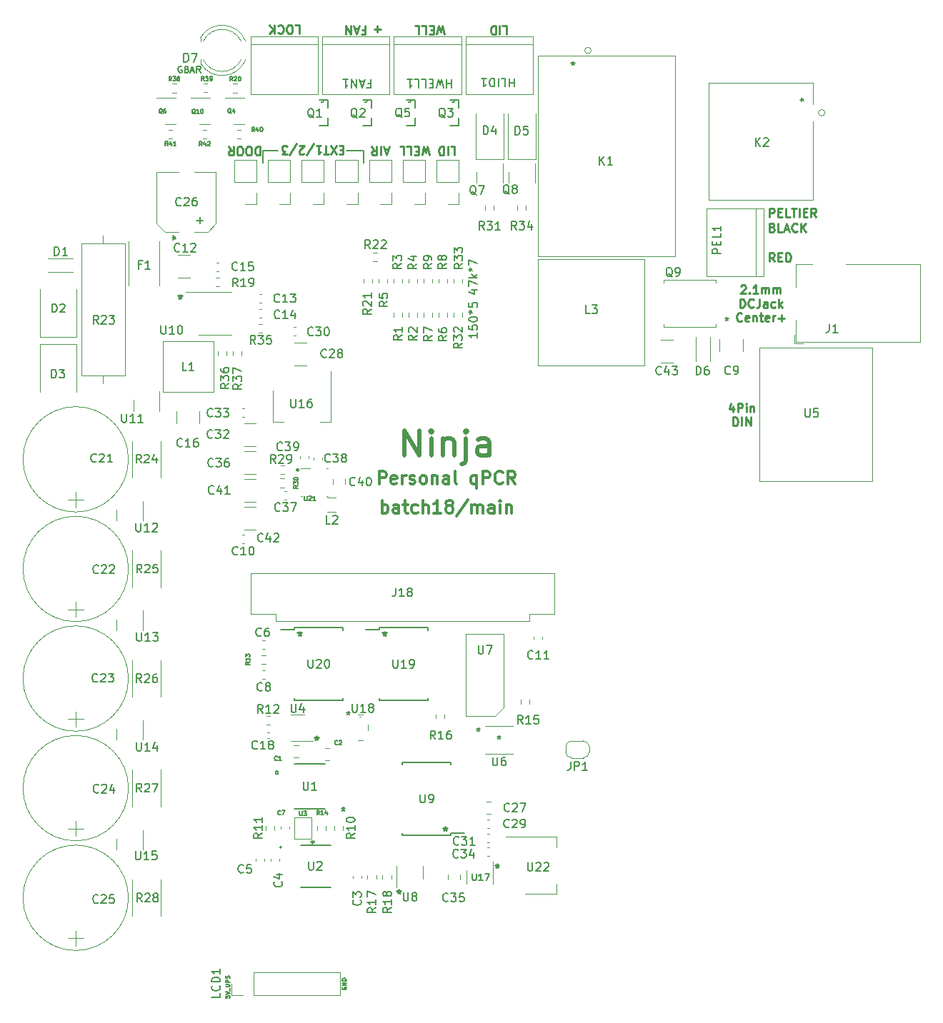
<source format=gto>
G04 #@! TF.GenerationSoftware,KiCad,Pcbnew,(6.0.1-0)*
G04 #@! TF.CreationDate,2022-02-25T07:04:38+09:00*
G04 #@! TF.ProjectId,qPCR-main,71504352-2d6d-4616-996e-2e6b69636164,rev?*
G04 #@! TF.SameCoordinates,Original*
G04 #@! TF.FileFunction,Legend,Top*
G04 #@! TF.FilePolarity,Positive*
%FSLAX46Y46*%
G04 Gerber Fmt 4.6, Leading zero omitted, Abs format (unit mm)*
G04 Created by KiCad (PCBNEW (6.0.1-0)) date 2022-02-25 07:04:38*
%MOMM*%
%LPD*%
G01*
G04 APERTURE LIST*
%ADD10C,0.150000*%
%ADD11C,0.300000*%
%ADD12C,0.127000*%
%ADD13C,0.254000*%
%ADD14C,0.190500*%
%ADD15C,0.500000*%
%ADD16C,0.120000*%
%ADD17C,0.152400*%
%ADD18C,0.200000*%
G04 APERTURE END LIST*
D10*
X117630000Y-49190000D02*
X119630000Y-49190000D01*
X119630012Y-49189996D02*
X119630012Y-50689993D01*
X109530007Y-49189996D02*
X107730011Y-49189996D01*
X107730011Y-49189996D02*
X107730011Y-50689993D01*
D11*
X121851428Y-92178571D02*
X121851428Y-90678571D01*
X121851428Y-91250000D02*
X121994285Y-91178571D01*
X122280000Y-91178571D01*
X122422857Y-91250000D01*
X122494285Y-91321428D01*
X122565714Y-91464285D01*
X122565714Y-91892857D01*
X122494285Y-92035714D01*
X122422857Y-92107142D01*
X122280000Y-92178571D01*
X121994285Y-92178571D01*
X121851428Y-92107142D01*
X123851428Y-92178571D02*
X123851428Y-91392857D01*
X123780000Y-91250000D01*
X123637142Y-91178571D01*
X123351428Y-91178571D01*
X123208571Y-91250000D01*
X123851428Y-92107142D02*
X123708571Y-92178571D01*
X123351428Y-92178571D01*
X123208571Y-92107142D01*
X123137142Y-91964285D01*
X123137142Y-91821428D01*
X123208571Y-91678571D01*
X123351428Y-91607142D01*
X123708571Y-91607142D01*
X123851428Y-91535714D01*
X124351428Y-91178571D02*
X124922857Y-91178571D01*
X124565714Y-90678571D02*
X124565714Y-91964285D01*
X124637142Y-92107142D01*
X124780000Y-92178571D01*
X124922857Y-92178571D01*
X126065714Y-92107142D02*
X125922857Y-92178571D01*
X125637142Y-92178571D01*
X125494285Y-92107142D01*
X125422857Y-92035714D01*
X125351428Y-91892857D01*
X125351428Y-91464285D01*
X125422857Y-91321428D01*
X125494285Y-91250000D01*
X125637142Y-91178571D01*
X125922857Y-91178571D01*
X126065714Y-91250000D01*
X126708571Y-92178571D02*
X126708571Y-90678571D01*
X127351428Y-92178571D02*
X127351428Y-91392857D01*
X127280000Y-91250000D01*
X127137142Y-91178571D01*
X126922857Y-91178571D01*
X126780000Y-91250000D01*
X126708571Y-91321428D01*
X128851428Y-92178571D02*
X127994285Y-92178571D01*
X128422857Y-92178571D02*
X128422857Y-90678571D01*
X128280000Y-90892857D01*
X128137142Y-91035714D01*
X127994285Y-91107142D01*
X129708571Y-91321428D02*
X129565714Y-91250000D01*
X129494285Y-91178571D01*
X129422857Y-91035714D01*
X129422857Y-90964285D01*
X129494285Y-90821428D01*
X129565714Y-90750000D01*
X129708571Y-90678571D01*
X129994285Y-90678571D01*
X130137142Y-90750000D01*
X130208571Y-90821428D01*
X130280000Y-90964285D01*
X130280000Y-91035714D01*
X130208571Y-91178571D01*
X130137142Y-91250000D01*
X129994285Y-91321428D01*
X129708571Y-91321428D01*
X129565714Y-91392857D01*
X129494285Y-91464285D01*
X129422857Y-91607142D01*
X129422857Y-91892857D01*
X129494285Y-92035714D01*
X129565714Y-92107142D01*
X129708571Y-92178571D01*
X129994285Y-92178571D01*
X130137142Y-92107142D01*
X130208571Y-92035714D01*
X130280000Y-91892857D01*
X130280000Y-91607142D01*
X130208571Y-91464285D01*
X130137142Y-91392857D01*
X129994285Y-91321428D01*
X131994285Y-90607142D02*
X130708571Y-92535714D01*
X132494285Y-92178571D02*
X132494285Y-91178571D01*
X132494285Y-91321428D02*
X132565714Y-91250000D01*
X132708571Y-91178571D01*
X132922857Y-91178571D01*
X133065714Y-91250000D01*
X133137142Y-91392857D01*
X133137142Y-92178571D01*
X133137142Y-91392857D02*
X133208571Y-91250000D01*
X133351428Y-91178571D01*
X133565714Y-91178571D01*
X133708571Y-91250000D01*
X133780000Y-91392857D01*
X133780000Y-92178571D01*
X135137142Y-92178571D02*
X135137142Y-91392857D01*
X135065714Y-91250000D01*
X134922857Y-91178571D01*
X134637142Y-91178571D01*
X134494285Y-91250000D01*
X135137142Y-92107142D02*
X134994285Y-92178571D01*
X134637142Y-92178571D01*
X134494285Y-92107142D01*
X134422857Y-91964285D01*
X134422857Y-91821428D01*
X134494285Y-91678571D01*
X134637142Y-91607142D01*
X134994285Y-91607142D01*
X135137142Y-91535714D01*
X135851428Y-92178571D02*
X135851428Y-91178571D01*
X135851428Y-90678571D02*
X135780000Y-90750000D01*
X135851428Y-90821428D01*
X135922857Y-90750000D01*
X135851428Y-90678571D01*
X135851428Y-90821428D01*
X136565714Y-91178571D02*
X136565714Y-92178571D01*
X136565714Y-91321428D02*
X136637142Y-91250000D01*
X136780000Y-91178571D01*
X136994285Y-91178571D01*
X137137142Y-91250000D01*
X137208571Y-91392857D01*
X137208571Y-92178571D01*
D12*
X112007285Y-87060000D02*
X111825857Y-87060000D01*
X111898428Y-86878571D02*
X111825857Y-87060000D01*
X111898428Y-87241428D01*
X111680714Y-86951142D02*
X111825857Y-87060000D01*
X111680714Y-87168857D01*
X103291809Y-149452285D02*
X103291809Y-149694190D01*
X103533714Y-149718380D01*
X103509523Y-149694190D01*
X103485333Y-149645809D01*
X103485333Y-149524857D01*
X103509523Y-149476476D01*
X103533714Y-149452285D01*
X103582095Y-149428095D01*
X103703047Y-149428095D01*
X103751428Y-149452285D01*
X103775619Y-149476476D01*
X103799809Y-149524857D01*
X103799809Y-149645809D01*
X103775619Y-149694190D01*
X103751428Y-149718380D01*
X103291809Y-149282952D02*
X103799809Y-149113619D01*
X103291809Y-148944285D01*
X103848190Y-148895904D02*
X103848190Y-148508857D01*
X103291809Y-148387904D02*
X103703047Y-148387904D01*
X103751428Y-148363714D01*
X103775619Y-148339523D01*
X103799809Y-148291142D01*
X103799809Y-148194380D01*
X103775619Y-148146000D01*
X103751428Y-148121809D01*
X103703047Y-148097619D01*
X103291809Y-148097619D01*
X103799809Y-147855714D02*
X103291809Y-147855714D01*
X103291809Y-147662190D01*
X103316000Y-147613809D01*
X103340190Y-147589619D01*
X103388571Y-147565428D01*
X103461142Y-147565428D01*
X103509523Y-147589619D01*
X103533714Y-147613809D01*
X103557904Y-147662190D01*
X103557904Y-147855714D01*
X103775619Y-147371904D02*
X103799809Y-147299333D01*
X103799809Y-147178380D01*
X103775619Y-147130000D01*
X103751428Y-147105809D01*
X103703047Y-147081619D01*
X103654666Y-147081619D01*
X103606285Y-147105809D01*
X103582095Y-147130000D01*
X103557904Y-147178380D01*
X103533714Y-147275142D01*
X103509523Y-147323523D01*
X103485333Y-147347714D01*
X103436952Y-147371904D01*
X103388571Y-147371904D01*
X103340190Y-147347714D01*
X103316000Y-147323523D01*
X103291809Y-147275142D01*
X103291809Y-147154190D01*
X103316000Y-147081619D01*
D13*
X136135428Y-34410380D02*
X136619238Y-34410380D01*
X136619238Y-35426380D01*
X135796761Y-34410380D02*
X135796761Y-35426380D01*
X135312952Y-34410380D02*
X135312952Y-35426380D01*
X135071047Y-35426380D01*
X134925904Y-35378000D01*
X134829142Y-35281238D01*
X134780761Y-35184476D01*
X134732380Y-34990952D01*
X134732380Y-34845809D01*
X134780761Y-34652285D01*
X134829142Y-34555523D01*
X134925904Y-34458761D01*
X135071047Y-34410380D01*
X135312952Y-34410380D01*
X129217523Y-35426380D02*
X128975619Y-34410380D01*
X128782095Y-35136095D01*
X128588571Y-34410380D01*
X128346666Y-35426380D01*
X127959619Y-34942571D02*
X127620952Y-34942571D01*
X127475809Y-34410380D02*
X127959619Y-34410380D01*
X127959619Y-35426380D01*
X127475809Y-35426380D01*
X126556571Y-34410380D02*
X127040380Y-34410380D01*
X127040380Y-35426380D01*
X125734095Y-34410380D02*
X126217904Y-34410380D01*
X126217904Y-35426380D01*
X119522476Y-34942571D02*
X119861142Y-34942571D01*
X119861142Y-34410380D02*
X119861142Y-35426380D01*
X119377333Y-35426380D01*
X119038666Y-34700666D02*
X118554857Y-34700666D01*
X119135428Y-34410380D02*
X118796761Y-35426380D01*
X118458095Y-34410380D01*
X118119428Y-34410380D02*
X118119428Y-35426380D01*
X117538857Y-34410380D01*
X117538857Y-35426380D01*
X111533714Y-34310380D02*
X112017523Y-34310380D01*
X112017523Y-35326380D01*
X111001523Y-35326380D02*
X110808000Y-35326380D01*
X110711238Y-35278000D01*
X110614476Y-35181238D01*
X110566095Y-34987714D01*
X110566095Y-34649047D01*
X110614476Y-34455523D01*
X110711238Y-34358761D01*
X110808000Y-34310380D01*
X111001523Y-34310380D01*
X111098285Y-34358761D01*
X111195047Y-34455523D01*
X111243428Y-34649047D01*
X111243428Y-34987714D01*
X111195047Y-35181238D01*
X111098285Y-35278000D01*
X111001523Y-35326380D01*
X109550095Y-34407142D02*
X109598476Y-34358761D01*
X109743619Y-34310380D01*
X109840380Y-34310380D01*
X109985523Y-34358761D01*
X110082285Y-34455523D01*
X110130666Y-34552285D01*
X110179047Y-34745809D01*
X110179047Y-34890952D01*
X110130666Y-35084476D01*
X110082285Y-35181238D01*
X109985523Y-35278000D01*
X109840380Y-35326380D01*
X109743619Y-35326380D01*
X109598476Y-35278000D01*
X109550095Y-35229619D01*
X109114666Y-34310380D02*
X109114666Y-35326380D01*
X108534095Y-34310380D02*
X108969523Y-34890952D01*
X108534095Y-35326380D02*
X109114666Y-34745809D01*
X117234380Y-49162571D02*
X116895714Y-49162571D01*
X116750571Y-48630380D02*
X117234380Y-48630380D01*
X117234380Y-49646380D01*
X116750571Y-49646380D01*
X116411904Y-49646380D02*
X115734571Y-48630380D01*
X115734571Y-49646380D02*
X116411904Y-48630380D01*
X115492666Y-49646380D02*
X114912095Y-49646380D01*
X115202380Y-48630380D02*
X115202380Y-49646380D01*
X114041238Y-48630380D02*
X114621809Y-48630380D01*
X114331523Y-48630380D02*
X114331523Y-49646380D01*
X114428285Y-49501238D01*
X114525047Y-49404476D01*
X114621809Y-49356095D01*
X112880095Y-49694761D02*
X113750952Y-48388476D01*
X112589809Y-49549619D02*
X112541428Y-49598000D01*
X112444666Y-49646380D01*
X112202761Y-49646380D01*
X112106000Y-49598000D01*
X112057619Y-49549619D01*
X112009238Y-49452857D01*
X112009238Y-49356095D01*
X112057619Y-49210952D01*
X112638190Y-48630380D01*
X112009238Y-48630380D01*
X110848095Y-49694761D02*
X111718952Y-48388476D01*
X110606190Y-49646380D02*
X109977238Y-49646380D01*
X110315904Y-49259333D01*
X110170761Y-49259333D01*
X110074000Y-49210952D01*
X110025619Y-49162571D01*
X109977238Y-49065809D01*
X109977238Y-48823904D01*
X110025619Y-48727142D01*
X110074000Y-48678761D01*
X110170761Y-48630380D01*
X110461047Y-48630380D01*
X110557809Y-48678761D01*
X110606190Y-48727142D01*
X107368476Y-48730380D02*
X107368476Y-49746380D01*
X107126571Y-49746380D01*
X106981428Y-49698000D01*
X106884666Y-49601238D01*
X106836285Y-49504476D01*
X106787904Y-49310952D01*
X106787904Y-49165809D01*
X106836285Y-48972285D01*
X106884666Y-48875523D01*
X106981428Y-48778761D01*
X107126571Y-48730380D01*
X107368476Y-48730380D01*
X106158952Y-49746380D02*
X105965428Y-49746380D01*
X105868666Y-49698000D01*
X105771904Y-49601238D01*
X105723523Y-49407714D01*
X105723523Y-49069047D01*
X105771904Y-48875523D01*
X105868666Y-48778761D01*
X105965428Y-48730380D01*
X106158952Y-48730380D01*
X106255714Y-48778761D01*
X106352476Y-48875523D01*
X106400857Y-49069047D01*
X106400857Y-49407714D01*
X106352476Y-49601238D01*
X106255714Y-49698000D01*
X106158952Y-49746380D01*
X105094571Y-49746380D02*
X104901047Y-49746380D01*
X104804285Y-49698000D01*
X104707523Y-49601238D01*
X104659142Y-49407714D01*
X104659142Y-49069047D01*
X104707523Y-48875523D01*
X104804285Y-48778761D01*
X104901047Y-48730380D01*
X105094571Y-48730380D01*
X105191333Y-48778761D01*
X105288095Y-48875523D01*
X105336476Y-49069047D01*
X105336476Y-49407714D01*
X105288095Y-49601238D01*
X105191333Y-49698000D01*
X105094571Y-49746380D01*
X103643142Y-48730380D02*
X103981809Y-49214190D01*
X104223714Y-48730380D02*
X104223714Y-49746380D01*
X103836666Y-49746380D01*
X103739904Y-49698000D01*
X103691523Y-49649619D01*
X103643142Y-49552857D01*
X103643142Y-49407714D01*
X103691523Y-49310952D01*
X103739904Y-49262571D01*
X103836666Y-49214190D01*
X104223714Y-49214190D01*
X122621809Y-49020666D02*
X122138000Y-49020666D01*
X122718571Y-48730380D02*
X122379904Y-49746380D01*
X122041238Y-48730380D01*
X121702571Y-48730380D02*
X121702571Y-49746380D01*
X120638190Y-48730380D02*
X120976857Y-49214190D01*
X121218761Y-48730380D02*
X121218761Y-49746380D01*
X120831714Y-49746380D01*
X120734952Y-49698000D01*
X120686571Y-49649619D01*
X120638190Y-49552857D01*
X120638190Y-49407714D01*
X120686571Y-49310952D01*
X120734952Y-49262571D01*
X120831714Y-49214190D01*
X121218761Y-49214190D01*
X127447523Y-49746380D02*
X127205619Y-48730380D01*
X127012095Y-49456095D01*
X126818571Y-48730380D01*
X126576666Y-49746380D01*
X126189619Y-49262571D02*
X125850952Y-49262571D01*
X125705809Y-48730380D02*
X126189619Y-48730380D01*
X126189619Y-49746380D01*
X125705809Y-49746380D01*
X124786571Y-48730380D02*
X125270380Y-48730380D01*
X125270380Y-49746380D01*
X123964095Y-48730380D02*
X124447904Y-48730380D01*
X124447904Y-49746380D01*
X129965428Y-48730380D02*
X130449238Y-48730380D01*
X130449238Y-49746380D01*
X129626761Y-48730380D02*
X129626761Y-49746380D01*
X129142952Y-48730380D02*
X129142952Y-49746380D01*
X128901047Y-49746380D01*
X128755904Y-49698000D01*
X128659142Y-49601238D01*
X128610761Y-49504476D01*
X128562380Y-49310952D01*
X128562380Y-49165809D01*
X128610761Y-48972285D01*
X128659142Y-48875523D01*
X128755904Y-48778761D01*
X128901047Y-48730380D01*
X129142952Y-48730380D01*
D12*
X117126000Y-148437047D02*
X117101809Y-148485428D01*
X117101809Y-148558000D01*
X117126000Y-148630571D01*
X117174380Y-148678952D01*
X117222761Y-148703142D01*
X117319523Y-148727333D01*
X117392095Y-148727333D01*
X117488857Y-148703142D01*
X117537238Y-148678952D01*
X117585619Y-148630571D01*
X117609809Y-148558000D01*
X117609809Y-148509619D01*
X117585619Y-148437047D01*
X117561428Y-148412857D01*
X117392095Y-148412857D01*
X117392095Y-148509619D01*
X117609809Y-148195142D02*
X117101809Y-148195142D01*
X117609809Y-147904857D01*
X117101809Y-147904857D01*
X117609809Y-147662952D02*
X117101809Y-147662952D01*
X117101809Y-147542000D01*
X117126000Y-147469428D01*
X117174380Y-147421047D01*
X117222761Y-147396857D01*
X117319523Y-147372666D01*
X117392095Y-147372666D01*
X117488857Y-147396857D01*
X117537238Y-147421047D01*
X117585619Y-147469428D01*
X117609809Y-147542000D01*
X117609809Y-147662952D01*
D13*
X122150000Y-106253619D02*
X122150000Y-106495523D01*
X121908095Y-106398761D02*
X122150000Y-106495523D01*
X122391904Y-106398761D01*
X122004857Y-106689047D02*
X122150000Y-106495523D01*
X122295142Y-106689047D01*
D14*
X98111000Y-39219000D02*
X98038428Y-39182714D01*
X97929571Y-39182714D01*
X97820714Y-39219000D01*
X97748142Y-39291571D01*
X97711857Y-39364142D01*
X97675571Y-39509285D01*
X97675571Y-39618142D01*
X97711857Y-39763285D01*
X97748142Y-39835857D01*
X97820714Y-39908428D01*
X97929571Y-39944714D01*
X98002142Y-39944714D01*
X98111000Y-39908428D01*
X98147285Y-39872142D01*
X98147285Y-39618142D01*
X98002142Y-39618142D01*
X98727857Y-39545571D02*
X98836714Y-39581857D01*
X98873000Y-39618142D01*
X98909285Y-39690714D01*
X98909285Y-39799571D01*
X98873000Y-39872142D01*
X98836714Y-39908428D01*
X98764142Y-39944714D01*
X98473857Y-39944714D01*
X98473857Y-39182714D01*
X98727857Y-39182714D01*
X98800428Y-39219000D01*
X98836714Y-39255285D01*
X98873000Y-39327857D01*
X98873000Y-39400428D01*
X98836714Y-39473000D01*
X98800428Y-39509285D01*
X98727857Y-39545571D01*
X98473857Y-39545571D01*
X99199571Y-39727000D02*
X99562428Y-39727000D01*
X99127000Y-39944714D02*
X99381000Y-39182714D01*
X99635000Y-39944714D01*
X100324428Y-39944714D02*
X100070428Y-39581857D01*
X99889000Y-39944714D02*
X99889000Y-39182714D01*
X100179285Y-39182714D01*
X100251857Y-39219000D01*
X100288142Y-39255285D01*
X100324428Y-39327857D01*
X100324428Y-39436714D01*
X100288142Y-39509285D01*
X100251857Y-39545571D01*
X100179285Y-39581857D01*
X99889000Y-39581857D01*
D13*
X129330000Y-129413619D02*
X129330000Y-129655523D01*
X129088095Y-129558761D02*
X129330000Y-129655523D01*
X129571904Y-129558761D01*
X129184857Y-129849047D02*
X129330000Y-129655523D01*
X129475142Y-129849047D01*
D11*
X121494285Y-88738571D02*
X121494285Y-87238571D01*
X122065714Y-87238571D01*
X122208571Y-87310000D01*
X122280000Y-87381428D01*
X122351428Y-87524285D01*
X122351428Y-87738571D01*
X122280000Y-87881428D01*
X122208571Y-87952857D01*
X122065714Y-88024285D01*
X121494285Y-88024285D01*
X123565714Y-88667142D02*
X123422857Y-88738571D01*
X123137142Y-88738571D01*
X122994285Y-88667142D01*
X122922857Y-88524285D01*
X122922857Y-87952857D01*
X122994285Y-87810000D01*
X123137142Y-87738571D01*
X123422857Y-87738571D01*
X123565714Y-87810000D01*
X123637142Y-87952857D01*
X123637142Y-88095714D01*
X122922857Y-88238571D01*
X124280000Y-88738571D02*
X124280000Y-87738571D01*
X124280000Y-88024285D02*
X124351428Y-87881428D01*
X124422857Y-87810000D01*
X124565714Y-87738571D01*
X124708571Y-87738571D01*
X125137142Y-88667142D02*
X125280000Y-88738571D01*
X125565714Y-88738571D01*
X125708571Y-88667142D01*
X125780000Y-88524285D01*
X125780000Y-88452857D01*
X125708571Y-88310000D01*
X125565714Y-88238571D01*
X125351428Y-88238571D01*
X125208571Y-88167142D01*
X125137142Y-88024285D01*
X125137142Y-87952857D01*
X125208571Y-87810000D01*
X125351428Y-87738571D01*
X125565714Y-87738571D01*
X125708571Y-87810000D01*
X126637142Y-88738571D02*
X126494285Y-88667142D01*
X126422857Y-88595714D01*
X126351428Y-88452857D01*
X126351428Y-88024285D01*
X126422857Y-87881428D01*
X126494285Y-87810000D01*
X126637142Y-87738571D01*
X126851428Y-87738571D01*
X126994285Y-87810000D01*
X127065714Y-87881428D01*
X127137142Y-88024285D01*
X127137142Y-88452857D01*
X127065714Y-88595714D01*
X126994285Y-88667142D01*
X126851428Y-88738571D01*
X126637142Y-88738571D01*
X127780000Y-87738571D02*
X127780000Y-88738571D01*
X127780000Y-87881428D02*
X127851428Y-87810000D01*
X127994285Y-87738571D01*
X128208571Y-87738571D01*
X128351428Y-87810000D01*
X128422857Y-87952857D01*
X128422857Y-88738571D01*
X129780000Y-88738571D02*
X129780000Y-87952857D01*
X129708571Y-87810000D01*
X129565714Y-87738571D01*
X129280000Y-87738571D01*
X129137142Y-87810000D01*
X129780000Y-88667142D02*
X129637142Y-88738571D01*
X129280000Y-88738571D01*
X129137142Y-88667142D01*
X129065714Y-88524285D01*
X129065714Y-88381428D01*
X129137142Y-88238571D01*
X129280000Y-88167142D01*
X129637142Y-88167142D01*
X129780000Y-88095714D01*
X130708571Y-88738571D02*
X130565714Y-88667142D01*
X130494285Y-88524285D01*
X130494285Y-87238571D01*
X133065714Y-87738571D02*
X133065714Y-89238571D01*
X133065714Y-88667142D02*
X132922857Y-88738571D01*
X132637142Y-88738571D01*
X132494285Y-88667142D01*
X132422857Y-88595714D01*
X132351428Y-88452857D01*
X132351428Y-88024285D01*
X132422857Y-87881428D01*
X132494285Y-87810000D01*
X132637142Y-87738571D01*
X132922857Y-87738571D01*
X133065714Y-87810000D01*
X133780000Y-88738571D02*
X133780000Y-87238571D01*
X134351428Y-87238571D01*
X134494285Y-87310000D01*
X134565714Y-87381428D01*
X134637142Y-87524285D01*
X134637142Y-87738571D01*
X134565714Y-87881428D01*
X134494285Y-87952857D01*
X134351428Y-88024285D01*
X133780000Y-88024285D01*
X136137142Y-88595714D02*
X136065714Y-88667142D01*
X135851428Y-88738571D01*
X135708571Y-88738571D01*
X135494285Y-88667142D01*
X135351428Y-88524285D01*
X135280000Y-88381428D01*
X135208571Y-88095714D01*
X135208571Y-87881428D01*
X135280000Y-87595714D01*
X135351428Y-87452857D01*
X135494285Y-87310000D01*
X135708571Y-87238571D01*
X135851428Y-87238571D01*
X136065714Y-87310000D01*
X136137142Y-87381428D01*
X137637142Y-88738571D02*
X137137142Y-88024285D01*
X136780000Y-88738571D02*
X136780000Y-87238571D01*
X137351428Y-87238571D01*
X137494285Y-87310000D01*
X137565714Y-87381428D01*
X137637142Y-87524285D01*
X137637142Y-87738571D01*
X137565714Y-87881428D01*
X137494285Y-87952857D01*
X137351428Y-88024285D01*
X136780000Y-88024285D01*
D15*
X124530000Y-85367142D02*
X124530000Y-82367142D01*
X126244285Y-85367142D01*
X126244285Y-82367142D01*
X127672857Y-85367142D02*
X127672857Y-83367142D01*
X127672857Y-82367142D02*
X127530000Y-82510000D01*
X127672857Y-82652857D01*
X127815714Y-82510000D01*
X127672857Y-82367142D01*
X127672857Y-82652857D01*
X129101428Y-83367142D02*
X129101428Y-85367142D01*
X129101428Y-83652857D02*
X129244285Y-83510000D01*
X129530000Y-83367142D01*
X129958571Y-83367142D01*
X130244285Y-83510000D01*
X130387142Y-83795714D01*
X130387142Y-85367142D01*
X131815714Y-83367142D02*
X131815714Y-85938571D01*
X131672857Y-86224285D01*
X131387142Y-86367142D01*
X131244285Y-86367142D01*
X131815714Y-82367142D02*
X131672857Y-82510000D01*
X131815714Y-82652857D01*
X131958571Y-82510000D01*
X131815714Y-82367142D01*
X131815714Y-82652857D01*
X134530000Y-85367142D02*
X134530000Y-83795714D01*
X134387142Y-83510000D01*
X134101428Y-83367142D01*
X133530000Y-83367142D01*
X133244285Y-83510000D01*
X134530000Y-85224285D02*
X134244285Y-85367142D01*
X133530000Y-85367142D01*
X133244285Y-85224285D01*
X133101428Y-84938571D01*
X133101428Y-84652857D01*
X133244285Y-84367142D01*
X133530000Y-84224285D01*
X134244285Y-84224285D01*
X134530000Y-84081428D01*
D13*
X164369335Y-65264633D02*
X164417716Y-65216253D01*
X164514478Y-65167872D01*
X164756382Y-65167872D01*
X164853144Y-65216253D01*
X164901525Y-65264633D01*
X164949906Y-65361395D01*
X164949906Y-65458157D01*
X164901525Y-65603300D01*
X164320954Y-66183872D01*
X164949906Y-66183872D01*
X165385335Y-66087110D02*
X165433716Y-66135491D01*
X165385335Y-66183872D01*
X165336954Y-66135491D01*
X165385335Y-66087110D01*
X165385335Y-66183872D01*
X166401335Y-66183872D02*
X165820763Y-66183872D01*
X166111049Y-66183872D02*
X166111049Y-65167872D01*
X166014287Y-65313014D01*
X165917525Y-65409776D01*
X165820763Y-65458157D01*
X166836763Y-66183872D02*
X166836763Y-65506538D01*
X166836763Y-65603300D02*
X166885144Y-65554919D01*
X166981906Y-65506538D01*
X167127049Y-65506538D01*
X167223811Y-65554919D01*
X167272192Y-65651681D01*
X167272192Y-66183872D01*
X167272192Y-65651681D02*
X167320573Y-65554919D01*
X167417335Y-65506538D01*
X167562478Y-65506538D01*
X167659240Y-65554919D01*
X167707621Y-65651681D01*
X167707621Y-66183872D01*
X168191430Y-66183872D02*
X168191430Y-65506538D01*
X168191430Y-65603300D02*
X168239811Y-65554919D01*
X168336573Y-65506538D01*
X168481716Y-65506538D01*
X168578478Y-65554919D01*
X168626859Y-65651681D01*
X168626859Y-66183872D01*
X168626859Y-65651681D02*
X168675240Y-65554919D01*
X168772002Y-65506538D01*
X168917144Y-65506538D01*
X169013906Y-65554919D01*
X169062287Y-65651681D01*
X169062287Y-66183872D01*
X164272573Y-67819632D02*
X164272573Y-66803632D01*
X164514478Y-66803632D01*
X164659621Y-66852013D01*
X164756382Y-66948774D01*
X164804763Y-67045536D01*
X164853144Y-67239060D01*
X164853144Y-67384203D01*
X164804763Y-67577727D01*
X164756382Y-67674489D01*
X164659621Y-67771251D01*
X164514478Y-67819632D01*
X164272573Y-67819632D01*
X165869144Y-67722870D02*
X165820763Y-67771251D01*
X165675621Y-67819632D01*
X165578859Y-67819632D01*
X165433716Y-67771251D01*
X165336954Y-67674489D01*
X165288573Y-67577727D01*
X165240192Y-67384203D01*
X165240192Y-67239060D01*
X165288573Y-67045536D01*
X165336954Y-66948774D01*
X165433716Y-66852013D01*
X165578859Y-66803632D01*
X165675621Y-66803632D01*
X165820763Y-66852013D01*
X165869144Y-66900393D01*
X166594859Y-66803632D02*
X166594859Y-67529346D01*
X166546478Y-67674489D01*
X166449716Y-67771251D01*
X166304573Y-67819632D01*
X166207811Y-67819632D01*
X167514097Y-67819632D02*
X167514097Y-67287441D01*
X167465716Y-67190679D01*
X167368954Y-67142298D01*
X167175430Y-67142298D01*
X167078668Y-67190679D01*
X167514097Y-67771251D02*
X167417335Y-67819632D01*
X167175430Y-67819632D01*
X167078668Y-67771251D01*
X167030287Y-67674489D01*
X167030287Y-67577727D01*
X167078668Y-67480965D01*
X167175430Y-67432584D01*
X167417335Y-67432584D01*
X167514097Y-67384203D01*
X168433335Y-67771251D02*
X168336573Y-67819632D01*
X168143049Y-67819632D01*
X168046287Y-67771251D01*
X167997906Y-67722870D01*
X167949525Y-67626108D01*
X167949525Y-67335822D01*
X167997906Y-67239060D01*
X168046287Y-67190679D01*
X168143049Y-67142298D01*
X168336573Y-67142298D01*
X168433335Y-67190679D01*
X168868763Y-67819632D02*
X168868763Y-66803632D01*
X168965525Y-67432584D02*
X169255811Y-67819632D01*
X169255811Y-67142298D02*
X168868763Y-67529346D01*
X164490287Y-69358630D02*
X164441906Y-69407011D01*
X164296763Y-69455392D01*
X164200002Y-69455392D01*
X164054859Y-69407011D01*
X163958097Y-69310249D01*
X163909716Y-69213487D01*
X163861335Y-69019963D01*
X163861335Y-68874820D01*
X163909716Y-68681296D01*
X163958097Y-68584534D01*
X164054859Y-68487773D01*
X164200002Y-68439392D01*
X164296763Y-68439392D01*
X164441906Y-68487773D01*
X164490287Y-68536153D01*
X165312763Y-69407011D02*
X165216002Y-69455392D01*
X165022478Y-69455392D01*
X164925716Y-69407011D01*
X164877335Y-69310249D01*
X164877335Y-68923201D01*
X164925716Y-68826439D01*
X165022478Y-68778058D01*
X165216002Y-68778058D01*
X165312763Y-68826439D01*
X165361144Y-68923201D01*
X165361144Y-69019963D01*
X164877335Y-69116725D01*
X165796573Y-68778058D02*
X165796573Y-69455392D01*
X165796573Y-68874820D02*
X165844954Y-68826439D01*
X165941716Y-68778058D01*
X166086859Y-68778058D01*
X166183621Y-68826439D01*
X166232002Y-68923201D01*
X166232002Y-69455392D01*
X166570668Y-68778058D02*
X166957716Y-68778058D01*
X166715811Y-68439392D02*
X166715811Y-69310249D01*
X166764192Y-69407011D01*
X166860954Y-69455392D01*
X166957716Y-69455392D01*
X167683430Y-69407011D02*
X167586668Y-69455392D01*
X167393144Y-69455392D01*
X167296382Y-69407011D01*
X167248002Y-69310249D01*
X167248002Y-68923201D01*
X167296382Y-68826439D01*
X167393144Y-68778058D01*
X167586668Y-68778058D01*
X167683430Y-68826439D01*
X167731811Y-68923201D01*
X167731811Y-69019963D01*
X167248002Y-69116725D01*
X168167240Y-69455392D02*
X168167240Y-68778058D01*
X168167240Y-68971582D02*
X168215621Y-68874820D01*
X168264002Y-68826439D01*
X168360763Y-68778058D01*
X168457525Y-68778058D01*
X168796192Y-69068344D02*
X169570287Y-69068344D01*
X169183240Y-69455392D02*
X169183240Y-68681296D01*
X123840000Y-136823619D02*
X123840000Y-137065523D01*
X123598095Y-136968761D02*
X123840000Y-137065523D01*
X124081904Y-136968761D01*
X123694857Y-137259047D02*
X123840000Y-137065523D01*
X123985142Y-137259047D01*
X121687058Y-34797437D02*
X120912963Y-34797437D01*
X121300011Y-34410389D02*
X121300011Y-35184485D01*
D10*
X132485714Y-65747619D02*
X133152380Y-65747619D01*
X132104761Y-65985714D02*
X132819047Y-66223809D01*
X132819047Y-65604761D01*
X132152380Y-65319047D02*
X132152380Y-64652380D01*
X133152380Y-65080952D01*
X133152380Y-64271428D02*
X132152380Y-64271428D01*
X132771428Y-64176190D02*
X133152380Y-63890476D01*
X132485714Y-63890476D02*
X132866666Y-64271428D01*
X132152380Y-63319047D02*
X132390476Y-63319047D01*
X132295238Y-63557142D02*
X132390476Y-63319047D01*
X132295238Y-63080952D01*
X132580952Y-63461904D02*
X132390476Y-63319047D01*
X132580952Y-63176190D01*
X132152380Y-62795238D02*
X132152380Y-62128571D01*
X133152380Y-62557142D01*
D13*
X112070000Y-106233619D02*
X112070000Y-106475523D01*
X111828095Y-106378761D02*
X112070000Y-106475523D01*
X112311904Y-106378761D01*
X111924857Y-106669047D02*
X112070000Y-106475523D01*
X112215142Y-106669047D01*
D10*
X133152380Y-70823809D02*
X133152380Y-71395238D01*
X133152380Y-71109523D02*
X132152380Y-71109523D01*
X132295238Y-71204761D01*
X132390476Y-71300000D01*
X132438095Y-71395238D01*
X132152380Y-69919047D02*
X132152380Y-70395238D01*
X132628571Y-70442857D01*
X132580952Y-70395238D01*
X132533333Y-70300000D01*
X132533333Y-70061904D01*
X132580952Y-69966666D01*
X132628571Y-69919047D01*
X132723809Y-69871428D01*
X132961904Y-69871428D01*
X133057142Y-69919047D01*
X133104761Y-69966666D01*
X133152380Y-70061904D01*
X133152380Y-70300000D01*
X133104761Y-70395238D01*
X133057142Y-70442857D01*
X132152380Y-69252380D02*
X132152380Y-69157142D01*
X132200000Y-69061904D01*
X132247619Y-69014285D01*
X132342857Y-68966666D01*
X132533333Y-68919047D01*
X132771428Y-68919047D01*
X132961904Y-68966666D01*
X133057142Y-69014285D01*
X133104761Y-69061904D01*
X133152380Y-69157142D01*
X133152380Y-69252380D01*
X133104761Y-69347619D01*
X133057142Y-69395238D01*
X132961904Y-69442857D01*
X132771428Y-69490476D01*
X132533333Y-69490476D01*
X132342857Y-69442857D01*
X132247619Y-69395238D01*
X132200000Y-69347619D01*
X132152380Y-69252380D01*
X132152380Y-68347619D02*
X132390476Y-68347619D01*
X132295238Y-68585714D02*
X132390476Y-68347619D01*
X132295238Y-68109523D01*
X132580952Y-68490476D02*
X132390476Y-68347619D01*
X132580952Y-68204761D01*
X132152380Y-67252380D02*
X132152380Y-67728571D01*
X132628571Y-67776190D01*
X132580952Y-67728571D01*
X132533333Y-67633333D01*
X132533333Y-67395238D01*
X132580952Y-67300000D01*
X132628571Y-67252380D01*
X132723809Y-67204761D01*
X132961904Y-67204761D01*
X133057142Y-67252380D01*
X133104761Y-67300000D01*
X133152380Y-67395238D01*
X133152380Y-67633333D01*
X133104761Y-67728571D01*
X133057142Y-67776190D01*
D13*
X168346857Y-62359619D02*
X168008190Y-61875809D01*
X167766285Y-62359619D02*
X167766285Y-61343619D01*
X168153333Y-61343619D01*
X168250095Y-61392000D01*
X168298476Y-61440380D01*
X168346857Y-61537142D01*
X168346857Y-61682285D01*
X168298476Y-61779047D01*
X168250095Y-61827428D01*
X168153333Y-61875809D01*
X167766285Y-61875809D01*
X168782285Y-61827428D02*
X169120952Y-61827428D01*
X169266095Y-62359619D02*
X168782285Y-62359619D01*
X168782285Y-61343619D01*
X169266095Y-61343619D01*
X169701523Y-62359619D02*
X169701523Y-61343619D01*
X169943428Y-61343619D01*
X170088571Y-61392000D01*
X170185333Y-61488761D01*
X170233714Y-61585523D01*
X170282095Y-61779047D01*
X170282095Y-61924190D01*
X170233714Y-62117714D01*
X170185333Y-62214476D01*
X170088571Y-62311238D01*
X169943428Y-62359619D01*
X169701523Y-62359619D01*
X163464000Y-79534405D02*
X163464000Y-80211739D01*
X163222095Y-79147358D02*
X162980190Y-79873072D01*
X163609142Y-79873072D01*
X163996190Y-80211739D02*
X163996190Y-79195739D01*
X164383238Y-79195739D01*
X164480000Y-79244120D01*
X164528380Y-79292500D01*
X164576761Y-79389262D01*
X164576761Y-79534405D01*
X164528380Y-79631167D01*
X164480000Y-79679548D01*
X164383238Y-79727929D01*
X163996190Y-79727929D01*
X165012190Y-80211739D02*
X165012190Y-79534405D01*
X165012190Y-79195739D02*
X164963809Y-79244120D01*
X165012190Y-79292500D01*
X165060571Y-79244120D01*
X165012190Y-79195739D01*
X165012190Y-79292500D01*
X165496000Y-79534405D02*
X165496000Y-80211739D01*
X165496000Y-79631167D02*
X165544380Y-79582786D01*
X165641142Y-79534405D01*
X165786285Y-79534405D01*
X165883047Y-79582786D01*
X165931428Y-79679548D01*
X165931428Y-80211739D01*
X163439809Y-81847499D02*
X163439809Y-80831499D01*
X163681714Y-80831499D01*
X163826857Y-80879880D01*
X163923619Y-80976641D01*
X163972000Y-81073403D01*
X164020380Y-81266927D01*
X164020380Y-81412070D01*
X163972000Y-81605594D01*
X163923619Y-81702356D01*
X163826857Y-81799118D01*
X163681714Y-81847499D01*
X163439809Y-81847499D01*
X164455809Y-81847499D02*
X164455809Y-80831499D01*
X164939619Y-81847499D02*
X164939619Y-80831499D01*
X165520190Y-81847499D01*
X165520190Y-80831499D01*
X135460000Y-133793619D02*
X135460000Y-134035523D01*
X135218095Y-133938761D02*
X135460000Y-134035523D01*
X135701904Y-133938761D01*
X135314857Y-134229047D02*
X135460000Y-134035523D01*
X135605142Y-134229047D01*
X167766476Y-57059619D02*
X167766476Y-56043619D01*
X168153523Y-56043619D01*
X168250285Y-56092000D01*
X168298666Y-56140380D01*
X168347047Y-56237142D01*
X168347047Y-56382285D01*
X168298666Y-56479047D01*
X168250285Y-56527428D01*
X168153523Y-56575809D01*
X167766476Y-56575809D01*
X168782476Y-56527428D02*
X169121142Y-56527428D01*
X169266285Y-57059619D02*
X168782476Y-57059619D01*
X168782476Y-56043619D01*
X169266285Y-56043619D01*
X170185523Y-57059619D02*
X169701714Y-57059619D01*
X169701714Y-56043619D01*
X170379047Y-56043619D02*
X170959619Y-56043619D01*
X170669333Y-57059619D02*
X170669333Y-56043619D01*
X171298285Y-57059619D02*
X171298285Y-56043619D01*
X171782095Y-56527428D02*
X172120761Y-56527428D01*
X172265904Y-57059619D02*
X171782095Y-57059619D01*
X171782095Y-56043619D01*
X172265904Y-56043619D01*
X173281904Y-57059619D02*
X172943238Y-56575809D01*
X172701333Y-57059619D02*
X172701333Y-56043619D01*
X173088380Y-56043619D01*
X173185142Y-56092000D01*
X173233523Y-56140380D01*
X173281904Y-56237142D01*
X173281904Y-56382285D01*
X173233523Y-56479047D01*
X173185142Y-56527428D01*
X173088380Y-56575809D01*
X172701333Y-56575809D01*
X114060000Y-118643619D02*
X114060000Y-118885523D01*
X113818095Y-118788761D02*
X114060000Y-118885523D01*
X114301904Y-118788761D01*
X113914857Y-119079047D02*
X114060000Y-118885523D01*
X114205142Y-119079047D01*
X168099904Y-58307428D02*
X168245047Y-58355809D01*
X168293428Y-58404190D01*
X168341809Y-58500952D01*
X168341809Y-58646095D01*
X168293428Y-58742857D01*
X168245047Y-58791238D01*
X168148285Y-58839619D01*
X167761238Y-58839619D01*
X167761238Y-57823619D01*
X168099904Y-57823619D01*
X168196666Y-57872000D01*
X168245047Y-57920380D01*
X168293428Y-58017142D01*
X168293428Y-58113904D01*
X168245047Y-58210666D01*
X168196666Y-58259047D01*
X168099904Y-58307428D01*
X167761238Y-58307428D01*
X169261047Y-58839619D02*
X168777238Y-58839619D01*
X168777238Y-57823619D01*
X169551333Y-58549333D02*
X170035142Y-58549333D01*
X169454571Y-58839619D02*
X169793238Y-57823619D01*
X170131904Y-58839619D01*
X171051142Y-58742857D02*
X171002761Y-58791238D01*
X170857619Y-58839619D01*
X170760857Y-58839619D01*
X170615714Y-58791238D01*
X170518952Y-58694476D01*
X170470571Y-58597714D01*
X170422190Y-58404190D01*
X170422190Y-58259047D01*
X170470571Y-58065523D01*
X170518952Y-57968761D01*
X170615714Y-57872000D01*
X170760857Y-57823619D01*
X170857619Y-57823619D01*
X171002761Y-57872000D01*
X171051142Y-57920380D01*
X171486571Y-58839619D02*
X171486571Y-57823619D01*
X172067142Y-58839619D02*
X171631714Y-58259047D01*
X172067142Y-57823619D02*
X171486571Y-58404190D01*
X97880000Y-66293619D02*
X97880000Y-66535523D01*
X97638095Y-66438761D02*
X97880000Y-66535523D01*
X98121904Y-66438761D01*
X97734857Y-66729047D02*
X97880000Y-66535523D01*
X98025142Y-66729047D01*
D10*
X102662380Y-149136666D02*
X102662380Y-149612857D01*
X101662380Y-149612857D01*
X102567142Y-148231904D02*
X102614761Y-148279523D01*
X102662380Y-148422380D01*
X102662380Y-148517619D01*
X102614761Y-148660476D01*
X102519523Y-148755714D01*
X102424285Y-148803333D01*
X102233809Y-148850952D01*
X102090952Y-148850952D01*
X101900476Y-148803333D01*
X101805238Y-148755714D01*
X101710000Y-148660476D01*
X101662380Y-148517619D01*
X101662380Y-148422380D01*
X101710000Y-148279523D01*
X101757619Y-148231904D01*
X102662380Y-147803333D02*
X101662380Y-147803333D01*
X101662380Y-147565238D01*
X101710000Y-147422380D01*
X101805238Y-147327142D01*
X101900476Y-147279523D01*
X102090952Y-147231904D01*
X102233809Y-147231904D01*
X102424285Y-147279523D01*
X102519523Y-147327142D01*
X102614761Y-147422380D01*
X102662380Y-147565238D01*
X102662380Y-147803333D01*
X102662380Y-146279523D02*
X102662380Y-146850952D01*
X102662380Y-146565238D02*
X101662380Y-146565238D01*
X101805238Y-146660476D01*
X101900476Y-146755714D01*
X101948095Y-146850952D01*
X130095238Y-40717619D02*
X130095238Y-41717619D01*
X130095238Y-41241428D02*
X129523809Y-41241428D01*
X129523809Y-40717619D02*
X129523809Y-41717619D01*
X129142857Y-41717619D02*
X128904761Y-40717619D01*
X128714285Y-41431904D01*
X128523809Y-40717619D01*
X128285714Y-41717619D01*
X127904761Y-41241428D02*
X127571428Y-41241428D01*
X127428571Y-40717619D02*
X127904761Y-40717619D01*
X127904761Y-41717619D01*
X127428571Y-41717619D01*
X126523809Y-40717619D02*
X127000000Y-40717619D01*
X127000000Y-41717619D01*
X125714285Y-40717619D02*
X126190476Y-40717619D01*
X126190476Y-41717619D01*
X124857142Y-40717619D02*
X125428571Y-40717619D01*
X125142857Y-40717619D02*
X125142857Y-41717619D01*
X125238095Y-41574761D01*
X125333333Y-41479523D01*
X125428571Y-41431904D01*
X144186666Y-121702380D02*
X144186666Y-122416666D01*
X144139047Y-122559523D01*
X144043809Y-122654761D01*
X143900952Y-122702380D01*
X143805714Y-122702380D01*
X144662857Y-122702380D02*
X144662857Y-121702380D01*
X145043809Y-121702380D01*
X145139047Y-121750000D01*
X145186666Y-121797619D01*
X145234285Y-121892857D01*
X145234285Y-122035714D01*
X145186666Y-122130952D01*
X145139047Y-122178571D01*
X145043809Y-122226190D01*
X144662857Y-122226190D01*
X146186666Y-122702380D02*
X145615238Y-122702380D01*
X145900952Y-122702380D02*
X145900952Y-121702380D01*
X145805714Y-121845238D01*
X145710476Y-121940476D01*
X145615238Y-121988095D01*
X91001904Y-80432380D02*
X91001904Y-81241904D01*
X91049523Y-81337142D01*
X91097142Y-81384761D01*
X91192380Y-81432380D01*
X91382857Y-81432380D01*
X91478095Y-81384761D01*
X91525714Y-81337142D01*
X91573333Y-81241904D01*
X91573333Y-80432380D01*
X92573333Y-81432380D02*
X92001904Y-81432380D01*
X92287619Y-81432380D02*
X92287619Y-80432380D01*
X92192380Y-80575238D01*
X92097142Y-80670476D01*
X92001904Y-80718095D01*
X93525714Y-81432380D02*
X92954285Y-81432380D01*
X93240000Y-81432380D02*
X93240000Y-80432380D01*
X93144761Y-80575238D01*
X93049523Y-80670476D01*
X92954285Y-80718095D01*
X92701904Y-93382380D02*
X92701904Y-94191904D01*
X92749523Y-94287142D01*
X92797142Y-94334761D01*
X92892380Y-94382380D01*
X93082857Y-94382380D01*
X93178095Y-94334761D01*
X93225714Y-94287142D01*
X93273333Y-94191904D01*
X93273333Y-93382380D01*
X94273333Y-94382380D02*
X93701904Y-94382380D01*
X93987619Y-94382380D02*
X93987619Y-93382380D01*
X93892380Y-93525238D01*
X93797142Y-93620476D01*
X93701904Y-93668095D01*
X94654285Y-93477619D02*
X94701904Y-93430000D01*
X94797142Y-93382380D01*
X95035238Y-93382380D01*
X95130476Y-93430000D01*
X95178095Y-93477619D01*
X95225714Y-93572857D01*
X95225714Y-93668095D01*
X95178095Y-93810952D01*
X94606666Y-94382380D01*
X95225714Y-94382380D01*
X92781904Y-106372380D02*
X92781904Y-107181904D01*
X92829523Y-107277142D01*
X92877142Y-107324761D01*
X92972380Y-107372380D01*
X93162857Y-107372380D01*
X93258095Y-107324761D01*
X93305714Y-107277142D01*
X93353333Y-107181904D01*
X93353333Y-106372380D01*
X94353333Y-107372380D02*
X93781904Y-107372380D01*
X94067619Y-107372380D02*
X94067619Y-106372380D01*
X93972380Y-106515238D01*
X93877142Y-106610476D01*
X93781904Y-106658095D01*
X94686666Y-106372380D02*
X95305714Y-106372380D01*
X94972380Y-106753333D01*
X95115238Y-106753333D01*
X95210476Y-106800952D01*
X95258095Y-106848571D01*
X95305714Y-106943809D01*
X95305714Y-107181904D01*
X95258095Y-107277142D01*
X95210476Y-107324761D01*
X95115238Y-107372380D01*
X94829523Y-107372380D01*
X94734285Y-107324761D01*
X94686666Y-107277142D01*
X92751904Y-119392380D02*
X92751904Y-120201904D01*
X92799523Y-120297142D01*
X92847142Y-120344761D01*
X92942380Y-120392380D01*
X93132857Y-120392380D01*
X93228095Y-120344761D01*
X93275714Y-120297142D01*
X93323333Y-120201904D01*
X93323333Y-119392380D01*
X94323333Y-120392380D02*
X93751904Y-120392380D01*
X94037619Y-120392380D02*
X94037619Y-119392380D01*
X93942380Y-119535238D01*
X93847142Y-119630476D01*
X93751904Y-119678095D01*
X95180476Y-119725714D02*
X95180476Y-120392380D01*
X94942380Y-119344761D02*
X94704285Y-120059047D01*
X95323333Y-120059047D01*
X92641904Y-132292380D02*
X92641904Y-133101904D01*
X92689523Y-133197142D01*
X92737142Y-133244761D01*
X92832380Y-133292380D01*
X93022857Y-133292380D01*
X93118095Y-133244761D01*
X93165714Y-133197142D01*
X93213333Y-133101904D01*
X93213333Y-132292380D01*
X94213333Y-133292380D02*
X93641904Y-133292380D01*
X93927619Y-133292380D02*
X93927619Y-132292380D01*
X93832380Y-132435238D01*
X93737142Y-132530476D01*
X93641904Y-132578095D01*
X95118095Y-132292380D02*
X94641904Y-132292380D01*
X94594285Y-132768571D01*
X94641904Y-132720952D01*
X94737142Y-132673333D01*
X94975238Y-132673333D01*
X95070476Y-132720952D01*
X95118095Y-132768571D01*
X95165714Y-132863809D01*
X95165714Y-133101904D01*
X95118095Y-133197142D01*
X95070476Y-133244761D01*
X94975238Y-133292380D01*
X94737142Y-133292380D01*
X94641904Y-133244761D01*
X94594285Y-133197142D01*
X111051904Y-78672380D02*
X111051904Y-79481904D01*
X111099523Y-79577142D01*
X111147142Y-79624761D01*
X111242380Y-79672380D01*
X111432857Y-79672380D01*
X111528095Y-79624761D01*
X111575714Y-79577142D01*
X111623333Y-79481904D01*
X111623333Y-78672380D01*
X112623333Y-79672380D02*
X112051904Y-79672380D01*
X112337619Y-79672380D02*
X112337619Y-78672380D01*
X112242380Y-78815238D01*
X112147142Y-78910476D01*
X112051904Y-78958095D01*
X113480476Y-78672380D02*
X113290000Y-78672380D01*
X113194761Y-78720000D01*
X113147142Y-78767619D01*
X113051904Y-78910476D01*
X113004285Y-79100952D01*
X113004285Y-79481904D01*
X113051904Y-79577142D01*
X113099523Y-79624761D01*
X113194761Y-79672380D01*
X113385238Y-79672380D01*
X113480476Y-79624761D01*
X113528095Y-79577142D01*
X113575714Y-79481904D01*
X113575714Y-79243809D01*
X113528095Y-79148571D01*
X113480476Y-79100952D01*
X113385238Y-79053333D01*
X113194761Y-79053333D01*
X113099523Y-79100952D01*
X113051904Y-79148571D01*
X113004285Y-79243809D01*
D12*
X112681045Y-90171797D02*
X112681045Y-90583035D01*
X112705236Y-90631416D01*
X112729426Y-90655607D01*
X112777807Y-90679797D01*
X112874569Y-90679797D01*
X112922950Y-90655607D01*
X112947140Y-90631416D01*
X112971331Y-90583035D01*
X112971331Y-90171797D01*
X113189045Y-90220178D02*
X113213236Y-90195988D01*
X113261617Y-90171797D01*
X113382569Y-90171797D01*
X113430950Y-90195988D01*
X113455140Y-90220178D01*
X113479331Y-90268559D01*
X113479331Y-90316940D01*
X113455140Y-90389511D01*
X113164855Y-90679797D01*
X113479331Y-90679797D01*
X113963140Y-90679797D02*
X113672855Y-90679797D01*
X113817998Y-90679797D02*
X113817998Y-90171797D01*
X113769617Y-90244368D01*
X113721236Y-90292749D01*
X113672855Y-90316940D01*
D10*
X88227148Y-99257132D02*
X88179529Y-99304751D01*
X88036672Y-99352370D01*
X87941434Y-99352370D01*
X87798577Y-99304751D01*
X87703339Y-99209513D01*
X87655720Y-99114275D01*
X87608101Y-98923799D01*
X87608101Y-98780942D01*
X87655720Y-98590466D01*
X87703339Y-98495228D01*
X87798577Y-98399990D01*
X87941434Y-98352370D01*
X88036672Y-98352370D01*
X88179529Y-98399990D01*
X88227148Y-98447609D01*
X88608101Y-98447609D02*
X88655720Y-98399990D01*
X88750958Y-98352370D01*
X88989053Y-98352370D01*
X89084291Y-98399990D01*
X89131910Y-98447609D01*
X89179529Y-98542847D01*
X89179529Y-98638085D01*
X89131910Y-98780942D01*
X88560482Y-99352370D01*
X89179529Y-99352370D01*
X89560482Y-98447609D02*
X89608101Y-98399990D01*
X89703339Y-98352370D01*
X89941434Y-98352370D01*
X90036672Y-98399990D01*
X90084291Y-98447609D01*
X90131910Y-98542847D01*
X90131910Y-98638085D01*
X90084291Y-98780942D01*
X89512863Y-99352370D01*
X90131910Y-99352370D01*
X88127148Y-112137132D02*
X88079529Y-112184751D01*
X87936672Y-112232370D01*
X87841434Y-112232370D01*
X87698577Y-112184751D01*
X87603339Y-112089513D01*
X87555720Y-111994275D01*
X87508101Y-111803799D01*
X87508101Y-111660942D01*
X87555720Y-111470466D01*
X87603339Y-111375228D01*
X87698577Y-111279990D01*
X87841434Y-111232370D01*
X87936672Y-111232370D01*
X88079529Y-111279990D01*
X88127148Y-111327609D01*
X88508101Y-111327609D02*
X88555720Y-111279990D01*
X88650958Y-111232370D01*
X88889053Y-111232370D01*
X88984291Y-111279990D01*
X89031910Y-111327609D01*
X89079529Y-111422847D01*
X89079529Y-111518085D01*
X89031910Y-111660942D01*
X88460482Y-112232370D01*
X89079529Y-112232370D01*
X89412863Y-111232370D02*
X90031910Y-111232370D01*
X89698577Y-111613323D01*
X89841434Y-111613323D01*
X89936672Y-111660942D01*
X89984291Y-111708561D01*
X90031910Y-111803799D01*
X90031910Y-112041894D01*
X89984291Y-112137132D01*
X89936672Y-112184751D01*
X89841434Y-112232370D01*
X89555720Y-112232370D01*
X89460482Y-112184751D01*
X89412863Y-112137132D01*
X88257148Y-125277131D02*
X88209529Y-125324750D01*
X88066672Y-125372369D01*
X87971434Y-125372369D01*
X87828577Y-125324750D01*
X87733339Y-125229512D01*
X87685720Y-125134274D01*
X87638101Y-124943798D01*
X87638101Y-124800941D01*
X87685720Y-124610465D01*
X87733339Y-124515227D01*
X87828577Y-124419989D01*
X87971434Y-124372369D01*
X88066672Y-124372369D01*
X88209529Y-124419989D01*
X88257148Y-124467608D01*
X88638101Y-124467608D02*
X88685720Y-124419989D01*
X88780958Y-124372369D01*
X89019053Y-124372369D01*
X89114291Y-124419989D01*
X89161910Y-124467608D01*
X89209529Y-124562846D01*
X89209529Y-124658084D01*
X89161910Y-124800941D01*
X88590482Y-125372369D01*
X89209529Y-125372369D01*
X90066672Y-124705703D02*
X90066672Y-125372369D01*
X89828577Y-124324750D02*
X89590482Y-125039036D01*
X90209529Y-125039036D01*
X88197148Y-138367131D02*
X88149529Y-138414750D01*
X88006672Y-138462369D01*
X87911434Y-138462369D01*
X87768577Y-138414750D01*
X87673339Y-138319512D01*
X87625720Y-138224274D01*
X87578101Y-138033798D01*
X87578101Y-137890941D01*
X87625720Y-137700465D01*
X87673339Y-137605227D01*
X87768577Y-137509989D01*
X87911434Y-137462369D01*
X88006672Y-137462369D01*
X88149529Y-137509989D01*
X88197148Y-137557608D01*
X88578101Y-137557608D02*
X88625720Y-137509989D01*
X88720958Y-137462369D01*
X88959053Y-137462369D01*
X89054291Y-137509989D01*
X89101910Y-137557608D01*
X89149529Y-137652846D01*
X89149529Y-137748084D01*
X89101910Y-137890941D01*
X88530482Y-138462369D01*
X89149529Y-138462369D01*
X90054291Y-137462369D02*
X89578101Y-137462369D01*
X89530482Y-137938560D01*
X89578101Y-137890941D01*
X89673339Y-137843322D01*
X89911434Y-137843322D01*
X90006672Y-137890941D01*
X90054291Y-137938560D01*
X90101910Y-138033798D01*
X90101910Y-138271893D01*
X90054291Y-138367131D01*
X90006672Y-138414750D01*
X89911434Y-138462369D01*
X89673339Y-138462369D01*
X89578101Y-138414750D01*
X89530482Y-138367131D01*
X132576571Y-134982714D02*
X132576571Y-135599571D01*
X132612857Y-135672142D01*
X132649142Y-135708428D01*
X132721714Y-135744714D01*
X132866857Y-135744714D01*
X132939428Y-135708428D01*
X132975714Y-135672142D01*
X133012000Y-135599571D01*
X133012000Y-134982714D01*
X133774000Y-135744714D02*
X133338571Y-135744714D01*
X133556285Y-135744714D02*
X133556285Y-134982714D01*
X133483714Y-135091571D01*
X133411142Y-135164142D01*
X133338571Y-135200428D01*
X134028000Y-134982714D02*
X134536000Y-134982714D01*
X134209428Y-135744714D01*
X136937142Y-127507142D02*
X136889523Y-127554761D01*
X136746666Y-127602380D01*
X136651428Y-127602380D01*
X136508571Y-127554761D01*
X136413333Y-127459523D01*
X136365714Y-127364285D01*
X136318095Y-127173809D01*
X136318095Y-127030952D01*
X136365714Y-126840476D01*
X136413333Y-126745238D01*
X136508571Y-126650000D01*
X136651428Y-126602380D01*
X136746666Y-126602380D01*
X136889523Y-126650000D01*
X136937142Y-126697619D01*
X137318095Y-126697619D02*
X137365714Y-126650000D01*
X137460952Y-126602380D01*
X137699047Y-126602380D01*
X137794285Y-126650000D01*
X137841904Y-126697619D01*
X137889523Y-126792857D01*
X137889523Y-126888095D01*
X137841904Y-127030952D01*
X137270476Y-127602380D01*
X137889523Y-127602380D01*
X138222857Y-126602380D02*
X138889523Y-126602380D01*
X138460952Y-127602380D01*
X136917147Y-129420154D02*
X136869528Y-129467773D01*
X136726671Y-129515392D01*
X136631433Y-129515392D01*
X136488576Y-129467773D01*
X136393338Y-129372535D01*
X136345719Y-129277297D01*
X136298100Y-129086821D01*
X136298100Y-128943964D01*
X136345719Y-128753488D01*
X136393338Y-128658250D01*
X136488576Y-128563012D01*
X136631433Y-128515392D01*
X136726671Y-128515392D01*
X136869528Y-128563012D01*
X136917147Y-128610631D01*
X137298100Y-128610631D02*
X137345719Y-128563012D01*
X137440957Y-128515392D01*
X137679052Y-128515392D01*
X137774290Y-128563012D01*
X137821909Y-128610631D01*
X137869528Y-128705869D01*
X137869528Y-128801107D01*
X137821909Y-128943964D01*
X137250481Y-129515392D01*
X137869528Y-129515392D01*
X138345719Y-129515392D02*
X138536195Y-129515392D01*
X138631433Y-129467773D01*
X138679052Y-129420154D01*
X138774290Y-129277297D01*
X138821909Y-129086821D01*
X138821909Y-128705869D01*
X138774290Y-128610631D01*
X138726671Y-128563012D01*
X138631433Y-128515392D01*
X138440957Y-128515392D01*
X138345719Y-128563012D01*
X138298100Y-128610631D01*
X138250481Y-128705869D01*
X138250481Y-128943964D01*
X138298100Y-129039202D01*
X138345719Y-129086821D01*
X138440957Y-129134440D01*
X138631433Y-129134440D01*
X138726671Y-129086821D01*
X138774290Y-129039202D01*
X138821909Y-128943964D01*
X113667142Y-71057142D02*
X113619523Y-71104761D01*
X113476666Y-71152380D01*
X113381428Y-71152380D01*
X113238571Y-71104761D01*
X113143333Y-71009523D01*
X113095714Y-70914285D01*
X113048095Y-70723809D01*
X113048095Y-70580952D01*
X113095714Y-70390476D01*
X113143333Y-70295238D01*
X113238571Y-70200000D01*
X113381428Y-70152380D01*
X113476666Y-70152380D01*
X113619523Y-70200000D01*
X113667142Y-70247619D01*
X114000476Y-70152380D02*
X114619523Y-70152380D01*
X114286190Y-70533333D01*
X114429047Y-70533333D01*
X114524285Y-70580952D01*
X114571904Y-70628571D01*
X114619523Y-70723809D01*
X114619523Y-70961904D01*
X114571904Y-71057142D01*
X114524285Y-71104761D01*
X114429047Y-71152380D01*
X114143333Y-71152380D01*
X114048095Y-71104761D01*
X114000476Y-71057142D01*
X115238571Y-70152380D02*
X115333809Y-70152380D01*
X115429047Y-70200000D01*
X115476666Y-70247619D01*
X115524285Y-70342857D01*
X115571904Y-70533333D01*
X115571904Y-70771428D01*
X115524285Y-70961904D01*
X115476666Y-71057142D01*
X115429047Y-71104761D01*
X115333809Y-71152380D01*
X115238571Y-71152380D01*
X115143333Y-71104761D01*
X115095714Y-71057142D01*
X115048095Y-70961904D01*
X115000476Y-70771428D01*
X115000476Y-70533333D01*
X115048095Y-70342857D01*
X115095714Y-70247619D01*
X115143333Y-70200000D01*
X115238571Y-70152380D01*
X130937142Y-131467142D02*
X130889523Y-131514761D01*
X130746666Y-131562380D01*
X130651428Y-131562380D01*
X130508571Y-131514761D01*
X130413333Y-131419523D01*
X130365714Y-131324285D01*
X130318095Y-131133809D01*
X130318095Y-130990952D01*
X130365714Y-130800476D01*
X130413333Y-130705238D01*
X130508571Y-130610000D01*
X130651428Y-130562380D01*
X130746666Y-130562380D01*
X130889523Y-130610000D01*
X130937142Y-130657619D01*
X131270476Y-130562380D02*
X131889523Y-130562380D01*
X131556190Y-130943333D01*
X131699047Y-130943333D01*
X131794285Y-130990952D01*
X131841904Y-131038571D01*
X131889523Y-131133809D01*
X131889523Y-131371904D01*
X131841904Y-131467142D01*
X131794285Y-131514761D01*
X131699047Y-131562380D01*
X131413333Y-131562380D01*
X131318095Y-131514761D01*
X131270476Y-131467142D01*
X132841904Y-131562380D02*
X132270476Y-131562380D01*
X132556190Y-131562380D02*
X132556190Y-130562380D01*
X132460952Y-130705238D01*
X132365714Y-130800476D01*
X132270476Y-130848095D01*
X101767142Y-80687142D02*
X101719523Y-80734761D01*
X101576666Y-80782380D01*
X101481428Y-80782380D01*
X101338571Y-80734761D01*
X101243333Y-80639523D01*
X101195714Y-80544285D01*
X101148095Y-80353809D01*
X101148095Y-80210952D01*
X101195714Y-80020476D01*
X101243333Y-79925238D01*
X101338571Y-79830000D01*
X101481428Y-79782380D01*
X101576666Y-79782380D01*
X101719523Y-79830000D01*
X101767142Y-79877619D01*
X102100476Y-79782380D02*
X102719523Y-79782380D01*
X102386190Y-80163333D01*
X102529047Y-80163333D01*
X102624285Y-80210952D01*
X102671904Y-80258571D01*
X102719523Y-80353809D01*
X102719523Y-80591904D01*
X102671904Y-80687142D01*
X102624285Y-80734761D01*
X102529047Y-80782380D01*
X102243333Y-80782380D01*
X102148095Y-80734761D01*
X102100476Y-80687142D01*
X103052857Y-79782380D02*
X103671904Y-79782380D01*
X103338571Y-80163333D01*
X103481428Y-80163333D01*
X103576666Y-80210952D01*
X103624285Y-80258571D01*
X103671904Y-80353809D01*
X103671904Y-80591904D01*
X103624285Y-80687142D01*
X103576666Y-80734761D01*
X103481428Y-80782380D01*
X103195714Y-80782380D01*
X103100476Y-80734761D01*
X103052857Y-80687142D01*
X109767142Y-91897142D02*
X109719523Y-91944761D01*
X109576666Y-91992380D01*
X109481428Y-91992380D01*
X109338571Y-91944761D01*
X109243333Y-91849523D01*
X109195714Y-91754285D01*
X109148095Y-91563809D01*
X109148095Y-91420952D01*
X109195714Y-91230476D01*
X109243333Y-91135238D01*
X109338571Y-91040000D01*
X109481428Y-90992380D01*
X109576666Y-90992380D01*
X109719523Y-91040000D01*
X109767142Y-91087619D01*
X110100476Y-90992380D02*
X110719523Y-90992380D01*
X110386190Y-91373333D01*
X110529047Y-91373333D01*
X110624285Y-91420952D01*
X110671904Y-91468571D01*
X110719523Y-91563809D01*
X110719523Y-91801904D01*
X110671904Y-91897142D01*
X110624285Y-91944761D01*
X110529047Y-91992380D01*
X110243333Y-91992380D01*
X110148095Y-91944761D01*
X110100476Y-91897142D01*
X111052857Y-90992380D02*
X111719523Y-90992380D01*
X111290952Y-91992380D01*
X115707142Y-86057142D02*
X115659523Y-86104761D01*
X115516666Y-86152380D01*
X115421428Y-86152380D01*
X115278571Y-86104761D01*
X115183333Y-86009523D01*
X115135714Y-85914285D01*
X115088095Y-85723809D01*
X115088095Y-85580952D01*
X115135714Y-85390476D01*
X115183333Y-85295238D01*
X115278571Y-85200000D01*
X115421428Y-85152380D01*
X115516666Y-85152380D01*
X115659523Y-85200000D01*
X115707142Y-85247619D01*
X116040476Y-85152380D02*
X116659523Y-85152380D01*
X116326190Y-85533333D01*
X116469047Y-85533333D01*
X116564285Y-85580952D01*
X116611904Y-85628571D01*
X116659523Y-85723809D01*
X116659523Y-85961904D01*
X116611904Y-86057142D01*
X116564285Y-86104761D01*
X116469047Y-86152380D01*
X116183333Y-86152380D01*
X116088095Y-86104761D01*
X116040476Y-86057142D01*
X117230952Y-85580952D02*
X117135714Y-85533333D01*
X117088095Y-85485714D01*
X117040476Y-85390476D01*
X117040476Y-85342857D01*
X117088095Y-85247619D01*
X117135714Y-85200000D01*
X117230952Y-85152380D01*
X117421428Y-85152380D01*
X117516666Y-85200000D01*
X117564285Y-85247619D01*
X117611904Y-85342857D01*
X117611904Y-85390476D01*
X117564285Y-85485714D01*
X117516666Y-85533333D01*
X117421428Y-85580952D01*
X117230952Y-85580952D01*
X117135714Y-85628571D01*
X117088095Y-85676190D01*
X117040476Y-85771428D01*
X117040476Y-85961904D01*
X117088095Y-86057142D01*
X117135714Y-86104761D01*
X117230952Y-86152380D01*
X117421428Y-86152380D01*
X117516666Y-86104761D01*
X117564285Y-86057142D01*
X117611904Y-85961904D01*
X117611904Y-85771428D01*
X117564285Y-85676190D01*
X117516666Y-85628571D01*
X117421428Y-85580952D01*
X110037142Y-84697142D02*
X109989523Y-84744761D01*
X109846666Y-84792380D01*
X109751428Y-84792380D01*
X109608571Y-84744761D01*
X109513333Y-84649523D01*
X109465714Y-84554285D01*
X109418095Y-84363809D01*
X109418095Y-84220952D01*
X109465714Y-84030476D01*
X109513333Y-83935238D01*
X109608571Y-83840000D01*
X109751428Y-83792380D01*
X109846666Y-83792380D01*
X109989523Y-83840000D01*
X110037142Y-83887619D01*
X110370476Y-83792380D02*
X110989523Y-83792380D01*
X110656190Y-84173333D01*
X110799047Y-84173333D01*
X110894285Y-84220952D01*
X110941904Y-84268571D01*
X110989523Y-84363809D01*
X110989523Y-84601904D01*
X110941904Y-84697142D01*
X110894285Y-84744761D01*
X110799047Y-84792380D01*
X110513333Y-84792380D01*
X110418095Y-84744761D01*
X110370476Y-84697142D01*
X111465714Y-84792380D02*
X111656190Y-84792380D01*
X111751428Y-84744761D01*
X111799047Y-84697142D01*
X111894285Y-84554285D01*
X111941904Y-84363809D01*
X111941904Y-83982857D01*
X111894285Y-83887619D01*
X111846666Y-83840000D01*
X111751428Y-83792380D01*
X111560952Y-83792380D01*
X111465714Y-83840000D01*
X111418095Y-83887619D01*
X111370476Y-83982857D01*
X111370476Y-84220952D01*
X111418095Y-84316190D01*
X111465714Y-84363809D01*
X111560952Y-84411428D01*
X111751428Y-84411428D01*
X111846666Y-84363809D01*
X111894285Y-84316190D01*
X111941904Y-84220952D01*
X118657142Y-88857142D02*
X118609523Y-88904761D01*
X118466666Y-88952380D01*
X118371428Y-88952380D01*
X118228571Y-88904761D01*
X118133333Y-88809523D01*
X118085714Y-88714285D01*
X118038095Y-88523809D01*
X118038095Y-88380952D01*
X118085714Y-88190476D01*
X118133333Y-88095238D01*
X118228571Y-88000000D01*
X118371428Y-87952380D01*
X118466666Y-87952380D01*
X118609523Y-88000000D01*
X118657142Y-88047619D01*
X119514285Y-88285714D02*
X119514285Y-88952380D01*
X119276190Y-87904761D02*
X119038095Y-88619047D01*
X119657142Y-88619047D01*
X120228571Y-87952380D02*
X120323809Y-87952380D01*
X120419047Y-88000000D01*
X120466666Y-88047619D01*
X120514285Y-88142857D01*
X120561904Y-88333333D01*
X120561904Y-88571428D01*
X120514285Y-88761904D01*
X120466666Y-88857142D01*
X120419047Y-88904761D01*
X120323809Y-88952380D01*
X120228571Y-88952380D01*
X120133333Y-88904761D01*
X120085714Y-88857142D01*
X120038095Y-88761904D01*
X119990476Y-88571428D01*
X119990476Y-88333333D01*
X120038095Y-88142857D01*
X120085714Y-88047619D01*
X120133333Y-88000000D01*
X120228571Y-87952380D01*
X101907142Y-89847142D02*
X101859523Y-89894761D01*
X101716666Y-89942380D01*
X101621428Y-89942380D01*
X101478571Y-89894761D01*
X101383333Y-89799523D01*
X101335714Y-89704285D01*
X101288095Y-89513809D01*
X101288095Y-89370952D01*
X101335714Y-89180476D01*
X101383333Y-89085238D01*
X101478571Y-88990000D01*
X101621428Y-88942380D01*
X101716666Y-88942380D01*
X101859523Y-88990000D01*
X101907142Y-89037619D01*
X102764285Y-89275714D02*
X102764285Y-89942380D01*
X102526190Y-88894761D02*
X102288095Y-89609047D01*
X102907142Y-89609047D01*
X103811904Y-89942380D02*
X103240476Y-89942380D01*
X103526190Y-89942380D02*
X103526190Y-88942380D01*
X103430952Y-89085238D01*
X103335714Y-89180476D01*
X103240476Y-89228095D01*
X82741904Y-68382380D02*
X82741904Y-67382380D01*
X82980000Y-67382380D01*
X83122857Y-67430000D01*
X83218095Y-67525238D01*
X83265714Y-67620476D01*
X83313333Y-67810952D01*
X83313333Y-67953809D01*
X83265714Y-68144285D01*
X83218095Y-68239523D01*
X83122857Y-68334761D01*
X82980000Y-68382380D01*
X82741904Y-68382380D01*
X83694285Y-67477619D02*
X83741904Y-67430000D01*
X83837142Y-67382380D01*
X84075238Y-67382380D01*
X84170476Y-67430000D01*
X84218095Y-67477619D01*
X84265714Y-67572857D01*
X84265714Y-67668095D01*
X84218095Y-67810952D01*
X83646666Y-68382380D01*
X84265714Y-68382380D01*
X82691904Y-76162380D02*
X82691904Y-75162380D01*
X82930000Y-75162380D01*
X83072857Y-75210000D01*
X83168095Y-75305238D01*
X83215714Y-75400476D01*
X83263333Y-75590952D01*
X83263333Y-75733809D01*
X83215714Y-75924285D01*
X83168095Y-76019523D01*
X83072857Y-76114761D01*
X82930000Y-76162380D01*
X82691904Y-76162380D01*
X83596666Y-75162380D02*
X84215714Y-75162380D01*
X83882380Y-75543333D01*
X84025238Y-75543333D01*
X84120476Y-75590952D01*
X84168095Y-75638571D01*
X84215714Y-75733809D01*
X84215714Y-75971904D01*
X84168095Y-76067142D01*
X84120476Y-76114761D01*
X84025238Y-76162380D01*
X83739523Y-76162380D01*
X83644285Y-76114761D01*
X83596666Y-76067142D01*
X115723333Y-93482380D02*
X115247142Y-93482380D01*
X115247142Y-92482380D01*
X116009047Y-92577619D02*
X116056666Y-92530000D01*
X116151904Y-92482380D01*
X116390000Y-92482380D01*
X116485238Y-92530000D01*
X116532857Y-92577619D01*
X116580476Y-92672857D01*
X116580476Y-92768095D01*
X116532857Y-92910952D01*
X115961428Y-93482380D01*
X116580476Y-93482380D01*
X93297142Y-86242380D02*
X92963809Y-85766190D01*
X92725714Y-86242380D02*
X92725714Y-85242380D01*
X93106666Y-85242380D01*
X93201904Y-85290000D01*
X93249523Y-85337619D01*
X93297142Y-85432857D01*
X93297142Y-85575714D01*
X93249523Y-85670952D01*
X93201904Y-85718571D01*
X93106666Y-85766190D01*
X92725714Y-85766190D01*
X93678095Y-85337619D02*
X93725714Y-85290000D01*
X93820952Y-85242380D01*
X94059047Y-85242380D01*
X94154285Y-85290000D01*
X94201904Y-85337619D01*
X94249523Y-85432857D01*
X94249523Y-85528095D01*
X94201904Y-85670952D01*
X93630476Y-86242380D01*
X94249523Y-86242380D01*
X95106666Y-85575714D02*
X95106666Y-86242380D01*
X94868571Y-85194761D02*
X94630476Y-85909047D01*
X95249523Y-85909047D01*
X93367142Y-99282380D02*
X93033809Y-98806190D01*
X92795714Y-99282380D02*
X92795714Y-98282380D01*
X93176666Y-98282380D01*
X93271904Y-98330000D01*
X93319523Y-98377619D01*
X93367142Y-98472857D01*
X93367142Y-98615714D01*
X93319523Y-98710952D01*
X93271904Y-98758571D01*
X93176666Y-98806190D01*
X92795714Y-98806190D01*
X93748095Y-98377619D02*
X93795714Y-98330000D01*
X93890952Y-98282380D01*
X94129047Y-98282380D01*
X94224285Y-98330000D01*
X94271904Y-98377619D01*
X94319523Y-98472857D01*
X94319523Y-98568095D01*
X94271904Y-98710952D01*
X93700476Y-99282380D01*
X94319523Y-99282380D01*
X95224285Y-98282380D02*
X94748095Y-98282380D01*
X94700476Y-98758571D01*
X94748095Y-98710952D01*
X94843333Y-98663333D01*
X95081428Y-98663333D01*
X95176666Y-98710952D01*
X95224285Y-98758571D01*
X95271904Y-98853809D01*
X95271904Y-99091904D01*
X95224285Y-99187142D01*
X95176666Y-99234761D01*
X95081428Y-99282380D01*
X94843333Y-99282380D01*
X94748095Y-99234761D01*
X94700476Y-99187142D01*
X93327142Y-112272380D02*
X92993809Y-111796190D01*
X92755714Y-112272380D02*
X92755714Y-111272380D01*
X93136666Y-111272380D01*
X93231904Y-111320000D01*
X93279523Y-111367619D01*
X93327142Y-111462857D01*
X93327142Y-111605714D01*
X93279523Y-111700952D01*
X93231904Y-111748571D01*
X93136666Y-111796190D01*
X92755714Y-111796190D01*
X93708095Y-111367619D02*
X93755714Y-111320000D01*
X93850952Y-111272380D01*
X94089047Y-111272380D01*
X94184285Y-111320000D01*
X94231904Y-111367619D01*
X94279523Y-111462857D01*
X94279523Y-111558095D01*
X94231904Y-111700952D01*
X93660476Y-112272380D01*
X94279523Y-112272380D01*
X95136666Y-111272380D02*
X94946190Y-111272380D01*
X94850952Y-111320000D01*
X94803333Y-111367619D01*
X94708095Y-111510476D01*
X94660476Y-111700952D01*
X94660476Y-112081904D01*
X94708095Y-112177142D01*
X94755714Y-112224761D01*
X94850952Y-112272380D01*
X95041428Y-112272380D01*
X95136666Y-112224761D01*
X95184285Y-112177142D01*
X95231904Y-112081904D01*
X95231904Y-111843809D01*
X95184285Y-111748571D01*
X95136666Y-111700952D01*
X95041428Y-111653333D01*
X94850952Y-111653333D01*
X94755714Y-111700952D01*
X94708095Y-111748571D01*
X94660476Y-111843809D01*
X93357142Y-125272380D02*
X93023809Y-124796190D01*
X92785714Y-125272380D02*
X92785714Y-124272380D01*
X93166666Y-124272380D01*
X93261904Y-124320000D01*
X93309523Y-124367619D01*
X93357142Y-124462857D01*
X93357142Y-124605714D01*
X93309523Y-124700952D01*
X93261904Y-124748571D01*
X93166666Y-124796190D01*
X92785714Y-124796190D01*
X93738095Y-124367619D02*
X93785714Y-124320000D01*
X93880952Y-124272380D01*
X94119047Y-124272380D01*
X94214285Y-124320000D01*
X94261904Y-124367619D01*
X94309523Y-124462857D01*
X94309523Y-124558095D01*
X94261904Y-124700952D01*
X93690476Y-125272380D01*
X94309523Y-125272380D01*
X94642857Y-124272380D02*
X95309523Y-124272380D01*
X94880952Y-125272380D01*
X93387142Y-138302380D02*
X93053809Y-137826190D01*
X92815714Y-138302380D02*
X92815714Y-137302380D01*
X93196666Y-137302380D01*
X93291904Y-137350000D01*
X93339523Y-137397619D01*
X93387142Y-137492857D01*
X93387142Y-137635714D01*
X93339523Y-137730952D01*
X93291904Y-137778571D01*
X93196666Y-137826190D01*
X92815714Y-137826190D01*
X93768095Y-137397619D02*
X93815714Y-137350000D01*
X93910952Y-137302380D01*
X94149047Y-137302380D01*
X94244285Y-137350000D01*
X94291904Y-137397619D01*
X94339523Y-137492857D01*
X94339523Y-137588095D01*
X94291904Y-137730952D01*
X93720476Y-138302380D01*
X94339523Y-138302380D01*
X94910952Y-137730952D02*
X94815714Y-137683333D01*
X94768095Y-137635714D01*
X94720476Y-137540476D01*
X94720476Y-137492857D01*
X94768095Y-137397619D01*
X94815714Y-137350000D01*
X94910952Y-137302380D01*
X95101428Y-137302380D01*
X95196666Y-137350000D01*
X95244285Y-137397619D01*
X95291904Y-137492857D01*
X95291904Y-137540476D01*
X95244285Y-137635714D01*
X95196666Y-137683333D01*
X95101428Y-137730952D01*
X94910952Y-137730952D01*
X94815714Y-137778571D01*
X94768095Y-137826190D01*
X94720476Y-137921428D01*
X94720476Y-138111904D01*
X94768095Y-138207142D01*
X94815714Y-138254761D01*
X94910952Y-138302380D01*
X95101428Y-138302380D01*
X95196666Y-138254761D01*
X95244285Y-138207142D01*
X95291904Y-138111904D01*
X95291904Y-137921428D01*
X95244285Y-137826190D01*
X95196666Y-137778571D01*
X95101428Y-137730952D01*
X130877142Y-132987142D02*
X130829523Y-133034761D01*
X130686666Y-133082380D01*
X130591428Y-133082380D01*
X130448571Y-133034761D01*
X130353333Y-132939523D01*
X130305714Y-132844285D01*
X130258095Y-132653809D01*
X130258095Y-132510952D01*
X130305714Y-132320476D01*
X130353333Y-132225238D01*
X130448571Y-132130000D01*
X130591428Y-132082380D01*
X130686666Y-132082380D01*
X130829523Y-132130000D01*
X130877142Y-132177619D01*
X131210476Y-132082380D02*
X131829523Y-132082380D01*
X131496190Y-132463333D01*
X131639047Y-132463333D01*
X131734285Y-132510952D01*
X131781904Y-132558571D01*
X131829523Y-132653809D01*
X131829523Y-132891904D01*
X131781904Y-132987142D01*
X131734285Y-133034761D01*
X131639047Y-133082380D01*
X131353333Y-133082380D01*
X131258095Y-133034761D01*
X131210476Y-132987142D01*
X132686666Y-132415714D02*
X132686666Y-133082380D01*
X132448571Y-132034761D02*
X132210476Y-132749047D01*
X132829523Y-132749047D01*
X93326666Y-62708571D02*
X92993333Y-62708571D01*
X92993333Y-63232380D02*
X92993333Y-62232380D01*
X93469523Y-62232380D01*
X94374285Y-63232380D02*
X93802857Y-63232380D01*
X94088571Y-63232380D02*
X94088571Y-62232380D01*
X93993333Y-62375238D01*
X93898095Y-62470476D01*
X93802857Y-62518095D01*
X98703333Y-75292380D02*
X98227142Y-75292380D01*
X98227142Y-74292380D01*
X99560476Y-75292380D02*
X98989047Y-75292380D01*
X99274761Y-75292380D02*
X99274761Y-74292380D01*
X99179523Y-74435238D01*
X99084285Y-74530476D01*
X98989047Y-74578095D01*
X109697142Y-67097142D02*
X109649523Y-67144761D01*
X109506666Y-67192380D01*
X109411428Y-67192380D01*
X109268571Y-67144761D01*
X109173333Y-67049523D01*
X109125714Y-66954285D01*
X109078095Y-66763809D01*
X109078095Y-66620952D01*
X109125714Y-66430476D01*
X109173333Y-66335238D01*
X109268571Y-66240000D01*
X109411428Y-66192380D01*
X109506666Y-66192380D01*
X109649523Y-66240000D01*
X109697142Y-66287619D01*
X110649523Y-67192380D02*
X110078095Y-67192380D01*
X110363809Y-67192380D02*
X110363809Y-66192380D01*
X110268571Y-66335238D01*
X110173333Y-66430476D01*
X110078095Y-66478095D01*
X110982857Y-66192380D02*
X111601904Y-66192380D01*
X111268571Y-66573333D01*
X111411428Y-66573333D01*
X111506666Y-66620952D01*
X111554285Y-66668571D01*
X111601904Y-66763809D01*
X111601904Y-67001904D01*
X111554285Y-67097142D01*
X111506666Y-67144761D01*
X111411428Y-67192380D01*
X111125714Y-67192380D01*
X111030476Y-67144761D01*
X110982857Y-67097142D01*
X109707142Y-69027142D02*
X109659523Y-69074761D01*
X109516666Y-69122380D01*
X109421428Y-69122380D01*
X109278571Y-69074761D01*
X109183333Y-68979523D01*
X109135714Y-68884285D01*
X109088095Y-68693809D01*
X109088095Y-68550952D01*
X109135714Y-68360476D01*
X109183333Y-68265238D01*
X109278571Y-68170000D01*
X109421428Y-68122380D01*
X109516666Y-68122380D01*
X109659523Y-68170000D01*
X109707142Y-68217619D01*
X110659523Y-69122380D02*
X110088095Y-69122380D01*
X110373809Y-69122380D02*
X110373809Y-68122380D01*
X110278571Y-68265238D01*
X110183333Y-68360476D01*
X110088095Y-68408095D01*
X111516666Y-68455714D02*
X111516666Y-69122380D01*
X111278571Y-68074761D02*
X111040476Y-68789047D01*
X111659523Y-68789047D01*
X107727142Y-95497142D02*
X107679523Y-95544761D01*
X107536666Y-95592380D01*
X107441428Y-95592380D01*
X107298571Y-95544761D01*
X107203333Y-95449523D01*
X107155714Y-95354285D01*
X107108095Y-95163809D01*
X107108095Y-95020952D01*
X107155714Y-94830476D01*
X107203333Y-94735238D01*
X107298571Y-94640000D01*
X107441428Y-94592380D01*
X107536666Y-94592380D01*
X107679523Y-94640000D01*
X107727142Y-94687619D01*
X108584285Y-94925714D02*
X108584285Y-95592380D01*
X108346190Y-94544761D02*
X108108095Y-95259047D01*
X108727142Y-95259047D01*
X109060476Y-94687619D02*
X109108095Y-94640000D01*
X109203333Y-94592380D01*
X109441428Y-94592380D01*
X109536666Y-94640000D01*
X109584285Y-94687619D01*
X109631904Y-94782857D01*
X109631904Y-94878095D01*
X109584285Y-95020952D01*
X109012857Y-95592380D01*
X109631904Y-95592380D01*
D12*
X111889809Y-88926571D02*
X111647904Y-89095904D01*
X111889809Y-89216857D02*
X111381809Y-89216857D01*
X111381809Y-89023333D01*
X111406000Y-88974952D01*
X111430190Y-88950761D01*
X111478571Y-88926571D01*
X111551142Y-88926571D01*
X111599523Y-88950761D01*
X111623714Y-88974952D01*
X111647904Y-89023333D01*
X111647904Y-89216857D01*
X111381809Y-88757238D02*
X111381809Y-88442761D01*
X111575333Y-88612095D01*
X111575333Y-88539523D01*
X111599523Y-88491142D01*
X111623714Y-88466952D01*
X111672095Y-88442761D01*
X111793047Y-88442761D01*
X111841428Y-88466952D01*
X111865619Y-88491142D01*
X111889809Y-88539523D01*
X111889809Y-88684666D01*
X111865619Y-88733047D01*
X111841428Y-88757238D01*
X111381809Y-88128285D02*
X111381809Y-88079904D01*
X111406000Y-88031523D01*
X111430190Y-88007333D01*
X111478571Y-87983142D01*
X111575333Y-87958952D01*
X111696285Y-87958952D01*
X111793047Y-87983142D01*
X111841428Y-88007333D01*
X111865619Y-88031523D01*
X111889809Y-88079904D01*
X111889809Y-88128285D01*
X111865619Y-88176666D01*
X111841428Y-88200857D01*
X111793047Y-88225047D01*
X111696285Y-88249238D01*
X111575333Y-88249238D01*
X111478571Y-88225047D01*
X111430190Y-88200857D01*
X111406000Y-88176666D01*
X111381809Y-88128285D01*
D10*
X87987148Y-86067133D02*
X87939529Y-86114752D01*
X87796672Y-86162371D01*
X87701434Y-86162371D01*
X87558577Y-86114752D01*
X87463339Y-86019514D01*
X87415720Y-85924276D01*
X87368101Y-85733800D01*
X87368101Y-85590943D01*
X87415720Y-85400467D01*
X87463339Y-85305229D01*
X87558577Y-85209991D01*
X87701434Y-85162371D01*
X87796672Y-85162371D01*
X87939529Y-85209991D01*
X87987148Y-85257610D01*
X88368101Y-85257610D02*
X88415720Y-85209991D01*
X88510958Y-85162371D01*
X88749053Y-85162371D01*
X88844291Y-85209991D01*
X88891910Y-85257610D01*
X88939529Y-85352848D01*
X88939529Y-85448086D01*
X88891910Y-85590943D01*
X88320482Y-86162371D01*
X88939529Y-86162371D01*
X89891910Y-86162371D02*
X89320482Y-86162371D01*
X89606196Y-86162371D02*
X89606196Y-85162371D01*
X89510958Y-85305229D01*
X89415720Y-85400467D01*
X89320482Y-85448086D01*
X109227142Y-86272380D02*
X108893809Y-85796190D01*
X108655714Y-86272380D02*
X108655714Y-85272380D01*
X109036666Y-85272380D01*
X109131904Y-85320000D01*
X109179523Y-85367619D01*
X109227142Y-85462857D01*
X109227142Y-85605714D01*
X109179523Y-85700952D01*
X109131904Y-85748571D01*
X109036666Y-85796190D01*
X108655714Y-85796190D01*
X109608095Y-85367619D02*
X109655714Y-85320000D01*
X109750952Y-85272380D01*
X109989047Y-85272380D01*
X110084285Y-85320000D01*
X110131904Y-85367619D01*
X110179523Y-85462857D01*
X110179523Y-85558095D01*
X110131904Y-85700952D01*
X109560476Y-86272380D01*
X110179523Y-86272380D01*
X110655714Y-86272380D02*
X110846190Y-86272380D01*
X110941428Y-86224761D01*
X110989047Y-86177142D01*
X111084285Y-86034285D01*
X111131904Y-85843809D01*
X111131904Y-85462857D01*
X111084285Y-85367619D01*
X111036666Y-85320000D01*
X110941428Y-85272380D01*
X110750952Y-85272380D01*
X110655714Y-85320000D01*
X110608095Y-85367619D01*
X110560476Y-85462857D01*
X110560476Y-85700952D01*
X110608095Y-85796190D01*
X110655714Y-85843809D01*
X110750952Y-85891428D01*
X110941428Y-85891428D01*
X111036666Y-85843809D01*
X111084285Y-85796190D01*
X111131904Y-85700952D01*
X137504761Y-40617619D02*
X137504761Y-41617619D01*
X137504761Y-41141428D02*
X136933333Y-41141428D01*
X136933333Y-40617619D02*
X136933333Y-41617619D01*
X135980952Y-40617619D02*
X136457142Y-40617619D01*
X136457142Y-41617619D01*
X135647619Y-40617619D02*
X135647619Y-41617619D01*
X135171428Y-40617619D02*
X135171428Y-41617619D01*
X134933333Y-41617619D01*
X134790476Y-41570000D01*
X134695238Y-41474761D01*
X134647619Y-41379523D01*
X134600000Y-41189047D01*
X134600000Y-41046190D01*
X134647619Y-40855714D01*
X134695238Y-40760476D01*
X134790476Y-40665238D01*
X134933333Y-40617619D01*
X135171428Y-40617619D01*
X133647619Y-40617619D02*
X134219047Y-40617619D01*
X133933333Y-40617619D02*
X133933333Y-41617619D01*
X134028571Y-41474761D01*
X134123809Y-41379523D01*
X134219047Y-41331904D01*
X120185714Y-41241428D02*
X120519047Y-41241428D01*
X120519047Y-40717619D02*
X120519047Y-41717619D01*
X120042857Y-41717619D01*
X119709523Y-41003333D02*
X119233333Y-41003333D01*
X119804761Y-40717619D02*
X119471428Y-41717619D01*
X119138095Y-40717619D01*
X118804761Y-40717619D02*
X118804761Y-41717619D01*
X118233333Y-40717619D01*
X118233333Y-41717619D01*
X117233333Y-40717619D02*
X117804761Y-40717619D01*
X117519047Y-40717619D02*
X117519047Y-41717619D01*
X117614285Y-41574761D01*
X117709523Y-41479523D01*
X117804761Y-41431904D01*
X133871904Y-47282380D02*
X133871904Y-46282380D01*
X134110000Y-46282380D01*
X134252857Y-46330000D01*
X134348095Y-46425238D01*
X134395714Y-46520476D01*
X134443333Y-46710952D01*
X134443333Y-46853809D01*
X134395714Y-47044285D01*
X134348095Y-47139523D01*
X134252857Y-47234761D01*
X134110000Y-47282380D01*
X133871904Y-47282380D01*
X135300476Y-46615714D02*
X135300476Y-47282380D01*
X135062380Y-46234761D02*
X134824285Y-46949047D01*
X135443333Y-46949047D01*
X137641904Y-47312380D02*
X137641904Y-46312380D01*
X137880000Y-46312380D01*
X138022857Y-46360000D01*
X138118095Y-46455238D01*
X138165714Y-46550476D01*
X138213333Y-46740952D01*
X138213333Y-46883809D01*
X138165714Y-47074285D01*
X138118095Y-47169523D01*
X138022857Y-47264761D01*
X137880000Y-47312380D01*
X137641904Y-47312380D01*
X139118095Y-46312380D02*
X138641904Y-46312380D01*
X138594285Y-46788571D01*
X138641904Y-46740952D01*
X138737142Y-46693333D01*
X138975238Y-46693333D01*
X139070476Y-46740952D01*
X139118095Y-46788571D01*
X139165714Y-46883809D01*
X139165714Y-47121904D01*
X139118095Y-47217142D01*
X139070476Y-47264761D01*
X138975238Y-47312380D01*
X138737142Y-47312380D01*
X138641904Y-47264761D01*
X138594285Y-47217142D01*
X133014761Y-54457619D02*
X132919523Y-54410000D01*
X132824285Y-54314761D01*
X132681428Y-54171904D01*
X132586190Y-54124285D01*
X132490952Y-54124285D01*
X132538571Y-54362380D02*
X132443333Y-54314761D01*
X132348095Y-54219523D01*
X132300476Y-54029047D01*
X132300476Y-53695714D01*
X132348095Y-53505238D01*
X132443333Y-53410000D01*
X132538571Y-53362380D01*
X132729047Y-53362380D01*
X132824285Y-53410000D01*
X132919523Y-53505238D01*
X132967142Y-53695714D01*
X132967142Y-54029047D01*
X132919523Y-54219523D01*
X132824285Y-54314761D01*
X132729047Y-54362380D01*
X132538571Y-54362380D01*
X133300476Y-53362380D02*
X133967142Y-53362380D01*
X133538571Y-54362380D01*
X136944761Y-54367619D02*
X136849523Y-54320000D01*
X136754285Y-54224761D01*
X136611428Y-54081904D01*
X136516190Y-54034285D01*
X136420952Y-54034285D01*
X136468571Y-54272380D02*
X136373333Y-54224761D01*
X136278095Y-54129523D01*
X136230476Y-53939047D01*
X136230476Y-53605714D01*
X136278095Y-53415238D01*
X136373333Y-53320000D01*
X136468571Y-53272380D01*
X136659047Y-53272380D01*
X136754285Y-53320000D01*
X136849523Y-53415238D01*
X136897142Y-53605714D01*
X136897142Y-53939047D01*
X136849523Y-54129523D01*
X136754285Y-54224761D01*
X136659047Y-54272380D01*
X136468571Y-54272380D01*
X137468571Y-53700952D02*
X137373333Y-53653333D01*
X137325714Y-53605714D01*
X137278095Y-53510476D01*
X137278095Y-53462857D01*
X137325714Y-53367619D01*
X137373333Y-53320000D01*
X137468571Y-53272380D01*
X137659047Y-53272380D01*
X137754285Y-53320000D01*
X137801904Y-53367619D01*
X137849523Y-53462857D01*
X137849523Y-53510476D01*
X137801904Y-53605714D01*
X137754285Y-53653333D01*
X137659047Y-53700952D01*
X137468571Y-53700952D01*
X137373333Y-53748571D01*
X137325714Y-53796190D01*
X137278095Y-53891428D01*
X137278095Y-54081904D01*
X137325714Y-54177142D01*
X137373333Y-54224761D01*
X137468571Y-54272380D01*
X137659047Y-54272380D01*
X137754285Y-54224761D01*
X137801904Y-54177142D01*
X137849523Y-54081904D01*
X137849523Y-53891428D01*
X137801904Y-53796190D01*
X137754285Y-53748571D01*
X137659047Y-53700952D01*
X133947142Y-58612380D02*
X133613809Y-58136190D01*
X133375714Y-58612380D02*
X133375714Y-57612380D01*
X133756666Y-57612380D01*
X133851904Y-57660000D01*
X133899523Y-57707619D01*
X133947142Y-57802857D01*
X133947142Y-57945714D01*
X133899523Y-58040952D01*
X133851904Y-58088571D01*
X133756666Y-58136190D01*
X133375714Y-58136190D01*
X134280476Y-57612380D02*
X134899523Y-57612380D01*
X134566190Y-57993333D01*
X134709047Y-57993333D01*
X134804285Y-58040952D01*
X134851904Y-58088571D01*
X134899523Y-58183809D01*
X134899523Y-58421904D01*
X134851904Y-58517142D01*
X134804285Y-58564761D01*
X134709047Y-58612380D01*
X134423333Y-58612380D01*
X134328095Y-58564761D01*
X134280476Y-58517142D01*
X135851904Y-58612380D02*
X135280476Y-58612380D01*
X135566190Y-58612380D02*
X135566190Y-57612380D01*
X135470952Y-57755238D01*
X135375714Y-57850476D01*
X135280476Y-57898095D01*
X137767142Y-58582380D02*
X137433809Y-58106190D01*
X137195714Y-58582380D02*
X137195714Y-57582380D01*
X137576666Y-57582380D01*
X137671904Y-57630000D01*
X137719523Y-57677619D01*
X137767142Y-57772857D01*
X137767142Y-57915714D01*
X137719523Y-58010952D01*
X137671904Y-58058571D01*
X137576666Y-58106190D01*
X137195714Y-58106190D01*
X138100476Y-57582380D02*
X138719523Y-57582380D01*
X138386190Y-57963333D01*
X138529047Y-57963333D01*
X138624285Y-58010952D01*
X138671904Y-58058571D01*
X138719523Y-58153809D01*
X138719523Y-58391904D01*
X138671904Y-58487142D01*
X138624285Y-58534761D01*
X138529047Y-58582380D01*
X138243333Y-58582380D01*
X138148095Y-58534761D01*
X138100476Y-58487142D01*
X139576666Y-57915714D02*
X139576666Y-58582380D01*
X139338571Y-57534761D02*
X139100476Y-58249047D01*
X139719523Y-58249047D01*
X129677142Y-138177142D02*
X129629523Y-138224761D01*
X129486666Y-138272380D01*
X129391428Y-138272380D01*
X129248571Y-138224761D01*
X129153333Y-138129523D01*
X129105714Y-138034285D01*
X129058095Y-137843809D01*
X129058095Y-137700952D01*
X129105714Y-137510476D01*
X129153333Y-137415238D01*
X129248571Y-137320000D01*
X129391428Y-137272380D01*
X129486666Y-137272380D01*
X129629523Y-137320000D01*
X129677142Y-137367619D01*
X130010476Y-137272380D02*
X130629523Y-137272380D01*
X130296190Y-137653333D01*
X130439047Y-137653333D01*
X130534285Y-137700952D01*
X130581904Y-137748571D01*
X130629523Y-137843809D01*
X130629523Y-138081904D01*
X130581904Y-138177142D01*
X130534285Y-138224761D01*
X130439047Y-138272380D01*
X130153333Y-138272380D01*
X130058095Y-138224761D01*
X130010476Y-138177142D01*
X131534285Y-137272380D02*
X131058095Y-137272380D01*
X131010476Y-137748571D01*
X131058095Y-137700952D01*
X131153333Y-137653333D01*
X131391428Y-137653333D01*
X131486666Y-137700952D01*
X131534285Y-137748571D01*
X131581904Y-137843809D01*
X131581904Y-138081904D01*
X131534285Y-138177142D01*
X131486666Y-138224761D01*
X131391428Y-138272380D01*
X131153333Y-138272380D01*
X131058095Y-138224761D01*
X131010476Y-138177142D01*
X113101909Y-109561380D02*
X113101909Y-110370904D01*
X113149528Y-110466142D01*
X113197147Y-110513761D01*
X113292385Y-110561380D01*
X113482862Y-110561380D01*
X113578100Y-110513761D01*
X113625719Y-110466142D01*
X113673338Y-110370904D01*
X113673338Y-109561380D01*
X114101909Y-109656619D02*
X114149528Y-109609000D01*
X114244766Y-109561380D01*
X114482862Y-109561380D01*
X114578100Y-109609000D01*
X114625719Y-109656619D01*
X114673338Y-109751857D01*
X114673338Y-109847095D01*
X114625719Y-109989952D01*
X114054290Y-110561380D01*
X114673338Y-110561380D01*
X115292385Y-109561380D02*
X115387624Y-109561380D01*
X115482862Y-109609000D01*
X115530481Y-109656619D01*
X115578100Y-109751857D01*
X115625719Y-109942333D01*
X115625719Y-110180428D01*
X115578100Y-110370904D01*
X115530481Y-110466142D01*
X115482862Y-110513761D01*
X115387624Y-110561380D01*
X115292385Y-110561380D01*
X115197147Y-110513761D01*
X115149528Y-110466142D01*
X115101909Y-110370904D01*
X115054290Y-110180428D01*
X115054290Y-109942333D01*
X115101909Y-109751857D01*
X115149528Y-109656619D01*
X115197147Y-109609000D01*
X115292385Y-109561380D01*
X134968095Y-121142380D02*
X134968095Y-121951904D01*
X135015714Y-122047142D01*
X135063333Y-122094761D01*
X135158571Y-122142380D01*
X135349047Y-122142380D01*
X135444285Y-122094761D01*
X135491904Y-122047142D01*
X135539523Y-121951904D01*
X135539523Y-121142380D01*
X136444285Y-121142380D02*
X136253809Y-121142380D01*
X136158571Y-121190000D01*
X136110952Y-121237619D01*
X136015714Y-121380476D01*
X135968095Y-121570952D01*
X135968095Y-121951904D01*
X136015714Y-122047142D01*
X136063333Y-122094761D01*
X136158571Y-122142380D01*
X136349047Y-122142380D01*
X136444285Y-122094761D01*
X136491904Y-122047142D01*
X136539523Y-121951904D01*
X136539523Y-121713809D01*
X136491904Y-121618571D01*
X136444285Y-121570952D01*
X136349047Y-121523333D01*
X136158571Y-121523333D01*
X136063333Y-121570952D01*
X136015714Y-121618571D01*
X135968095Y-121713809D01*
X135720000Y-118562380D02*
X135720000Y-118800476D01*
X135481904Y-118705238D02*
X135720000Y-118800476D01*
X135958095Y-118705238D01*
X135577142Y-118990952D02*
X135720000Y-118800476D01*
X135862857Y-118990952D01*
X133260000Y-117652380D02*
X133260000Y-117890476D01*
X133021904Y-117795238D02*
X133260000Y-117890476D01*
X133498095Y-117795238D01*
X133117142Y-118080952D02*
X133260000Y-117890476D01*
X133402857Y-118080952D01*
X123151902Y-109561380D02*
X123151902Y-110370904D01*
X123199521Y-110466142D01*
X123247140Y-110513761D01*
X123342378Y-110561380D01*
X123532855Y-110561380D01*
X123628093Y-110513761D01*
X123675712Y-110466142D01*
X123723331Y-110370904D01*
X123723331Y-109561380D01*
X124723331Y-110561380D02*
X124151902Y-110561380D01*
X124437617Y-110561380D02*
X124437617Y-109561380D01*
X124342378Y-109704238D01*
X124247140Y-109799476D01*
X124151902Y-109847095D01*
X125199521Y-110561380D02*
X125389998Y-110561380D01*
X125485236Y-110513761D01*
X125532855Y-110466142D01*
X125628093Y-110323285D01*
X125675712Y-110132809D01*
X125675712Y-109751857D01*
X125628093Y-109656619D01*
X125580474Y-109609000D01*
X125485236Y-109561380D01*
X125294759Y-109561380D01*
X125199521Y-109609000D01*
X125151902Y-109656619D01*
X125104283Y-109751857D01*
X125104283Y-109989952D01*
X125151902Y-110085190D01*
X125199521Y-110132809D01*
X125294759Y-110180428D01*
X125485236Y-110180428D01*
X125580474Y-110132809D01*
X125628093Y-110085190D01*
X125675712Y-109989952D01*
X107653333Y-113187142D02*
X107605714Y-113234761D01*
X107462857Y-113282380D01*
X107367619Y-113282380D01*
X107224761Y-113234761D01*
X107129523Y-113139523D01*
X107081904Y-113044285D01*
X107034285Y-112853809D01*
X107034285Y-112710952D01*
X107081904Y-112520476D01*
X107129523Y-112425238D01*
X107224761Y-112330000D01*
X107367619Y-112282380D01*
X107462857Y-112282380D01*
X107605714Y-112330000D01*
X107653333Y-112377619D01*
X108224761Y-112710952D02*
X108129523Y-112663333D01*
X108081904Y-112615714D01*
X108034285Y-112520476D01*
X108034285Y-112472857D01*
X108081904Y-112377619D01*
X108129523Y-112330000D01*
X108224761Y-112282380D01*
X108415238Y-112282380D01*
X108510476Y-112330000D01*
X108558095Y-112377619D01*
X108605714Y-112472857D01*
X108605714Y-112520476D01*
X108558095Y-112615714D01*
X108510476Y-112663333D01*
X108415238Y-112710952D01*
X108224761Y-112710952D01*
X108129523Y-112758571D01*
X108081904Y-112806190D01*
X108034285Y-112901428D01*
X108034285Y-113091904D01*
X108081904Y-113187142D01*
X108129523Y-113234761D01*
X108224761Y-113282380D01*
X108415238Y-113282380D01*
X108510476Y-113234761D01*
X108558095Y-113187142D01*
X108605714Y-113091904D01*
X108605714Y-112901428D01*
X108558095Y-112806190D01*
X108510476Y-112758571D01*
X108415238Y-112710952D01*
X139727142Y-109407142D02*
X139679523Y-109454761D01*
X139536666Y-109502380D01*
X139441428Y-109502380D01*
X139298571Y-109454761D01*
X139203333Y-109359523D01*
X139155714Y-109264285D01*
X139108095Y-109073809D01*
X139108095Y-108930952D01*
X139155714Y-108740476D01*
X139203333Y-108645238D01*
X139298571Y-108550000D01*
X139441428Y-108502380D01*
X139536666Y-108502380D01*
X139679523Y-108550000D01*
X139727142Y-108597619D01*
X140679523Y-109502380D02*
X140108095Y-109502380D01*
X140393809Y-109502380D02*
X140393809Y-108502380D01*
X140298571Y-108645238D01*
X140203333Y-108740476D01*
X140108095Y-108788095D01*
X141631904Y-109502380D02*
X141060476Y-109502380D01*
X141346190Y-109502380D02*
X141346190Y-108502380D01*
X141250952Y-108645238D01*
X141155714Y-108740476D01*
X141060476Y-108788095D01*
X107543333Y-106727142D02*
X107495714Y-106774761D01*
X107352857Y-106822380D01*
X107257619Y-106822380D01*
X107114761Y-106774761D01*
X107019523Y-106679523D01*
X106971904Y-106584285D01*
X106924285Y-106393809D01*
X106924285Y-106250952D01*
X106971904Y-106060476D01*
X107019523Y-105965238D01*
X107114761Y-105870000D01*
X107257619Y-105822380D01*
X107352857Y-105822380D01*
X107495714Y-105870000D01*
X107543333Y-105917619D01*
X108400476Y-105822380D02*
X108210000Y-105822380D01*
X108114761Y-105870000D01*
X108067142Y-105917619D01*
X107971904Y-106060476D01*
X107924285Y-106250952D01*
X107924285Y-106631904D01*
X107971904Y-106727142D01*
X108019523Y-106774761D01*
X108114761Y-106822380D01*
X108305238Y-106822380D01*
X108400476Y-106774761D01*
X108448095Y-106727142D01*
X108495714Y-106631904D01*
X108495714Y-106393809D01*
X108448095Y-106298571D01*
X108400476Y-106250952D01*
X108305238Y-106203333D01*
X108114761Y-106203333D01*
X108019523Y-106250952D01*
X107971904Y-106298571D01*
X107924285Y-106393809D01*
X105423333Y-134787142D02*
X105375714Y-134834761D01*
X105232857Y-134882380D01*
X105137619Y-134882380D01*
X104994761Y-134834761D01*
X104899523Y-134739523D01*
X104851904Y-134644285D01*
X104804285Y-134453809D01*
X104804285Y-134310952D01*
X104851904Y-134120476D01*
X104899523Y-134025238D01*
X104994761Y-133930000D01*
X105137619Y-133882380D01*
X105232857Y-133882380D01*
X105375714Y-133930000D01*
X105423333Y-133977619D01*
X106328095Y-133882380D02*
X105851904Y-133882380D01*
X105804285Y-134358571D01*
X105851904Y-134310952D01*
X105947142Y-134263333D01*
X106185238Y-134263333D01*
X106280476Y-134310952D01*
X106328095Y-134358571D01*
X106375714Y-134453809D01*
X106375714Y-134691904D01*
X106328095Y-134787142D01*
X106280476Y-134834761D01*
X106185238Y-134882380D01*
X105947142Y-134882380D01*
X105851904Y-134834761D01*
X105804285Y-134787142D01*
X109947142Y-135916666D02*
X109994761Y-135964285D01*
X110042380Y-136107142D01*
X110042380Y-136202380D01*
X109994761Y-136345238D01*
X109899523Y-136440476D01*
X109804285Y-136488095D01*
X109613809Y-136535714D01*
X109470952Y-136535714D01*
X109280476Y-136488095D01*
X109185238Y-136440476D01*
X109090000Y-136345238D01*
X109042380Y-136202380D01*
X109042380Y-136107142D01*
X109090000Y-135964285D01*
X109137619Y-135916666D01*
X109375714Y-135059523D02*
X110042380Y-135059523D01*
X108994761Y-135297619D02*
X109709047Y-135535714D01*
X109709047Y-134916666D01*
X119287142Y-138076666D02*
X119334761Y-138124285D01*
X119382380Y-138267142D01*
X119382380Y-138362380D01*
X119334761Y-138505238D01*
X119239523Y-138600476D01*
X119144285Y-138648095D01*
X118953809Y-138695714D01*
X118810952Y-138695714D01*
X118620476Y-138648095D01*
X118525238Y-138600476D01*
X118430000Y-138505238D01*
X118382380Y-138362380D01*
X118382380Y-138267142D01*
X118430000Y-138124285D01*
X118477619Y-138076666D01*
X118382380Y-137743333D02*
X118382380Y-137124285D01*
X118763333Y-137457619D01*
X118763333Y-137314761D01*
X118810952Y-137219523D01*
X118858571Y-137171904D01*
X118953809Y-137124285D01*
X119191904Y-137124285D01*
X119287142Y-137171904D01*
X119334761Y-137219523D01*
X119382380Y-137314761D01*
X119382380Y-137600476D01*
X119334761Y-137695714D01*
X119287142Y-137743333D01*
D12*
X109425325Y-121461424D02*
X109401134Y-121485615D01*
X109328563Y-121509805D01*
X109280182Y-121509805D01*
X109207611Y-121485615D01*
X109159230Y-121437234D01*
X109135039Y-121388853D01*
X109110849Y-121292091D01*
X109110849Y-121219519D01*
X109135039Y-121122757D01*
X109159230Y-121074376D01*
X109207611Y-121025996D01*
X109280182Y-121001805D01*
X109328563Y-121001805D01*
X109401134Y-121025996D01*
X109425325Y-121050186D01*
X109909134Y-121509805D02*
X109618849Y-121509805D01*
X109763992Y-121509805D02*
X109763992Y-121001805D01*
X109715611Y-121074376D01*
X109667230Y-121122757D01*
X109618849Y-121146948D01*
D10*
X124388095Y-137182380D02*
X124388095Y-137991904D01*
X124435714Y-138087142D01*
X124483333Y-138134761D01*
X124578571Y-138182380D01*
X124769047Y-138182380D01*
X124864285Y-138134761D01*
X124911904Y-138087142D01*
X124959523Y-137991904D01*
X124959523Y-137182380D01*
X125578571Y-137610952D02*
X125483333Y-137563333D01*
X125435714Y-137515714D01*
X125388095Y-137420476D01*
X125388095Y-137372857D01*
X125435714Y-137277619D01*
X125483333Y-137230000D01*
X125578571Y-137182380D01*
X125769047Y-137182380D01*
X125864285Y-137230000D01*
X125911904Y-137277619D01*
X125959523Y-137372857D01*
X125959523Y-137420476D01*
X125911904Y-137515714D01*
X125864285Y-137563333D01*
X125769047Y-137610952D01*
X125578571Y-137610952D01*
X125483333Y-137658571D01*
X125435714Y-137706190D01*
X125388095Y-137801428D01*
X125388095Y-137991904D01*
X125435714Y-138087142D01*
X125483333Y-138134761D01*
X125578571Y-138182380D01*
X125769047Y-138182380D01*
X125864285Y-138134761D01*
X125911904Y-138087142D01*
X125959523Y-137991904D01*
X125959523Y-137801428D01*
X125911904Y-137706190D01*
X125864285Y-137658571D01*
X125769047Y-137610952D01*
X111078095Y-114822380D02*
X111078095Y-115631904D01*
X111125714Y-115727142D01*
X111173333Y-115774761D01*
X111268571Y-115822380D01*
X111459047Y-115822380D01*
X111554285Y-115774761D01*
X111601904Y-115727142D01*
X111649523Y-115631904D01*
X111649523Y-114822380D01*
X112554285Y-115155714D02*
X112554285Y-115822380D01*
X112316190Y-114774761D02*
X112078095Y-115489047D01*
X112697142Y-115489047D01*
D12*
X116555333Y-119601428D02*
X116531142Y-119625619D01*
X116458571Y-119649809D01*
X116410190Y-119649809D01*
X116337619Y-119625619D01*
X116289238Y-119577238D01*
X116265047Y-119528857D01*
X116240857Y-119432095D01*
X116240857Y-119359523D01*
X116265047Y-119262761D01*
X116289238Y-119214380D01*
X116337619Y-119166000D01*
X116410190Y-119141809D01*
X116458571Y-119141809D01*
X116531142Y-119166000D01*
X116555333Y-119190190D01*
X116748857Y-119190190D02*
X116773047Y-119166000D01*
X116821428Y-119141809D01*
X116942380Y-119141809D01*
X116990761Y-119166000D01*
X117014952Y-119190190D01*
X117039142Y-119238571D01*
X117039142Y-119286952D01*
X117014952Y-119359523D01*
X116724666Y-119649809D01*
X117039142Y-119649809D01*
X112082958Y-127561812D02*
X112082958Y-127973050D01*
X112107148Y-128021431D01*
X112131339Y-128045622D01*
X112179720Y-128069812D01*
X112276482Y-128069812D01*
X112324863Y-128045622D01*
X112349053Y-128021431D01*
X112373244Y-127973050D01*
X112373244Y-127561812D01*
X112566767Y-127561812D02*
X112881244Y-127561812D01*
X112711910Y-127755336D01*
X112784482Y-127755336D01*
X112832863Y-127779526D01*
X112857053Y-127803717D01*
X112881244Y-127852098D01*
X112881244Y-127973050D01*
X112857053Y-128021431D01*
X112832863Y-128045622D01*
X112784482Y-128069812D01*
X112639339Y-128069812D01*
X112590958Y-128045622D01*
X112566767Y-128021431D01*
D10*
X113392380Y-131200000D02*
X113630476Y-131200000D01*
X113535238Y-131438095D02*
X113630476Y-131200000D01*
X113535238Y-130961904D01*
X113820952Y-131342857D02*
X113630476Y-131200000D01*
X113820952Y-131057142D01*
D12*
X109815333Y-127921428D02*
X109791142Y-127945619D01*
X109718571Y-127969809D01*
X109670190Y-127969809D01*
X109597619Y-127945619D01*
X109549238Y-127897238D01*
X109525047Y-127848857D01*
X109500857Y-127752095D01*
X109500857Y-127679523D01*
X109525047Y-127582761D01*
X109549238Y-127534380D01*
X109597619Y-127486000D01*
X109670190Y-127461809D01*
X109718571Y-127461809D01*
X109791142Y-127486000D01*
X109815333Y-127510190D01*
X109984666Y-127461809D02*
X110323333Y-127461809D01*
X110105619Y-127969809D01*
X114423428Y-127989809D02*
X114254095Y-127747904D01*
X114133142Y-127989809D02*
X114133142Y-127481809D01*
X114326666Y-127481809D01*
X114375047Y-127506000D01*
X114399238Y-127530190D01*
X114423428Y-127578571D01*
X114423428Y-127651142D01*
X114399238Y-127699523D01*
X114375047Y-127723714D01*
X114326666Y-127747904D01*
X114133142Y-127747904D01*
X114907238Y-127989809D02*
X114616952Y-127989809D01*
X114762095Y-127989809D02*
X114762095Y-127481809D01*
X114713714Y-127554380D01*
X114665333Y-127602761D01*
X114616952Y-127626952D01*
X115342666Y-127651142D02*
X115342666Y-127989809D01*
X115221714Y-127457619D02*
X115100761Y-127820476D01*
X115415238Y-127820476D01*
D10*
X118612380Y-130182857D02*
X118136190Y-130516190D01*
X118612380Y-130754285D02*
X117612380Y-130754285D01*
X117612380Y-130373333D01*
X117660000Y-130278095D01*
X117707619Y-130230476D01*
X117802857Y-130182857D01*
X117945714Y-130182857D01*
X118040952Y-130230476D01*
X118088571Y-130278095D01*
X118136190Y-130373333D01*
X118136190Y-130754285D01*
X118612380Y-129230476D02*
X118612380Y-129801904D01*
X118612380Y-129516190D02*
X117612380Y-129516190D01*
X117755238Y-129611428D01*
X117850476Y-129706666D01*
X117898095Y-129801904D01*
X117612380Y-128611428D02*
X117612380Y-128516190D01*
X117660000Y-128420952D01*
X117707619Y-128373333D01*
X117802857Y-128325714D01*
X117993333Y-128278095D01*
X118231428Y-128278095D01*
X118421904Y-128325714D01*
X118517142Y-128373333D01*
X118564761Y-128420952D01*
X118612380Y-128516190D01*
X118612380Y-128611428D01*
X118564761Y-128706666D01*
X118517142Y-128754285D01*
X118421904Y-128801904D01*
X118231428Y-128849523D01*
X117993333Y-128849523D01*
X117802857Y-128801904D01*
X117707619Y-128754285D01*
X117660000Y-128706666D01*
X117612380Y-128611428D01*
X112528095Y-124052380D02*
X112528095Y-124861904D01*
X112575714Y-124957142D01*
X112623333Y-125004761D01*
X112718571Y-125052380D01*
X112909047Y-125052380D01*
X113004285Y-125004761D01*
X113051904Y-124957142D01*
X113099523Y-124861904D01*
X113099523Y-124052380D01*
X114099523Y-125052380D02*
X113528095Y-125052380D01*
X113813809Y-125052380D02*
X113813809Y-124052380D01*
X113718571Y-124195238D01*
X113623333Y-124290476D01*
X113528095Y-124338095D01*
X117250000Y-127062380D02*
X117250000Y-127300476D01*
X117011904Y-127205238D02*
X117250000Y-127300476D01*
X117488095Y-127205238D01*
X117107142Y-127490952D02*
X117250000Y-127300476D01*
X117392857Y-127490952D01*
X117270000Y-127042380D02*
X117270000Y-127280476D01*
X117031904Y-127185238D02*
X117270000Y-127280476D01*
X117508095Y-127185238D01*
X117127142Y-127470952D02*
X117270000Y-127280476D01*
X117412857Y-127470952D01*
X113148095Y-133532380D02*
X113148095Y-134341904D01*
X113195714Y-134437142D01*
X113243333Y-134484761D01*
X113338571Y-134532380D01*
X113529047Y-134532380D01*
X113624285Y-134484761D01*
X113671904Y-134437142D01*
X113719523Y-134341904D01*
X113719523Y-133532380D01*
X114148095Y-133627619D02*
X114195714Y-133580000D01*
X114290952Y-133532380D01*
X114529047Y-133532380D01*
X114624285Y-133580000D01*
X114671904Y-133627619D01*
X114719523Y-133722857D01*
X114719523Y-133818095D01*
X114671904Y-133960952D01*
X114100476Y-134532380D01*
X114719523Y-134532380D01*
X118331904Y-114802380D02*
X118331904Y-115611904D01*
X118379523Y-115707142D01*
X118427142Y-115754761D01*
X118522380Y-115802380D01*
X118712857Y-115802380D01*
X118808095Y-115754761D01*
X118855714Y-115707142D01*
X118903333Y-115611904D01*
X118903333Y-114802380D01*
X119903333Y-115802380D02*
X119331904Y-115802380D01*
X119617619Y-115802380D02*
X119617619Y-114802380D01*
X119522380Y-114945238D01*
X119427142Y-115040476D01*
X119331904Y-115088095D01*
X120474761Y-115230952D02*
X120379523Y-115183333D01*
X120331904Y-115135714D01*
X120284285Y-115040476D01*
X120284285Y-114992857D01*
X120331904Y-114897619D01*
X120379523Y-114850000D01*
X120474761Y-114802380D01*
X120665238Y-114802380D01*
X120760476Y-114850000D01*
X120808095Y-114897619D01*
X120855714Y-114992857D01*
X120855714Y-115040476D01*
X120808095Y-115135714D01*
X120760476Y-115183333D01*
X120665238Y-115230952D01*
X120474761Y-115230952D01*
X120379523Y-115278571D01*
X120331904Y-115326190D01*
X120284285Y-115421428D01*
X120284285Y-115611904D01*
X120331904Y-115707142D01*
X120379523Y-115754761D01*
X120474761Y-115802380D01*
X120665238Y-115802380D01*
X120760476Y-115754761D01*
X120808095Y-115707142D01*
X120855714Y-115611904D01*
X120855714Y-115421428D01*
X120808095Y-115326190D01*
X120760476Y-115278571D01*
X120665238Y-115230952D01*
X117862198Y-115660568D02*
X117862198Y-115898664D01*
X117624102Y-115803426D02*
X117862198Y-115898664D01*
X118100293Y-115803426D01*
X117719340Y-116089140D02*
X117862198Y-115898664D01*
X118005055Y-116089140D01*
X117862198Y-115660568D02*
X117862198Y-115898664D01*
X117624102Y-115803426D02*
X117862198Y-115898664D01*
X118100293Y-115803426D01*
X117719340Y-116089140D02*
X117862198Y-115898664D01*
X118005055Y-116089140D01*
X107652380Y-130172857D02*
X107176190Y-130506190D01*
X107652380Y-130744285D02*
X106652380Y-130744285D01*
X106652380Y-130363333D01*
X106700000Y-130268095D01*
X106747619Y-130220476D01*
X106842857Y-130172857D01*
X106985714Y-130172857D01*
X107080952Y-130220476D01*
X107128571Y-130268095D01*
X107176190Y-130363333D01*
X107176190Y-130744285D01*
X107652380Y-129220476D02*
X107652380Y-129791904D01*
X107652380Y-129506190D02*
X106652380Y-129506190D01*
X106795238Y-129601428D01*
X106890476Y-129696666D01*
X106938095Y-129791904D01*
X107652380Y-128268095D02*
X107652380Y-128839523D01*
X107652380Y-128553809D02*
X106652380Y-128553809D01*
X106795238Y-128649047D01*
X106890476Y-128744285D01*
X106938095Y-128839523D01*
D12*
X106179809Y-109866571D02*
X105937904Y-110035904D01*
X106179809Y-110156857D02*
X105671809Y-110156857D01*
X105671809Y-109963333D01*
X105696000Y-109914952D01*
X105720190Y-109890761D01*
X105768571Y-109866571D01*
X105841142Y-109866571D01*
X105889523Y-109890761D01*
X105913714Y-109914952D01*
X105937904Y-109963333D01*
X105937904Y-110156857D01*
X106179809Y-109382761D02*
X106179809Y-109673047D01*
X106179809Y-109527904D02*
X105671809Y-109527904D01*
X105744380Y-109576285D01*
X105792761Y-109624666D01*
X105816952Y-109673047D01*
X105671809Y-109213428D02*
X105671809Y-108898952D01*
X105865333Y-109068285D01*
X105865333Y-108995714D01*
X105889523Y-108947333D01*
X105913714Y-108923142D01*
X105962095Y-108898952D01*
X106083047Y-108898952D01*
X106131428Y-108923142D01*
X106155619Y-108947333D01*
X106179809Y-108995714D01*
X106179809Y-109140857D01*
X106155619Y-109189238D01*
X106131428Y-109213428D01*
D10*
X121132380Y-138992857D02*
X120656190Y-139326190D01*
X121132380Y-139564285D02*
X120132380Y-139564285D01*
X120132380Y-139183333D01*
X120180000Y-139088095D01*
X120227619Y-139040476D01*
X120322857Y-138992857D01*
X120465714Y-138992857D01*
X120560952Y-139040476D01*
X120608571Y-139088095D01*
X120656190Y-139183333D01*
X120656190Y-139564285D01*
X121132380Y-138040476D02*
X121132380Y-138611904D01*
X121132380Y-138326190D02*
X120132380Y-138326190D01*
X120275238Y-138421428D01*
X120370476Y-138516666D01*
X120418095Y-138611904D01*
X120132380Y-137707142D02*
X120132380Y-137040476D01*
X121132380Y-137469047D01*
X122952380Y-138962857D02*
X122476190Y-139296190D01*
X122952380Y-139534285D02*
X121952380Y-139534285D01*
X121952380Y-139153333D01*
X122000000Y-139058095D01*
X122047619Y-139010476D01*
X122142857Y-138962857D01*
X122285714Y-138962857D01*
X122380952Y-139010476D01*
X122428571Y-139058095D01*
X122476190Y-139153333D01*
X122476190Y-139534285D01*
X122952380Y-138010476D02*
X122952380Y-138581904D01*
X122952380Y-138296190D02*
X121952380Y-138296190D01*
X122095238Y-138391428D01*
X122190476Y-138486666D01*
X122238095Y-138581904D01*
X122380952Y-137439047D02*
X122333333Y-137534285D01*
X122285714Y-137581904D01*
X122190476Y-137629523D01*
X122142857Y-137629523D01*
X122047619Y-137581904D01*
X122000000Y-137534285D01*
X121952380Y-137439047D01*
X121952380Y-137248571D01*
X122000000Y-137153333D01*
X122047619Y-137105714D01*
X122142857Y-137058095D01*
X122190476Y-137058095D01*
X122285714Y-137105714D01*
X122333333Y-137153333D01*
X122380952Y-137248571D01*
X122380952Y-137439047D01*
X122428571Y-137534285D01*
X122476190Y-137581904D01*
X122571428Y-137629523D01*
X122761904Y-137629523D01*
X122857142Y-137581904D01*
X122904761Y-137534285D01*
X122952380Y-137439047D01*
X122952380Y-137248571D01*
X122904761Y-137153333D01*
X122857142Y-137105714D01*
X122761904Y-137058095D01*
X122571428Y-137058095D01*
X122476190Y-137105714D01*
X122428571Y-137153333D01*
X122380952Y-137248571D01*
X126388107Y-125542374D02*
X126388107Y-126351898D01*
X126435726Y-126447136D01*
X126483345Y-126494755D01*
X126578583Y-126542374D01*
X126769059Y-126542374D01*
X126864297Y-126494755D01*
X126911916Y-126447136D01*
X126959535Y-126351898D01*
X126959535Y-125542374D01*
X127483345Y-126542374D02*
X127673821Y-126542374D01*
X127769059Y-126494755D01*
X127816678Y-126447136D01*
X127911916Y-126304279D01*
X127959535Y-126113803D01*
X127959535Y-125732851D01*
X127911916Y-125637613D01*
X127864297Y-125589994D01*
X127769059Y-125542374D01*
X127578583Y-125542374D01*
X127483345Y-125589994D01*
X127435726Y-125637613D01*
X127388107Y-125732851D01*
X127388107Y-125970946D01*
X127435726Y-126066184D01*
X127483345Y-126113803D01*
X127578583Y-126161422D01*
X127769059Y-126161422D01*
X127864297Y-126113803D01*
X127911916Y-126066184D01*
X127959535Y-125970946D01*
X123460476Y-101082380D02*
X123460476Y-101796666D01*
X123412857Y-101939523D01*
X123317619Y-102034761D01*
X123174761Y-102082380D01*
X123079523Y-102082380D01*
X124460476Y-102082380D02*
X123889047Y-102082380D01*
X124174761Y-102082380D02*
X124174761Y-101082380D01*
X124079523Y-101225238D01*
X123984285Y-101320476D01*
X123889047Y-101368095D01*
X125031904Y-101510952D02*
X124936666Y-101463333D01*
X124889047Y-101415714D01*
X124841428Y-101320476D01*
X124841428Y-101272857D01*
X124889047Y-101177619D01*
X124936666Y-101130000D01*
X125031904Y-101082380D01*
X125222380Y-101082380D01*
X125317619Y-101130000D01*
X125365238Y-101177619D01*
X125412857Y-101272857D01*
X125412857Y-101320476D01*
X125365238Y-101415714D01*
X125317619Y-101463333D01*
X125222380Y-101510952D01*
X125031904Y-101510952D01*
X124936666Y-101558571D01*
X124889047Y-101606190D01*
X124841428Y-101701428D01*
X124841428Y-101891904D01*
X124889047Y-101987142D01*
X124936666Y-102034761D01*
X125031904Y-102082380D01*
X125222380Y-102082380D01*
X125317619Y-102034761D01*
X125365238Y-101987142D01*
X125412857Y-101891904D01*
X125412857Y-101701428D01*
X125365238Y-101606190D01*
X125317619Y-101558571D01*
X125222380Y-101510952D01*
X133264980Y-107883481D02*
X133264980Y-108693005D01*
X133312599Y-108788243D01*
X133360218Y-108835862D01*
X133455456Y-108883481D01*
X133645932Y-108883481D01*
X133741170Y-108835862D01*
X133788789Y-108788243D01*
X133836408Y-108693005D01*
X133836408Y-107883481D01*
X134217361Y-107883481D02*
X134884027Y-107883481D01*
X134455456Y-108883481D01*
X162021692Y-61400107D02*
X161021692Y-61400107D01*
X161021692Y-61019154D01*
X161069312Y-60923916D01*
X161116931Y-60876297D01*
X161212169Y-60828678D01*
X161355026Y-60828678D01*
X161450264Y-60876297D01*
X161497883Y-60923916D01*
X161545502Y-61019154D01*
X161545502Y-61400107D01*
X161497883Y-60400107D02*
X161497883Y-60066773D01*
X162021692Y-59923916D02*
X162021692Y-60400107D01*
X161021692Y-60400107D01*
X161021692Y-59923916D01*
X162021692Y-59019154D02*
X162021692Y-59495345D01*
X161021692Y-59495345D01*
X162021692Y-58162011D02*
X162021692Y-58733440D01*
X162021692Y-58447726D02*
X161021692Y-58447726D01*
X161164550Y-58542964D01*
X161259788Y-58638202D01*
X161307407Y-58733440D01*
X166121216Y-48717249D02*
X166121216Y-47717249D01*
X166692645Y-48717249D02*
X166264073Y-48145821D01*
X166692645Y-47717249D02*
X166121216Y-48288678D01*
X167073597Y-47812488D02*
X167121216Y-47764869D01*
X167216454Y-47717249D01*
X167454550Y-47717249D01*
X167549788Y-47764869D01*
X167597407Y-47812488D01*
X167645026Y-47907726D01*
X167645026Y-48002964D01*
X167597407Y-48145821D01*
X167025978Y-48717249D01*
X167645026Y-48717249D01*
X171411692Y-43164869D02*
X171649788Y-43164869D01*
X171554550Y-43402964D02*
X171649788Y-43164869D01*
X171554550Y-42926773D01*
X171840264Y-43307726D02*
X171649788Y-43164869D01*
X171840264Y-43022011D01*
X147651216Y-50867249D02*
X147651216Y-49867249D01*
X148222645Y-50867249D02*
X147794073Y-50295821D01*
X148222645Y-49867249D02*
X147651216Y-50438678D01*
X149175026Y-50867249D02*
X148603597Y-50867249D01*
X148889312Y-50867249D02*
X148889312Y-49867249D01*
X148794073Y-50010107D01*
X148698835Y-50105345D01*
X148603597Y-50152964D01*
X144499312Y-38627249D02*
X144499312Y-38865345D01*
X144261216Y-38770107D02*
X144499312Y-38865345D01*
X144737407Y-38770107D01*
X144356454Y-39055821D02*
X144499312Y-38865345D01*
X144642169Y-39055821D01*
X98027142Y-55667142D02*
X97979523Y-55714761D01*
X97836666Y-55762380D01*
X97741428Y-55762380D01*
X97598571Y-55714761D01*
X97503333Y-55619523D01*
X97455714Y-55524285D01*
X97408095Y-55333809D01*
X97408095Y-55190952D01*
X97455714Y-55000476D01*
X97503333Y-54905238D01*
X97598571Y-54810000D01*
X97741428Y-54762380D01*
X97836666Y-54762380D01*
X97979523Y-54810000D01*
X98027142Y-54857619D01*
X98408095Y-54857619D02*
X98455714Y-54810000D01*
X98550952Y-54762380D01*
X98789047Y-54762380D01*
X98884285Y-54810000D01*
X98931904Y-54857619D01*
X98979523Y-54952857D01*
X98979523Y-55048095D01*
X98931904Y-55190952D01*
X98360476Y-55762380D01*
X98979523Y-55762380D01*
X99836666Y-54762380D02*
X99646190Y-54762380D01*
X99550952Y-54810000D01*
X99503333Y-54857619D01*
X99408095Y-55000476D01*
X99360476Y-55190952D01*
X99360476Y-55571904D01*
X99408095Y-55667142D01*
X99455714Y-55714761D01*
X99550952Y-55762380D01*
X99741428Y-55762380D01*
X99836666Y-55714761D01*
X99884285Y-55667142D01*
X99931904Y-55571904D01*
X99931904Y-55333809D01*
X99884285Y-55238571D01*
X99836666Y-55190952D01*
X99741428Y-55143333D01*
X99550952Y-55143333D01*
X99455714Y-55190952D01*
X99408095Y-55238571D01*
X99360476Y-55333809D01*
X100251428Y-57860952D02*
X100251428Y-57099047D01*
X100632380Y-57480000D02*
X99870476Y-57480000D01*
X96962380Y-59550000D02*
X97200476Y-59550000D01*
X97105238Y-59788095D02*
X97200476Y-59550000D01*
X97105238Y-59311904D01*
X97390952Y-59692857D02*
X97200476Y-59550000D01*
X97390952Y-59407142D01*
X124224761Y-45267619D02*
X124129523Y-45220000D01*
X124034285Y-45124761D01*
X123891428Y-44981904D01*
X123796190Y-44934285D01*
X123700952Y-44934285D01*
X123748571Y-45172380D02*
X123653333Y-45124761D01*
X123558095Y-45029523D01*
X123510476Y-44839047D01*
X123510476Y-44505714D01*
X123558095Y-44315238D01*
X123653333Y-44220000D01*
X123748571Y-44172380D01*
X123939047Y-44172380D01*
X124034285Y-44220000D01*
X124129523Y-44315238D01*
X124177142Y-44505714D01*
X124177142Y-44839047D01*
X124129523Y-45029523D01*
X124034285Y-45124761D01*
X123939047Y-45172380D01*
X123748571Y-45172380D01*
X125081904Y-44172380D02*
X124605714Y-44172380D01*
X124558095Y-44648571D01*
X124605714Y-44600952D01*
X124700952Y-44553333D01*
X124939047Y-44553333D01*
X125034285Y-44600952D01*
X125081904Y-44648571D01*
X125129523Y-44743809D01*
X125129523Y-44981904D01*
X125081904Y-45077142D01*
X125034285Y-45124761D01*
X124939047Y-45172380D01*
X124700952Y-45172380D01*
X124605714Y-45124761D01*
X124558095Y-45077142D01*
X129334761Y-45287619D02*
X129239523Y-45240000D01*
X129144285Y-45144761D01*
X129001428Y-45001904D01*
X128906190Y-44954285D01*
X128810952Y-44954285D01*
X128858571Y-45192380D02*
X128763333Y-45144761D01*
X128668095Y-45049523D01*
X128620476Y-44859047D01*
X128620476Y-44525714D01*
X128668095Y-44335238D01*
X128763333Y-44240000D01*
X128858571Y-44192380D01*
X129049047Y-44192380D01*
X129144285Y-44240000D01*
X129239523Y-44335238D01*
X129287142Y-44525714D01*
X129287142Y-44859047D01*
X129239523Y-45049523D01*
X129144285Y-45144761D01*
X129049047Y-45192380D01*
X128858571Y-45192380D01*
X129620476Y-44192380D02*
X130239523Y-44192380D01*
X129906190Y-44573333D01*
X130049047Y-44573333D01*
X130144285Y-44620952D01*
X130191904Y-44668571D01*
X130239523Y-44763809D01*
X130239523Y-45001904D01*
X130191904Y-45097142D01*
X130144285Y-45144761D01*
X130049047Y-45192380D01*
X129763333Y-45192380D01*
X129668095Y-45144761D01*
X129620476Y-45097142D01*
X118904761Y-45327619D02*
X118809523Y-45280000D01*
X118714285Y-45184761D01*
X118571428Y-45041904D01*
X118476190Y-44994285D01*
X118380952Y-44994285D01*
X118428571Y-45232380D02*
X118333333Y-45184761D01*
X118238095Y-45089523D01*
X118190476Y-44899047D01*
X118190476Y-44565714D01*
X118238095Y-44375238D01*
X118333333Y-44280000D01*
X118428571Y-44232380D01*
X118619047Y-44232380D01*
X118714285Y-44280000D01*
X118809523Y-44375238D01*
X118857142Y-44565714D01*
X118857142Y-44899047D01*
X118809523Y-45089523D01*
X118714285Y-45184761D01*
X118619047Y-45232380D01*
X118428571Y-45232380D01*
X119238095Y-44327619D02*
X119285714Y-44280000D01*
X119380952Y-44232380D01*
X119619047Y-44232380D01*
X119714285Y-44280000D01*
X119761904Y-44327619D01*
X119809523Y-44422857D01*
X119809523Y-44518095D01*
X119761904Y-44660952D01*
X119190476Y-45232380D01*
X119809523Y-45232380D01*
X113784761Y-45307619D02*
X113689523Y-45260000D01*
X113594285Y-45164761D01*
X113451428Y-45021904D01*
X113356190Y-44974285D01*
X113260952Y-44974285D01*
X113308571Y-45212380D02*
X113213333Y-45164761D01*
X113118095Y-45069523D01*
X113070476Y-44879047D01*
X113070476Y-44545714D01*
X113118095Y-44355238D01*
X113213333Y-44260000D01*
X113308571Y-44212380D01*
X113499047Y-44212380D01*
X113594285Y-44260000D01*
X113689523Y-44355238D01*
X113737142Y-44545714D01*
X113737142Y-44879047D01*
X113689523Y-45069523D01*
X113594285Y-45164761D01*
X113499047Y-45212380D01*
X113308571Y-45212380D01*
X114689523Y-45212380D02*
X114118095Y-45212380D01*
X114403809Y-45212380D02*
X114403809Y-44212380D01*
X114308571Y-44355238D01*
X114213333Y-44450476D01*
X114118095Y-44498095D01*
X83031904Y-61632380D02*
X83031904Y-60632380D01*
X83270000Y-60632380D01*
X83412857Y-60680000D01*
X83508095Y-60775238D01*
X83555714Y-60870476D01*
X83603333Y-61060952D01*
X83603333Y-61203809D01*
X83555714Y-61394285D01*
X83508095Y-61489523D01*
X83412857Y-61584761D01*
X83270000Y-61632380D01*
X83031904Y-61632380D01*
X84555714Y-61632380D02*
X83984285Y-61632380D01*
X84270000Y-61632380D02*
X84270000Y-60632380D01*
X84174761Y-60775238D01*
X84079523Y-60870476D01*
X83984285Y-60918095D01*
X174856659Y-69772380D02*
X174856659Y-70486666D01*
X174809040Y-70629523D01*
X174713802Y-70724761D01*
X174570945Y-70772380D01*
X174475707Y-70772380D01*
X175856659Y-70772380D02*
X175285231Y-70772380D01*
X175570945Y-70772380D02*
X175570945Y-69772380D01*
X175475707Y-69915238D01*
X175380469Y-70010476D01*
X175285231Y-70058095D01*
X95661904Y-69952380D02*
X95661904Y-70761904D01*
X95709523Y-70857142D01*
X95757142Y-70904761D01*
X95852380Y-70952380D01*
X96042857Y-70952380D01*
X96138095Y-70904761D01*
X96185714Y-70857142D01*
X96233333Y-70761904D01*
X96233333Y-69952380D01*
X97233333Y-70952380D02*
X96661904Y-70952380D01*
X96947619Y-70952380D02*
X96947619Y-69952380D01*
X96852380Y-70095238D01*
X96757142Y-70190476D01*
X96661904Y-70238095D01*
X97852380Y-69952380D02*
X97947619Y-69952380D01*
X98042857Y-70000000D01*
X98090476Y-70047619D01*
X98138095Y-70142857D01*
X98185714Y-70333333D01*
X98185714Y-70571428D01*
X98138095Y-70761904D01*
X98090476Y-70857142D01*
X98042857Y-70904761D01*
X97947619Y-70952380D01*
X97852380Y-70952380D01*
X97757142Y-70904761D01*
X97709523Y-70857142D01*
X97661904Y-70761904D01*
X97614285Y-70571428D01*
X97614285Y-70333333D01*
X97661904Y-70142857D01*
X97709523Y-70047619D01*
X97757142Y-70000000D01*
X97852380Y-69952380D01*
X104687142Y-63327142D02*
X104639523Y-63374761D01*
X104496666Y-63422380D01*
X104401428Y-63422380D01*
X104258571Y-63374761D01*
X104163333Y-63279523D01*
X104115714Y-63184285D01*
X104068095Y-62993809D01*
X104068095Y-62850952D01*
X104115714Y-62660476D01*
X104163333Y-62565238D01*
X104258571Y-62470000D01*
X104401428Y-62422380D01*
X104496666Y-62422380D01*
X104639523Y-62470000D01*
X104687142Y-62517619D01*
X105639523Y-63422380D02*
X105068095Y-63422380D01*
X105353809Y-63422380D02*
X105353809Y-62422380D01*
X105258571Y-62565238D01*
X105163333Y-62660476D01*
X105068095Y-62708095D01*
X106544285Y-62422380D02*
X106068095Y-62422380D01*
X106020476Y-62898571D01*
X106068095Y-62850952D01*
X106163333Y-62803333D01*
X106401428Y-62803333D01*
X106496666Y-62850952D01*
X106544285Y-62898571D01*
X106591904Y-62993809D01*
X106591904Y-63231904D01*
X106544285Y-63327142D01*
X106496666Y-63374761D01*
X106401428Y-63422380D01*
X106163333Y-63422380D01*
X106068095Y-63374761D01*
X106020476Y-63327142D01*
X104737142Y-65332380D02*
X104403809Y-64856190D01*
X104165714Y-65332380D02*
X104165714Y-64332380D01*
X104546666Y-64332380D01*
X104641904Y-64380000D01*
X104689523Y-64427619D01*
X104737142Y-64522857D01*
X104737142Y-64665714D01*
X104689523Y-64760952D01*
X104641904Y-64808571D01*
X104546666Y-64856190D01*
X104165714Y-64856190D01*
X105689523Y-65332380D02*
X105118095Y-65332380D01*
X105403809Y-65332380D02*
X105403809Y-64332380D01*
X105308571Y-64475238D01*
X105213333Y-64570476D01*
X105118095Y-64618095D01*
X106165714Y-65332380D02*
X106356190Y-65332380D01*
X106451428Y-65284761D01*
X106499047Y-65237142D01*
X106594285Y-65094285D01*
X106641904Y-64903809D01*
X106641904Y-64522857D01*
X106594285Y-64427619D01*
X106546666Y-64380000D01*
X106451428Y-64332380D01*
X106260952Y-64332380D01*
X106165714Y-64380000D01*
X106118095Y-64427619D01*
X106070476Y-64522857D01*
X106070476Y-64760952D01*
X106118095Y-64856190D01*
X106165714Y-64903809D01*
X106260952Y-64951428D01*
X106451428Y-64951428D01*
X106546666Y-64903809D01*
X106594285Y-64856190D01*
X106641904Y-64760952D01*
X159091904Y-75782380D02*
X159091904Y-74782380D01*
X159330000Y-74782380D01*
X159472857Y-74830000D01*
X159568095Y-74925238D01*
X159615714Y-75020476D01*
X159663333Y-75210952D01*
X159663333Y-75353809D01*
X159615714Y-75544285D01*
X159568095Y-75639523D01*
X159472857Y-75734761D01*
X159330000Y-75782380D01*
X159091904Y-75782380D01*
X160520476Y-74782380D02*
X160330000Y-74782380D01*
X160234761Y-74830000D01*
X160187142Y-74877619D01*
X160091904Y-75020476D01*
X160044285Y-75210952D01*
X160044285Y-75591904D01*
X160091904Y-75687142D01*
X160139523Y-75734761D01*
X160234761Y-75782380D01*
X160425238Y-75782380D01*
X160520476Y-75734761D01*
X160568095Y-75687142D01*
X160615714Y-75591904D01*
X160615714Y-75353809D01*
X160568095Y-75258571D01*
X160520476Y-75210952D01*
X160425238Y-75163333D01*
X160234761Y-75163333D01*
X160139523Y-75210952D01*
X160091904Y-75258571D01*
X160044285Y-75353809D01*
X156254761Y-64177619D02*
X156159523Y-64130000D01*
X156064285Y-64034761D01*
X155921428Y-63891904D01*
X155826190Y-63844285D01*
X155730952Y-63844285D01*
X155778571Y-64082380D02*
X155683333Y-64034761D01*
X155588095Y-63939523D01*
X155540476Y-63749047D01*
X155540476Y-63415714D01*
X155588095Y-63225238D01*
X155683333Y-63130000D01*
X155778571Y-63082380D01*
X155969047Y-63082380D01*
X156064285Y-63130000D01*
X156159523Y-63225238D01*
X156207142Y-63415714D01*
X156207142Y-63749047D01*
X156159523Y-63939523D01*
X156064285Y-64034761D01*
X155969047Y-64082380D01*
X155778571Y-64082380D01*
X156683333Y-64082380D02*
X156873809Y-64082380D01*
X156969047Y-64034761D01*
X157016666Y-63987142D01*
X157111904Y-63844285D01*
X157159523Y-63653809D01*
X157159523Y-63272857D01*
X157111904Y-63177619D01*
X157064285Y-63130000D01*
X156969047Y-63082380D01*
X156778571Y-63082380D01*
X156683333Y-63130000D01*
X156635714Y-63177619D01*
X156588095Y-63272857D01*
X156588095Y-63510952D01*
X156635714Y-63606190D01*
X156683333Y-63653809D01*
X156778571Y-63701428D01*
X156969047Y-63701428D01*
X157064285Y-63653809D01*
X157111904Y-63606190D01*
X157159523Y-63510952D01*
X162720000Y-68942380D02*
X162720000Y-69180476D01*
X162481904Y-69085238D02*
X162720000Y-69180476D01*
X162958095Y-69085238D01*
X162577142Y-69370952D02*
X162720000Y-69180476D01*
X162862857Y-69370952D01*
X163113333Y-75647142D02*
X163065714Y-75694761D01*
X162922857Y-75742380D01*
X162827619Y-75742380D01*
X162684761Y-75694761D01*
X162589523Y-75599523D01*
X162541904Y-75504285D01*
X162494285Y-75313809D01*
X162494285Y-75170952D01*
X162541904Y-74980476D01*
X162589523Y-74885238D01*
X162684761Y-74790000D01*
X162827619Y-74742380D01*
X162922857Y-74742380D01*
X163065714Y-74790000D01*
X163113333Y-74837619D01*
X163589523Y-75742380D02*
X163780000Y-75742380D01*
X163875238Y-75694761D01*
X163922857Y-75647142D01*
X164018095Y-75504285D01*
X164065714Y-75313809D01*
X164065714Y-74932857D01*
X164018095Y-74837619D01*
X163970476Y-74790000D01*
X163875238Y-74742380D01*
X163684761Y-74742380D01*
X163589523Y-74790000D01*
X163541904Y-74837619D01*
X163494285Y-74932857D01*
X163494285Y-75170952D01*
X163541904Y-75266190D01*
X163589523Y-75313809D01*
X163684761Y-75361428D01*
X163875238Y-75361428D01*
X163970476Y-75313809D01*
X164018095Y-75266190D01*
X164065714Y-75170952D01*
X154947142Y-75687142D02*
X154899523Y-75734761D01*
X154756666Y-75782380D01*
X154661428Y-75782380D01*
X154518571Y-75734761D01*
X154423333Y-75639523D01*
X154375714Y-75544285D01*
X154328095Y-75353809D01*
X154328095Y-75210952D01*
X154375714Y-75020476D01*
X154423333Y-74925238D01*
X154518571Y-74830000D01*
X154661428Y-74782380D01*
X154756666Y-74782380D01*
X154899523Y-74830000D01*
X154947142Y-74877619D01*
X155804285Y-75115714D02*
X155804285Y-75782380D01*
X155566190Y-74734761D02*
X155328095Y-75449047D01*
X155947142Y-75449047D01*
X156232857Y-74782380D02*
X156851904Y-74782380D01*
X156518571Y-75163333D01*
X156661428Y-75163333D01*
X156756666Y-75210952D01*
X156804285Y-75258571D01*
X156851904Y-75353809D01*
X156851904Y-75591904D01*
X156804285Y-75687142D01*
X156756666Y-75734761D01*
X156661428Y-75782380D01*
X156375714Y-75782380D01*
X156280476Y-75734761D01*
X156232857Y-75687142D01*
X146493333Y-68532380D02*
X146017142Y-68532380D01*
X146017142Y-67532380D01*
X146731428Y-67532380D02*
X147350476Y-67532380D01*
X147017142Y-67913333D01*
X147160000Y-67913333D01*
X147255238Y-67960952D01*
X147302857Y-68008571D01*
X147350476Y-68103809D01*
X147350476Y-68341904D01*
X147302857Y-68437142D01*
X147255238Y-68484761D01*
X147160000Y-68532380D01*
X146874285Y-68532380D01*
X146779047Y-68484761D01*
X146731428Y-68437142D01*
X131392380Y-62602857D02*
X130916190Y-62936190D01*
X131392380Y-63174285D02*
X130392380Y-63174285D01*
X130392380Y-62793333D01*
X130440000Y-62698095D01*
X130487619Y-62650476D01*
X130582857Y-62602857D01*
X130725714Y-62602857D01*
X130820952Y-62650476D01*
X130868571Y-62698095D01*
X130916190Y-62793333D01*
X130916190Y-63174285D01*
X130392380Y-62269523D02*
X130392380Y-61650476D01*
X130773333Y-61983809D01*
X130773333Y-61840952D01*
X130820952Y-61745714D01*
X130868571Y-61698095D01*
X130963809Y-61650476D01*
X131201904Y-61650476D01*
X131297142Y-61698095D01*
X131344761Y-61745714D01*
X131392380Y-61840952D01*
X131392380Y-62126666D01*
X131344761Y-62221904D01*
X131297142Y-62269523D01*
X130392380Y-61317142D02*
X130392380Y-60698095D01*
X130773333Y-61031428D01*
X130773333Y-60888571D01*
X130820952Y-60793333D01*
X130868571Y-60745714D01*
X130963809Y-60698095D01*
X131201904Y-60698095D01*
X131297142Y-60745714D01*
X131344761Y-60793333D01*
X131392380Y-60888571D01*
X131392380Y-61174285D01*
X131344761Y-61269523D01*
X131297142Y-61317142D01*
X120562380Y-67992857D02*
X120086190Y-68326190D01*
X120562380Y-68564285D02*
X119562380Y-68564285D01*
X119562380Y-68183333D01*
X119610000Y-68088095D01*
X119657619Y-68040476D01*
X119752857Y-67992857D01*
X119895714Y-67992857D01*
X119990952Y-68040476D01*
X120038571Y-68088095D01*
X120086190Y-68183333D01*
X120086190Y-68564285D01*
X119657619Y-67611904D02*
X119610000Y-67564285D01*
X119562380Y-67469047D01*
X119562380Y-67230952D01*
X119610000Y-67135714D01*
X119657619Y-67088095D01*
X119752857Y-67040476D01*
X119848095Y-67040476D01*
X119990952Y-67088095D01*
X120562380Y-67659523D01*
X120562380Y-67040476D01*
X120562380Y-66088095D02*
X120562380Y-66659523D01*
X120562380Y-66373809D02*
X119562380Y-66373809D01*
X119705238Y-66469047D01*
X119800476Y-66564285D01*
X119848095Y-66659523D01*
X127752380Y-62606666D02*
X127276190Y-62940000D01*
X127752380Y-63178095D02*
X126752380Y-63178095D01*
X126752380Y-62797142D01*
X126800000Y-62701904D01*
X126847619Y-62654285D01*
X126942857Y-62606666D01*
X127085714Y-62606666D01*
X127180952Y-62654285D01*
X127228571Y-62701904D01*
X127276190Y-62797142D01*
X127276190Y-63178095D01*
X127752380Y-62130476D02*
X127752380Y-61940000D01*
X127704761Y-61844761D01*
X127657142Y-61797142D01*
X127514285Y-61701904D01*
X127323809Y-61654285D01*
X126942857Y-61654285D01*
X126847619Y-61701904D01*
X126800000Y-61749523D01*
X126752380Y-61844761D01*
X126752380Y-62035238D01*
X126800000Y-62130476D01*
X126847619Y-62178095D01*
X126942857Y-62225714D01*
X127180952Y-62225714D01*
X127276190Y-62178095D01*
X127323809Y-62130476D01*
X127371428Y-62035238D01*
X127371428Y-61844761D01*
X127323809Y-61749523D01*
X127276190Y-61701904D01*
X127180952Y-61654285D01*
X129482380Y-62586666D02*
X129006190Y-62920000D01*
X129482380Y-63158095D02*
X128482380Y-63158095D01*
X128482380Y-62777142D01*
X128530000Y-62681904D01*
X128577619Y-62634285D01*
X128672857Y-62586666D01*
X128815714Y-62586666D01*
X128910952Y-62634285D01*
X128958571Y-62681904D01*
X129006190Y-62777142D01*
X129006190Y-63158095D01*
X128910952Y-62015238D02*
X128863333Y-62110476D01*
X128815714Y-62158095D01*
X128720476Y-62205714D01*
X128672857Y-62205714D01*
X128577619Y-62158095D01*
X128530000Y-62110476D01*
X128482380Y-62015238D01*
X128482380Y-61824761D01*
X128530000Y-61729523D01*
X128577619Y-61681904D01*
X128672857Y-61634285D01*
X128720476Y-61634285D01*
X128815714Y-61681904D01*
X128863333Y-61729523D01*
X128910952Y-61824761D01*
X128910952Y-62015238D01*
X128958571Y-62110476D01*
X129006190Y-62158095D01*
X129101428Y-62205714D01*
X129291904Y-62205714D01*
X129387142Y-62158095D01*
X129434761Y-62110476D01*
X129482380Y-62015238D01*
X129482380Y-61824761D01*
X129434761Y-61729523D01*
X129387142Y-61681904D01*
X129291904Y-61634285D01*
X129101428Y-61634285D01*
X129006190Y-61681904D01*
X128958571Y-61729523D01*
X128910952Y-61824761D01*
X122502380Y-67076666D02*
X122026190Y-67410000D01*
X122502380Y-67648095D02*
X121502380Y-67648095D01*
X121502380Y-67267142D01*
X121550000Y-67171904D01*
X121597619Y-67124285D01*
X121692857Y-67076666D01*
X121835714Y-67076666D01*
X121930952Y-67124285D01*
X121978571Y-67171904D01*
X122026190Y-67267142D01*
X122026190Y-67648095D01*
X121502380Y-66171904D02*
X121502380Y-66648095D01*
X121978571Y-66695714D01*
X121930952Y-66648095D01*
X121883333Y-66552857D01*
X121883333Y-66314761D01*
X121930952Y-66219523D01*
X121978571Y-66171904D01*
X122073809Y-66124285D01*
X122311904Y-66124285D01*
X122407142Y-66171904D01*
X122454761Y-66219523D01*
X122502380Y-66314761D01*
X122502380Y-66552857D01*
X122454761Y-66648095D01*
X122407142Y-66695714D01*
X124162380Y-62586666D02*
X123686190Y-62920000D01*
X124162380Y-63158095D02*
X123162380Y-63158095D01*
X123162380Y-62777142D01*
X123210000Y-62681904D01*
X123257619Y-62634285D01*
X123352857Y-62586666D01*
X123495714Y-62586666D01*
X123590952Y-62634285D01*
X123638571Y-62681904D01*
X123686190Y-62777142D01*
X123686190Y-63158095D01*
X123162380Y-62253333D02*
X123162380Y-61634285D01*
X123543333Y-61967619D01*
X123543333Y-61824761D01*
X123590952Y-61729523D01*
X123638571Y-61681904D01*
X123733809Y-61634285D01*
X123971904Y-61634285D01*
X124067142Y-61681904D01*
X124114761Y-61729523D01*
X124162380Y-61824761D01*
X124162380Y-62110476D01*
X124114761Y-62205714D01*
X124067142Y-62253333D01*
X125952380Y-62636666D02*
X125476190Y-62970000D01*
X125952380Y-63208095D02*
X124952380Y-63208095D01*
X124952380Y-62827142D01*
X125000000Y-62731904D01*
X125047619Y-62684285D01*
X125142857Y-62636666D01*
X125285714Y-62636666D01*
X125380952Y-62684285D01*
X125428571Y-62731904D01*
X125476190Y-62827142D01*
X125476190Y-63208095D01*
X125285714Y-61779523D02*
X125952380Y-61779523D01*
X124904761Y-62017619D02*
X125619047Y-62255714D01*
X125619047Y-61636666D01*
X131332380Y-72042857D02*
X130856190Y-72376190D01*
X131332380Y-72614285D02*
X130332380Y-72614285D01*
X130332380Y-72233333D01*
X130380000Y-72138095D01*
X130427619Y-72090476D01*
X130522857Y-72042857D01*
X130665714Y-72042857D01*
X130760952Y-72090476D01*
X130808571Y-72138095D01*
X130856190Y-72233333D01*
X130856190Y-72614285D01*
X130332380Y-71709523D02*
X130332380Y-71090476D01*
X130713333Y-71423809D01*
X130713333Y-71280952D01*
X130760952Y-71185714D01*
X130808571Y-71138095D01*
X130903809Y-71090476D01*
X131141904Y-71090476D01*
X131237142Y-71138095D01*
X131284761Y-71185714D01*
X131332380Y-71280952D01*
X131332380Y-71566666D01*
X131284761Y-71661904D01*
X131237142Y-71709523D01*
X130427619Y-70709523D02*
X130380000Y-70661904D01*
X130332380Y-70566666D01*
X130332380Y-70328571D01*
X130380000Y-70233333D01*
X130427619Y-70185714D01*
X130522857Y-70138095D01*
X130618095Y-70138095D01*
X130760952Y-70185714D01*
X131332380Y-70757142D01*
X131332380Y-70138095D01*
X120437142Y-60822380D02*
X120103809Y-60346190D01*
X119865714Y-60822380D02*
X119865714Y-59822380D01*
X120246666Y-59822380D01*
X120341904Y-59870000D01*
X120389523Y-59917619D01*
X120437142Y-60012857D01*
X120437142Y-60155714D01*
X120389523Y-60250952D01*
X120341904Y-60298571D01*
X120246666Y-60346190D01*
X119865714Y-60346190D01*
X120818095Y-59917619D02*
X120865714Y-59870000D01*
X120960952Y-59822380D01*
X121199047Y-59822380D01*
X121294285Y-59870000D01*
X121341904Y-59917619D01*
X121389523Y-60012857D01*
X121389523Y-60108095D01*
X121341904Y-60250952D01*
X120770476Y-60822380D01*
X121389523Y-60822380D01*
X121770476Y-59917619D02*
X121818095Y-59870000D01*
X121913333Y-59822380D01*
X122151428Y-59822380D01*
X122246666Y-59870000D01*
X122294285Y-59917619D01*
X122341904Y-60012857D01*
X122341904Y-60108095D01*
X122294285Y-60250952D01*
X121722857Y-60822380D01*
X122341904Y-60822380D01*
X127762380Y-71136666D02*
X127286190Y-71470000D01*
X127762380Y-71708095D02*
X126762380Y-71708095D01*
X126762380Y-71327142D01*
X126810000Y-71231904D01*
X126857619Y-71184285D01*
X126952857Y-71136666D01*
X127095714Y-71136666D01*
X127190952Y-71184285D01*
X127238571Y-71231904D01*
X127286190Y-71327142D01*
X127286190Y-71708095D01*
X126762380Y-70803333D02*
X126762380Y-70136666D01*
X127762380Y-70565238D01*
X129522380Y-71176666D02*
X129046190Y-71510000D01*
X129522380Y-71748095D02*
X128522380Y-71748095D01*
X128522380Y-71367142D01*
X128570000Y-71271904D01*
X128617619Y-71224285D01*
X128712857Y-71176666D01*
X128855714Y-71176666D01*
X128950952Y-71224285D01*
X128998571Y-71271904D01*
X129046190Y-71367142D01*
X129046190Y-71748095D01*
X128522380Y-70319523D02*
X128522380Y-70510000D01*
X128570000Y-70605238D01*
X128617619Y-70652857D01*
X128760476Y-70748095D01*
X128950952Y-70795714D01*
X129331904Y-70795714D01*
X129427142Y-70748095D01*
X129474761Y-70700476D01*
X129522380Y-70605238D01*
X129522380Y-70414761D01*
X129474761Y-70319523D01*
X129427142Y-70271904D01*
X129331904Y-70224285D01*
X129093809Y-70224285D01*
X128998571Y-70271904D01*
X128950952Y-70319523D01*
X128903333Y-70414761D01*
X128903333Y-70605238D01*
X128950952Y-70700476D01*
X128998571Y-70748095D01*
X129093809Y-70795714D01*
X125982380Y-71106666D02*
X125506190Y-71440000D01*
X125982380Y-71678095D02*
X124982380Y-71678095D01*
X124982380Y-71297142D01*
X125030000Y-71201904D01*
X125077619Y-71154285D01*
X125172857Y-71106666D01*
X125315714Y-71106666D01*
X125410952Y-71154285D01*
X125458571Y-71201904D01*
X125506190Y-71297142D01*
X125506190Y-71678095D01*
X125077619Y-70725714D02*
X125030000Y-70678095D01*
X124982380Y-70582857D01*
X124982380Y-70344761D01*
X125030000Y-70249523D01*
X125077619Y-70201904D01*
X125172857Y-70154285D01*
X125268095Y-70154285D01*
X125410952Y-70201904D01*
X125982380Y-70773333D01*
X125982380Y-70154285D01*
X124212380Y-71086666D02*
X123736190Y-71420000D01*
X124212380Y-71658095D02*
X123212380Y-71658095D01*
X123212380Y-71277142D01*
X123260000Y-71181904D01*
X123307619Y-71134285D01*
X123402857Y-71086666D01*
X123545714Y-71086666D01*
X123640952Y-71134285D01*
X123688571Y-71181904D01*
X123736190Y-71277142D01*
X123736190Y-71658095D01*
X124212380Y-70134285D02*
X124212380Y-70705714D01*
X124212380Y-70420000D02*
X123212380Y-70420000D01*
X123355238Y-70515238D01*
X123450476Y-70610476D01*
X123498095Y-70705714D01*
X128157142Y-119002380D02*
X127823809Y-118526190D01*
X127585714Y-119002380D02*
X127585714Y-118002380D01*
X127966666Y-118002380D01*
X128061904Y-118050000D01*
X128109523Y-118097619D01*
X128157142Y-118192857D01*
X128157142Y-118335714D01*
X128109523Y-118430952D01*
X128061904Y-118478571D01*
X127966666Y-118526190D01*
X127585714Y-118526190D01*
X129109523Y-119002380D02*
X128538095Y-119002380D01*
X128823809Y-119002380D02*
X128823809Y-118002380D01*
X128728571Y-118145238D01*
X128633333Y-118240476D01*
X128538095Y-118288095D01*
X129966666Y-118002380D02*
X129776190Y-118002380D01*
X129680952Y-118050000D01*
X129633333Y-118097619D01*
X129538095Y-118240476D01*
X129490476Y-118430952D01*
X129490476Y-118811904D01*
X129538095Y-118907142D01*
X129585714Y-118954761D01*
X129680952Y-119002380D01*
X129871428Y-119002380D01*
X129966666Y-118954761D01*
X130014285Y-118907142D01*
X130061904Y-118811904D01*
X130061904Y-118573809D01*
X130014285Y-118478571D01*
X129966666Y-118430952D01*
X129871428Y-118383333D01*
X129680952Y-118383333D01*
X129585714Y-118430952D01*
X129538095Y-118478571D01*
X129490476Y-118573809D01*
X104747142Y-97077142D02*
X104699523Y-97124761D01*
X104556666Y-97172380D01*
X104461428Y-97172380D01*
X104318571Y-97124761D01*
X104223333Y-97029523D01*
X104175714Y-96934285D01*
X104128095Y-96743809D01*
X104128095Y-96600952D01*
X104175714Y-96410476D01*
X104223333Y-96315238D01*
X104318571Y-96220000D01*
X104461428Y-96172380D01*
X104556666Y-96172380D01*
X104699523Y-96220000D01*
X104747142Y-96267619D01*
X105699523Y-97172380D02*
X105128095Y-97172380D01*
X105413809Y-97172380D02*
X105413809Y-96172380D01*
X105318571Y-96315238D01*
X105223333Y-96410476D01*
X105128095Y-96458095D01*
X106318571Y-96172380D02*
X106413809Y-96172380D01*
X106509047Y-96220000D01*
X106556666Y-96267619D01*
X106604285Y-96362857D01*
X106651904Y-96553333D01*
X106651904Y-96791428D01*
X106604285Y-96981904D01*
X106556666Y-97077142D01*
X106509047Y-97124761D01*
X106413809Y-97172380D01*
X106318571Y-97172380D01*
X106223333Y-97124761D01*
X106175714Y-97077142D01*
X106128095Y-96981904D01*
X106080476Y-96791428D01*
X106080476Y-96553333D01*
X106128095Y-96362857D01*
X106175714Y-96267619D01*
X106223333Y-96220000D01*
X106318571Y-96172380D01*
X88217142Y-69762380D02*
X87883809Y-69286190D01*
X87645714Y-69762380D02*
X87645714Y-68762380D01*
X88026666Y-68762380D01*
X88121904Y-68810000D01*
X88169523Y-68857619D01*
X88217142Y-68952857D01*
X88217142Y-69095714D01*
X88169523Y-69190952D01*
X88121904Y-69238571D01*
X88026666Y-69286190D01*
X87645714Y-69286190D01*
X88598095Y-68857619D02*
X88645714Y-68810000D01*
X88740952Y-68762380D01*
X88979047Y-68762380D01*
X89074285Y-68810000D01*
X89121904Y-68857619D01*
X89169523Y-68952857D01*
X89169523Y-69048095D01*
X89121904Y-69190952D01*
X88550476Y-69762380D01*
X89169523Y-69762380D01*
X89502857Y-68762380D02*
X90121904Y-68762380D01*
X89788571Y-69143333D01*
X89931428Y-69143333D01*
X90026666Y-69190952D01*
X90074285Y-69238571D01*
X90121904Y-69333809D01*
X90121904Y-69571904D01*
X90074285Y-69667142D01*
X90026666Y-69714761D01*
X89931428Y-69762380D01*
X89645714Y-69762380D01*
X89550476Y-69714761D01*
X89502857Y-69667142D01*
X115247142Y-73667142D02*
X115199523Y-73714761D01*
X115056666Y-73762380D01*
X114961428Y-73762380D01*
X114818571Y-73714761D01*
X114723333Y-73619523D01*
X114675714Y-73524285D01*
X114628095Y-73333809D01*
X114628095Y-73190952D01*
X114675714Y-73000476D01*
X114723333Y-72905238D01*
X114818571Y-72810000D01*
X114961428Y-72762380D01*
X115056666Y-72762380D01*
X115199523Y-72810000D01*
X115247142Y-72857619D01*
X115628095Y-72857619D02*
X115675714Y-72810000D01*
X115770952Y-72762380D01*
X116009047Y-72762380D01*
X116104285Y-72810000D01*
X116151904Y-72857619D01*
X116199523Y-72952857D01*
X116199523Y-73048095D01*
X116151904Y-73190952D01*
X115580476Y-73762380D01*
X116199523Y-73762380D01*
X116770952Y-73190952D02*
X116675714Y-73143333D01*
X116628095Y-73095714D01*
X116580476Y-73000476D01*
X116580476Y-72952857D01*
X116628095Y-72857619D01*
X116675714Y-72810000D01*
X116770952Y-72762380D01*
X116961428Y-72762380D01*
X117056666Y-72810000D01*
X117104285Y-72857619D01*
X117151904Y-72952857D01*
X117151904Y-73000476D01*
X117104285Y-73095714D01*
X117056666Y-73143333D01*
X116961428Y-73190952D01*
X116770952Y-73190952D01*
X116675714Y-73238571D01*
X116628095Y-73286190D01*
X116580476Y-73381428D01*
X116580476Y-73571904D01*
X116628095Y-73667142D01*
X116675714Y-73714761D01*
X116770952Y-73762380D01*
X116961428Y-73762380D01*
X117056666Y-73714761D01*
X117104285Y-73667142D01*
X117151904Y-73571904D01*
X117151904Y-73381428D01*
X117104285Y-73286190D01*
X117056666Y-73238571D01*
X116961428Y-73190952D01*
X101827142Y-86627142D02*
X101779523Y-86674761D01*
X101636666Y-86722380D01*
X101541428Y-86722380D01*
X101398571Y-86674761D01*
X101303333Y-86579523D01*
X101255714Y-86484285D01*
X101208095Y-86293809D01*
X101208095Y-86150952D01*
X101255714Y-85960476D01*
X101303333Y-85865238D01*
X101398571Y-85770000D01*
X101541428Y-85722380D01*
X101636666Y-85722380D01*
X101779523Y-85770000D01*
X101827142Y-85817619D01*
X102160476Y-85722380D02*
X102779523Y-85722380D01*
X102446190Y-86103333D01*
X102589047Y-86103333D01*
X102684285Y-86150952D01*
X102731904Y-86198571D01*
X102779523Y-86293809D01*
X102779523Y-86531904D01*
X102731904Y-86627142D01*
X102684285Y-86674761D01*
X102589047Y-86722380D01*
X102303333Y-86722380D01*
X102208095Y-86674761D01*
X102160476Y-86627142D01*
X103636666Y-85722380D02*
X103446190Y-85722380D01*
X103350952Y-85770000D01*
X103303333Y-85817619D01*
X103208095Y-85960476D01*
X103160476Y-86150952D01*
X103160476Y-86531904D01*
X103208095Y-86627142D01*
X103255714Y-86674761D01*
X103350952Y-86722380D01*
X103541428Y-86722380D01*
X103636666Y-86674761D01*
X103684285Y-86627142D01*
X103731904Y-86531904D01*
X103731904Y-86293809D01*
X103684285Y-86198571D01*
X103636666Y-86150952D01*
X103541428Y-86103333D01*
X103350952Y-86103333D01*
X103255714Y-86150952D01*
X103208095Y-86198571D01*
X103160476Y-86293809D01*
X101747142Y-83237142D02*
X101699523Y-83284761D01*
X101556666Y-83332380D01*
X101461428Y-83332380D01*
X101318571Y-83284761D01*
X101223333Y-83189523D01*
X101175714Y-83094285D01*
X101128095Y-82903809D01*
X101128095Y-82760952D01*
X101175714Y-82570476D01*
X101223333Y-82475238D01*
X101318571Y-82380000D01*
X101461428Y-82332380D01*
X101556666Y-82332380D01*
X101699523Y-82380000D01*
X101747142Y-82427619D01*
X102080476Y-82332380D02*
X102699523Y-82332380D01*
X102366190Y-82713333D01*
X102509047Y-82713333D01*
X102604285Y-82760952D01*
X102651904Y-82808571D01*
X102699523Y-82903809D01*
X102699523Y-83141904D01*
X102651904Y-83237142D01*
X102604285Y-83284761D01*
X102509047Y-83332380D01*
X102223333Y-83332380D01*
X102128095Y-83284761D01*
X102080476Y-83237142D01*
X103080476Y-82427619D02*
X103128095Y-82380000D01*
X103223333Y-82332380D01*
X103461428Y-82332380D01*
X103556666Y-82380000D01*
X103604285Y-82427619D01*
X103651904Y-82522857D01*
X103651904Y-82618095D01*
X103604285Y-82760952D01*
X103032857Y-83332380D01*
X103651904Y-83332380D01*
X98361904Y-38672380D02*
X98361904Y-37672380D01*
X98600000Y-37672380D01*
X98742857Y-37720000D01*
X98838095Y-37815238D01*
X98885714Y-37910476D01*
X98933333Y-38100952D01*
X98933333Y-38243809D01*
X98885714Y-38434285D01*
X98838095Y-38529523D01*
X98742857Y-38624761D01*
X98600000Y-38672380D01*
X98361904Y-38672380D01*
X99266666Y-37672380D02*
X99933333Y-37672380D01*
X99504761Y-38672380D01*
D12*
X100513428Y-48649809D02*
X100344095Y-48407904D01*
X100223142Y-48649809D02*
X100223142Y-48141809D01*
X100416666Y-48141809D01*
X100465047Y-48166000D01*
X100489238Y-48190190D01*
X100513428Y-48238571D01*
X100513428Y-48311142D01*
X100489238Y-48359523D01*
X100465047Y-48383714D01*
X100416666Y-48407904D01*
X100223142Y-48407904D01*
X100948857Y-48311142D02*
X100948857Y-48649809D01*
X100827904Y-48117619D02*
X100706952Y-48480476D01*
X101021428Y-48480476D01*
X101190761Y-48190190D02*
X101214952Y-48166000D01*
X101263333Y-48141809D01*
X101384285Y-48141809D01*
X101432666Y-48166000D01*
X101456857Y-48190190D01*
X101481047Y-48238571D01*
X101481047Y-48286952D01*
X101456857Y-48359523D01*
X101166571Y-48649809D01*
X101481047Y-48649809D01*
D10*
X106837142Y-72132380D02*
X106503809Y-71656190D01*
X106265714Y-72132380D02*
X106265714Y-71132380D01*
X106646666Y-71132380D01*
X106741904Y-71180000D01*
X106789523Y-71227619D01*
X106837142Y-71322857D01*
X106837142Y-71465714D01*
X106789523Y-71560952D01*
X106741904Y-71608571D01*
X106646666Y-71656190D01*
X106265714Y-71656190D01*
X107170476Y-71132380D02*
X107789523Y-71132380D01*
X107456190Y-71513333D01*
X107599047Y-71513333D01*
X107694285Y-71560952D01*
X107741904Y-71608571D01*
X107789523Y-71703809D01*
X107789523Y-71941904D01*
X107741904Y-72037142D01*
X107694285Y-72084761D01*
X107599047Y-72132380D01*
X107313333Y-72132380D01*
X107218095Y-72084761D01*
X107170476Y-72037142D01*
X108694285Y-71132380D02*
X108218095Y-71132380D01*
X108170476Y-71608571D01*
X108218095Y-71560952D01*
X108313333Y-71513333D01*
X108551428Y-71513333D01*
X108646666Y-71560952D01*
X108694285Y-71608571D01*
X108741904Y-71703809D01*
X108741904Y-71941904D01*
X108694285Y-72037142D01*
X108646666Y-72084761D01*
X108551428Y-72132380D01*
X108313333Y-72132380D01*
X108218095Y-72084761D01*
X108170476Y-72037142D01*
D12*
X103971619Y-44778190D02*
X103923238Y-44754000D01*
X103874857Y-44705619D01*
X103802285Y-44633047D01*
X103753904Y-44608857D01*
X103705523Y-44608857D01*
X103729714Y-44729809D02*
X103681333Y-44705619D01*
X103632952Y-44657238D01*
X103608761Y-44560476D01*
X103608761Y-44391142D01*
X103632952Y-44294380D01*
X103681333Y-44246000D01*
X103729714Y-44221809D01*
X103826476Y-44221809D01*
X103874857Y-44246000D01*
X103923238Y-44294380D01*
X103947428Y-44391142D01*
X103947428Y-44560476D01*
X103923238Y-44657238D01*
X103874857Y-44705619D01*
X103826476Y-44729809D01*
X103729714Y-44729809D01*
X104382857Y-44391142D02*
X104382857Y-44729809D01*
X104261904Y-44197619D02*
X104140952Y-44560476D01*
X104455428Y-44560476D01*
D10*
X98177142Y-84247142D02*
X98129523Y-84294761D01*
X97986666Y-84342380D01*
X97891428Y-84342380D01*
X97748571Y-84294761D01*
X97653333Y-84199523D01*
X97605714Y-84104285D01*
X97558095Y-83913809D01*
X97558095Y-83770952D01*
X97605714Y-83580476D01*
X97653333Y-83485238D01*
X97748571Y-83390000D01*
X97891428Y-83342380D01*
X97986666Y-83342380D01*
X98129523Y-83390000D01*
X98177142Y-83437619D01*
X99129523Y-84342380D02*
X98558095Y-84342380D01*
X98843809Y-84342380D02*
X98843809Y-83342380D01*
X98748571Y-83485238D01*
X98653333Y-83580476D01*
X98558095Y-83628095D01*
X99986666Y-83342380D02*
X99796190Y-83342380D01*
X99700952Y-83390000D01*
X99653333Y-83437619D01*
X99558095Y-83580476D01*
X99510476Y-83770952D01*
X99510476Y-84151904D01*
X99558095Y-84247142D01*
X99605714Y-84294761D01*
X99700952Y-84342380D01*
X99891428Y-84342380D01*
X99986666Y-84294761D01*
X100034285Y-84247142D01*
X100081904Y-84151904D01*
X100081904Y-83913809D01*
X100034285Y-83818571D01*
X99986666Y-83770952D01*
X99891428Y-83723333D01*
X99700952Y-83723333D01*
X99605714Y-83770952D01*
X99558095Y-83818571D01*
X99510476Y-83913809D01*
X138527142Y-117192380D02*
X138193809Y-116716190D01*
X137955714Y-117192380D02*
X137955714Y-116192380D01*
X138336666Y-116192380D01*
X138431904Y-116240000D01*
X138479523Y-116287619D01*
X138527142Y-116382857D01*
X138527142Y-116525714D01*
X138479523Y-116620952D01*
X138431904Y-116668571D01*
X138336666Y-116716190D01*
X137955714Y-116716190D01*
X139479523Y-117192380D02*
X138908095Y-117192380D01*
X139193809Y-117192380D02*
X139193809Y-116192380D01*
X139098571Y-116335238D01*
X139003333Y-116430476D01*
X138908095Y-116478095D01*
X140384285Y-116192380D02*
X139908095Y-116192380D01*
X139860476Y-116668571D01*
X139908095Y-116620952D01*
X140003333Y-116573333D01*
X140241428Y-116573333D01*
X140336666Y-116620952D01*
X140384285Y-116668571D01*
X140431904Y-116763809D01*
X140431904Y-117001904D01*
X140384285Y-117097142D01*
X140336666Y-117144761D01*
X140241428Y-117192380D01*
X140003333Y-117192380D01*
X139908095Y-117144761D01*
X139860476Y-117097142D01*
X171988103Y-79802368D02*
X171988103Y-80611892D01*
X172035722Y-80707130D01*
X172083341Y-80754749D01*
X172178579Y-80802368D01*
X172369055Y-80802368D01*
X172464293Y-80754749D01*
X172511912Y-80707130D01*
X172559531Y-80611892D01*
X172559531Y-79802368D01*
X173511912Y-79802368D02*
X173035722Y-79802368D01*
X172988103Y-80278559D01*
X173035722Y-80230940D01*
X173130960Y-80183321D01*
X173369055Y-80183321D01*
X173464293Y-80230940D01*
X173511912Y-80278559D01*
X173559531Y-80373797D01*
X173559531Y-80611892D01*
X173511912Y-80707130D01*
X173464293Y-80754749D01*
X173369055Y-80802368D01*
X173130960Y-80802368D01*
X173035722Y-80754749D01*
X172988103Y-80707130D01*
D12*
X104143428Y-40949809D02*
X103974095Y-40707904D01*
X103853142Y-40949809D02*
X103853142Y-40441809D01*
X104046666Y-40441809D01*
X104095047Y-40466000D01*
X104119238Y-40490190D01*
X104143428Y-40538571D01*
X104143428Y-40611142D01*
X104119238Y-40659523D01*
X104095047Y-40683714D01*
X104046666Y-40707904D01*
X103853142Y-40707904D01*
X104336952Y-40490190D02*
X104361142Y-40466000D01*
X104409523Y-40441809D01*
X104530476Y-40441809D01*
X104578857Y-40466000D01*
X104603047Y-40490190D01*
X104627238Y-40538571D01*
X104627238Y-40586952D01*
X104603047Y-40659523D01*
X104312761Y-40949809D01*
X104627238Y-40949809D01*
X104941714Y-40441809D02*
X104990095Y-40441809D01*
X105038476Y-40466000D01*
X105062666Y-40490190D01*
X105086857Y-40538571D01*
X105111047Y-40635333D01*
X105111047Y-40756285D01*
X105086857Y-40853047D01*
X105062666Y-40901428D01*
X105038476Y-40925619D01*
X104990095Y-40949809D01*
X104941714Y-40949809D01*
X104893333Y-40925619D01*
X104869142Y-40901428D01*
X104844952Y-40853047D01*
X104820761Y-40756285D01*
X104820761Y-40635333D01*
X104844952Y-40538571D01*
X104869142Y-40490190D01*
X104893333Y-40466000D01*
X104941714Y-40441809D01*
D10*
X107067142Y-120097142D02*
X107019523Y-120144761D01*
X106876666Y-120192380D01*
X106781428Y-120192380D01*
X106638571Y-120144761D01*
X106543333Y-120049523D01*
X106495714Y-119954285D01*
X106448095Y-119763809D01*
X106448095Y-119620952D01*
X106495714Y-119430476D01*
X106543333Y-119335238D01*
X106638571Y-119240000D01*
X106781428Y-119192380D01*
X106876666Y-119192380D01*
X107019523Y-119240000D01*
X107067142Y-119287619D01*
X108019523Y-120192380D02*
X107448095Y-120192380D01*
X107733809Y-120192380D02*
X107733809Y-119192380D01*
X107638571Y-119335238D01*
X107543333Y-119430476D01*
X107448095Y-119478095D01*
X108590952Y-119620952D02*
X108495714Y-119573333D01*
X108448095Y-119525714D01*
X108400476Y-119430476D01*
X108400476Y-119382857D01*
X108448095Y-119287619D01*
X108495714Y-119240000D01*
X108590952Y-119192380D01*
X108781428Y-119192380D01*
X108876666Y-119240000D01*
X108924285Y-119287619D01*
X108971904Y-119382857D01*
X108971904Y-119430476D01*
X108924285Y-119525714D01*
X108876666Y-119573333D01*
X108781428Y-119620952D01*
X108590952Y-119620952D01*
X108495714Y-119668571D01*
X108448095Y-119716190D01*
X108400476Y-119811428D01*
X108400476Y-120001904D01*
X108448095Y-120097142D01*
X108495714Y-120144761D01*
X108590952Y-120192380D01*
X108781428Y-120192380D01*
X108876666Y-120144761D01*
X108924285Y-120097142D01*
X108971904Y-120001904D01*
X108971904Y-119811428D01*
X108924285Y-119716190D01*
X108876666Y-119668571D01*
X108781428Y-119620952D01*
D12*
X106723428Y-46909809D02*
X106554095Y-46667904D01*
X106433142Y-46909809D02*
X106433142Y-46401809D01*
X106626666Y-46401809D01*
X106675047Y-46426000D01*
X106699238Y-46450190D01*
X106723428Y-46498571D01*
X106723428Y-46571142D01*
X106699238Y-46619523D01*
X106675047Y-46643714D01*
X106626666Y-46667904D01*
X106433142Y-46667904D01*
X107158857Y-46571142D02*
X107158857Y-46909809D01*
X107037904Y-46377619D02*
X106916952Y-46740476D01*
X107231428Y-46740476D01*
X107521714Y-46401809D02*
X107570095Y-46401809D01*
X107618476Y-46426000D01*
X107642666Y-46450190D01*
X107666857Y-46498571D01*
X107691047Y-46595333D01*
X107691047Y-46716285D01*
X107666857Y-46813047D01*
X107642666Y-46861428D01*
X107618476Y-46885619D01*
X107570095Y-46909809D01*
X107521714Y-46909809D01*
X107473333Y-46885619D01*
X107449142Y-46861428D01*
X107424952Y-46813047D01*
X107400761Y-46716285D01*
X107400761Y-46595333D01*
X107424952Y-46498571D01*
X107449142Y-46450190D01*
X107473333Y-46426000D01*
X107521714Y-46401809D01*
X95791619Y-44808190D02*
X95743238Y-44784000D01*
X95694857Y-44735619D01*
X95622285Y-44663047D01*
X95573904Y-44638857D01*
X95525523Y-44638857D01*
X95549714Y-44759809D02*
X95501333Y-44735619D01*
X95452952Y-44687238D01*
X95428761Y-44590476D01*
X95428761Y-44421142D01*
X95452952Y-44324380D01*
X95501333Y-44276000D01*
X95549714Y-44251809D01*
X95646476Y-44251809D01*
X95694857Y-44276000D01*
X95743238Y-44324380D01*
X95767428Y-44421142D01*
X95767428Y-44590476D01*
X95743238Y-44687238D01*
X95694857Y-44735619D01*
X95646476Y-44759809D01*
X95549714Y-44759809D01*
X96202857Y-44251809D02*
X96106095Y-44251809D01*
X96057714Y-44276000D01*
X96033523Y-44300190D01*
X95985142Y-44372761D01*
X95960952Y-44469523D01*
X95960952Y-44663047D01*
X95985142Y-44711428D01*
X96009333Y-44735619D01*
X96057714Y-44759809D01*
X96154476Y-44759809D01*
X96202857Y-44735619D01*
X96227047Y-44711428D01*
X96251238Y-44663047D01*
X96251238Y-44542095D01*
X96227047Y-44493714D01*
X96202857Y-44469523D01*
X96154476Y-44445333D01*
X96057714Y-44445333D01*
X96009333Y-44469523D01*
X95985142Y-44493714D01*
X95960952Y-44542095D01*
D10*
X139111894Y-133622376D02*
X139111894Y-134431900D01*
X139159513Y-134527138D01*
X139207132Y-134574757D01*
X139302370Y-134622376D01*
X139492847Y-134622376D01*
X139588085Y-134574757D01*
X139635704Y-134527138D01*
X139683323Y-134431900D01*
X139683323Y-133622376D01*
X140111894Y-133717615D02*
X140159513Y-133669996D01*
X140254751Y-133622376D01*
X140492847Y-133622376D01*
X140588085Y-133669996D01*
X140635704Y-133717615D01*
X140683323Y-133812853D01*
X140683323Y-133908091D01*
X140635704Y-134050948D01*
X140064275Y-134622376D01*
X140683323Y-134622376D01*
X141064275Y-133717615D02*
X141111894Y-133669996D01*
X141207132Y-133622376D01*
X141445228Y-133622376D01*
X141540466Y-133669996D01*
X141588085Y-133717615D01*
X141635704Y-133812853D01*
X141635704Y-133908091D01*
X141588085Y-134050948D01*
X141016656Y-134622376D01*
X141635704Y-134622376D01*
X107707141Y-115912373D02*
X107373808Y-115436183D01*
X107135713Y-115912373D02*
X107135713Y-114912373D01*
X107516665Y-114912373D01*
X107611903Y-114959993D01*
X107659522Y-115007612D01*
X107707141Y-115102850D01*
X107707141Y-115245707D01*
X107659522Y-115340945D01*
X107611903Y-115388564D01*
X107516665Y-115436183D01*
X107135713Y-115436183D01*
X108659522Y-115912373D02*
X108088094Y-115912373D01*
X108373808Y-115912373D02*
X108373808Y-114912373D01*
X108278570Y-115055231D01*
X108183332Y-115150469D01*
X108088094Y-115198088D01*
X109040475Y-115007612D02*
X109088094Y-114959993D01*
X109183332Y-114912373D01*
X109421427Y-114912373D01*
X109516665Y-114959993D01*
X109564284Y-115007612D01*
X109611903Y-115102850D01*
X109611903Y-115198088D01*
X109564284Y-115340945D01*
X108992856Y-115912373D01*
X109611903Y-115912373D01*
X103702380Y-76832857D02*
X103226190Y-77166190D01*
X103702380Y-77404285D02*
X102702380Y-77404285D01*
X102702380Y-77023333D01*
X102750000Y-76928095D01*
X102797619Y-76880476D01*
X102892857Y-76832857D01*
X103035714Y-76832857D01*
X103130952Y-76880476D01*
X103178571Y-76928095D01*
X103226190Y-77023333D01*
X103226190Y-77404285D01*
X102702380Y-76499523D02*
X102702380Y-75880476D01*
X103083333Y-76213809D01*
X103083333Y-76070952D01*
X103130952Y-75975714D01*
X103178571Y-75928095D01*
X103273809Y-75880476D01*
X103511904Y-75880476D01*
X103607142Y-75928095D01*
X103654761Y-75975714D01*
X103702380Y-76070952D01*
X103702380Y-76356666D01*
X103654761Y-76451904D01*
X103607142Y-76499523D01*
X102702380Y-75023333D02*
X102702380Y-75213809D01*
X102750000Y-75309047D01*
X102797619Y-75356666D01*
X102940476Y-75451904D01*
X103130952Y-75499523D01*
X103511904Y-75499523D01*
X103607142Y-75451904D01*
X103654761Y-75404285D01*
X103702380Y-75309047D01*
X103702380Y-75118571D01*
X103654761Y-75023333D01*
X103607142Y-74975714D01*
X103511904Y-74928095D01*
X103273809Y-74928095D01*
X103178571Y-74975714D01*
X103130952Y-75023333D01*
X103083333Y-75118571D01*
X103083333Y-75309047D01*
X103130952Y-75404285D01*
X103178571Y-75451904D01*
X103273809Y-75499523D01*
D12*
X96453428Y-48629809D02*
X96284095Y-48387904D01*
X96163142Y-48629809D02*
X96163142Y-48121809D01*
X96356666Y-48121809D01*
X96405047Y-48146000D01*
X96429238Y-48170190D01*
X96453428Y-48218571D01*
X96453428Y-48291142D01*
X96429238Y-48339523D01*
X96405047Y-48363714D01*
X96356666Y-48387904D01*
X96163142Y-48387904D01*
X96888857Y-48291142D02*
X96888857Y-48629809D01*
X96767904Y-48097619D02*
X96646952Y-48460476D01*
X96961428Y-48460476D01*
X97421047Y-48629809D02*
X97130761Y-48629809D01*
X97275904Y-48629809D02*
X97275904Y-48121809D01*
X97227523Y-48194380D01*
X97179142Y-48242761D01*
X97130761Y-48266952D01*
D10*
X105202380Y-76902857D02*
X104726190Y-77236190D01*
X105202380Y-77474285D02*
X104202380Y-77474285D01*
X104202380Y-77093333D01*
X104250000Y-76998095D01*
X104297619Y-76950476D01*
X104392857Y-76902857D01*
X104535714Y-76902857D01*
X104630952Y-76950476D01*
X104678571Y-76998095D01*
X104726190Y-77093333D01*
X104726190Y-77474285D01*
X104202380Y-76569523D02*
X104202380Y-75950476D01*
X104583333Y-76283809D01*
X104583333Y-76140952D01*
X104630952Y-76045714D01*
X104678571Y-75998095D01*
X104773809Y-75950476D01*
X105011904Y-75950476D01*
X105107142Y-75998095D01*
X105154761Y-76045714D01*
X105202380Y-76140952D01*
X105202380Y-76426666D01*
X105154761Y-76521904D01*
X105107142Y-76569523D01*
X104202380Y-75617142D02*
X104202380Y-74950476D01*
X105202380Y-75379047D01*
D12*
X99709714Y-44828190D02*
X99661333Y-44804000D01*
X99612952Y-44755619D01*
X99540380Y-44683047D01*
X99492000Y-44658857D01*
X99443619Y-44658857D01*
X99467809Y-44779809D02*
X99419428Y-44755619D01*
X99371047Y-44707238D01*
X99346857Y-44610476D01*
X99346857Y-44441142D01*
X99371047Y-44344380D01*
X99419428Y-44296000D01*
X99467809Y-44271809D01*
X99564571Y-44271809D01*
X99612952Y-44296000D01*
X99661333Y-44344380D01*
X99685523Y-44441142D01*
X99685523Y-44610476D01*
X99661333Y-44707238D01*
X99612952Y-44755619D01*
X99564571Y-44779809D01*
X99467809Y-44779809D01*
X100169333Y-44779809D02*
X99879047Y-44779809D01*
X100024190Y-44779809D02*
X100024190Y-44271809D01*
X99975809Y-44344380D01*
X99927428Y-44392761D01*
X99879047Y-44416952D01*
X100483809Y-44271809D02*
X100532190Y-44271809D01*
X100580571Y-44296000D01*
X100604761Y-44320190D01*
X100628952Y-44368571D01*
X100653142Y-44465333D01*
X100653142Y-44586285D01*
X100628952Y-44683047D01*
X100604761Y-44731428D01*
X100580571Y-44755619D01*
X100532190Y-44779809D01*
X100483809Y-44779809D01*
X100435428Y-44755619D01*
X100411238Y-44731428D01*
X100387047Y-44683047D01*
X100362857Y-44586285D01*
X100362857Y-44465333D01*
X100387047Y-44368571D01*
X100411238Y-44320190D01*
X100435428Y-44296000D01*
X100483809Y-44271809D01*
X96893428Y-40949809D02*
X96724095Y-40707904D01*
X96603142Y-40949809D02*
X96603142Y-40441809D01*
X96796666Y-40441809D01*
X96845047Y-40466000D01*
X96869238Y-40490190D01*
X96893428Y-40538571D01*
X96893428Y-40611142D01*
X96869238Y-40659523D01*
X96845047Y-40683714D01*
X96796666Y-40707904D01*
X96603142Y-40707904D01*
X97062761Y-40441809D02*
X97377238Y-40441809D01*
X97207904Y-40635333D01*
X97280476Y-40635333D01*
X97328857Y-40659523D01*
X97353047Y-40683714D01*
X97377238Y-40732095D01*
X97377238Y-40853047D01*
X97353047Y-40901428D01*
X97328857Y-40925619D01*
X97280476Y-40949809D01*
X97135333Y-40949809D01*
X97086952Y-40925619D01*
X97062761Y-40901428D01*
X97667523Y-40659523D02*
X97619142Y-40635333D01*
X97594952Y-40611142D01*
X97570761Y-40562761D01*
X97570761Y-40538571D01*
X97594952Y-40490190D01*
X97619142Y-40466000D01*
X97667523Y-40441809D01*
X97764285Y-40441809D01*
X97812666Y-40466000D01*
X97836857Y-40490190D01*
X97861047Y-40538571D01*
X97861047Y-40562761D01*
X97836857Y-40611142D01*
X97812666Y-40635333D01*
X97764285Y-40659523D01*
X97667523Y-40659523D01*
X97619142Y-40683714D01*
X97594952Y-40707904D01*
X97570761Y-40756285D01*
X97570761Y-40853047D01*
X97594952Y-40901428D01*
X97619142Y-40925619D01*
X97667523Y-40949809D01*
X97764285Y-40949809D01*
X97812666Y-40925619D01*
X97836857Y-40901428D01*
X97861047Y-40853047D01*
X97861047Y-40756285D01*
X97836857Y-40707904D01*
X97812666Y-40683714D01*
X97764285Y-40659523D01*
D10*
X97857142Y-61107142D02*
X97809523Y-61154761D01*
X97666666Y-61202380D01*
X97571428Y-61202380D01*
X97428571Y-61154761D01*
X97333333Y-61059523D01*
X97285714Y-60964285D01*
X97238095Y-60773809D01*
X97238095Y-60630952D01*
X97285714Y-60440476D01*
X97333333Y-60345238D01*
X97428571Y-60250000D01*
X97571428Y-60202380D01*
X97666666Y-60202380D01*
X97809523Y-60250000D01*
X97857142Y-60297619D01*
X98809523Y-61202380D02*
X98238095Y-61202380D01*
X98523809Y-61202380D02*
X98523809Y-60202380D01*
X98428571Y-60345238D01*
X98333333Y-60440476D01*
X98238095Y-60488095D01*
X99190476Y-60297619D02*
X99238095Y-60250000D01*
X99333333Y-60202380D01*
X99571428Y-60202380D01*
X99666666Y-60250000D01*
X99714285Y-60297619D01*
X99761904Y-60392857D01*
X99761904Y-60488095D01*
X99714285Y-60630952D01*
X99142857Y-61202380D01*
X99761904Y-61202380D01*
D12*
X100753428Y-40929809D02*
X100584095Y-40687904D01*
X100463142Y-40929809D02*
X100463142Y-40421809D01*
X100656666Y-40421809D01*
X100705047Y-40446000D01*
X100729238Y-40470190D01*
X100753428Y-40518571D01*
X100753428Y-40591142D01*
X100729238Y-40639523D01*
X100705047Y-40663714D01*
X100656666Y-40687904D01*
X100463142Y-40687904D01*
X100922761Y-40421809D02*
X101237238Y-40421809D01*
X101067904Y-40615333D01*
X101140476Y-40615333D01*
X101188857Y-40639523D01*
X101213047Y-40663714D01*
X101237238Y-40712095D01*
X101237238Y-40833047D01*
X101213047Y-40881428D01*
X101188857Y-40905619D01*
X101140476Y-40929809D01*
X100995333Y-40929809D01*
X100946952Y-40905619D01*
X100922761Y-40881428D01*
X101479142Y-40929809D02*
X101575904Y-40929809D01*
X101624285Y-40905619D01*
X101648476Y-40881428D01*
X101696857Y-40808857D01*
X101721047Y-40712095D01*
X101721047Y-40518571D01*
X101696857Y-40470190D01*
X101672666Y-40446000D01*
X101624285Y-40421809D01*
X101527523Y-40421809D01*
X101479142Y-40446000D01*
X101454952Y-40470190D01*
X101430761Y-40518571D01*
X101430761Y-40639523D01*
X101454952Y-40687904D01*
X101479142Y-40712095D01*
X101527523Y-40736285D01*
X101624285Y-40736285D01*
X101672666Y-40712095D01*
X101696857Y-40687904D01*
X101721047Y-40639523D01*
D16*
X106640000Y-149330000D02*
X116860000Y-149330000D01*
X105370000Y-149330000D02*
X104040000Y-149330000D01*
X116860000Y-149330000D02*
X116860000Y-146670000D01*
X106640000Y-149330000D02*
X106640000Y-146670000D01*
X104040000Y-149330000D02*
X104040000Y-148000000D01*
X106640000Y-146670000D02*
X116860000Y-146670000D01*
X123250000Y-35700000D02*
X131250000Y-35700000D01*
X131250000Y-35700000D02*
X131250000Y-42500000D01*
X123250000Y-42500000D02*
X123250000Y-35700000D01*
X123250000Y-36600000D02*
X131250000Y-36600000D01*
X131250000Y-42500000D02*
X123250000Y-42500000D01*
X145710000Y-121220000D02*
X144310000Y-121220000D01*
X146410000Y-119920000D02*
X146410000Y-120520000D01*
X144310000Y-119220000D02*
X145710000Y-119220000D01*
X143610000Y-120520000D02*
X143610000Y-119920000D01*
X145710000Y-121220000D02*
G75*
G03*
X146410000Y-120520000I1J699999D01*
G01*
X146410000Y-119920000D02*
G75*
G03*
X145710000Y-119220000I-699999J1D01*
G01*
X143610000Y-120520000D02*
G75*
G03*
X144310000Y-121220000I699999J-1D01*
G01*
X144310000Y-119220000D02*
G75*
G03*
X143610000Y-119920000I-1J-699999D01*
G01*
X92376000Y-79450000D02*
X92376000Y-78800000D01*
X92376000Y-79450000D02*
X92376000Y-80100000D01*
X95496000Y-79450000D02*
X95496000Y-77775000D01*
X95496000Y-79450000D02*
X95496000Y-80100000D01*
X90416000Y-92450000D02*
X90416000Y-91800000D01*
X93536000Y-92450000D02*
X93536000Y-90775000D01*
X90416000Y-92450000D02*
X90416000Y-93100000D01*
X93536000Y-92450000D02*
X93536000Y-93100000D01*
X90416000Y-105450000D02*
X90416000Y-104800000D01*
X90416000Y-105450000D02*
X90416000Y-106100000D01*
X93536000Y-105450000D02*
X93536000Y-103775000D01*
X93536000Y-105450000D02*
X93536000Y-106100000D01*
X90416000Y-118450000D02*
X90416000Y-119100000D01*
X90416000Y-118450000D02*
X90416000Y-117800000D01*
X93536000Y-118450000D02*
X93536000Y-116775000D01*
X93536000Y-118450000D02*
X93536000Y-119100000D01*
X93536000Y-131450000D02*
X93536000Y-129775000D01*
X90416000Y-131450000D02*
X90416000Y-130800000D01*
X90416000Y-131450000D02*
X90416000Y-132100000D01*
X93536000Y-131450000D02*
X93536000Y-132100000D01*
X108915000Y-77625000D02*
X108915000Y-81385000D01*
X115735000Y-75375000D02*
X115735000Y-81385000D01*
X115735000Y-81385000D02*
X114475000Y-81385000D01*
X108915000Y-81385000D02*
X110175000Y-81385000D01*
X112229999Y-86899989D02*
X113279999Y-86899989D01*
X112229999Y-90199987D02*
X112429998Y-90199987D01*
X115229998Y-86899989D02*
X115429997Y-86899989D01*
X115229998Y-90199987D02*
X115429997Y-90199987D01*
X85546006Y-104519990D02*
X85546006Y-102719990D01*
X84646006Y-103619990D02*
X86446006Y-103619990D01*
X91796006Y-98819990D02*
G75*
G03*
X91796006Y-98819990I-6250000J0D01*
G01*
X85546006Y-117519990D02*
X85546006Y-115719990D01*
X84646006Y-116619990D02*
X86446006Y-116619990D01*
X91796006Y-111819990D02*
G75*
G03*
X91796006Y-111819990I-6250000J0D01*
G01*
X84646006Y-129619989D02*
X86446006Y-129619989D01*
X85546006Y-130519989D02*
X85546006Y-128719989D01*
X91796006Y-124819989D02*
G75*
G03*
X91796006Y-124819989I-6250000J0D01*
G01*
X84646006Y-142619989D02*
X86446006Y-142619989D01*
X85546006Y-143519989D02*
X85546006Y-141719989D01*
X91796006Y-137819989D02*
G75*
G03*
X91796006Y-137819989I-6250000J0D01*
G01*
X134969995Y-135360004D02*
X134969995Y-136160004D01*
X134969995Y-135360004D02*
X134969995Y-133560004D01*
X131849995Y-135360004D02*
X131849995Y-136160004D01*
X131849995Y-135360004D02*
X131849995Y-134560004D01*
X134721252Y-126415000D02*
X134198748Y-126415000D01*
X134721252Y-127885000D02*
X134198748Y-127885000D01*
X134600585Y-128545012D02*
X134319425Y-128545012D01*
X134600585Y-129565012D02*
X134319425Y-129565012D01*
X111359420Y-70160000D02*
X111640580Y-70160000D01*
X111359420Y-71180000D02*
X111640580Y-71180000D01*
X134600585Y-131216012D02*
X134319425Y-131216012D01*
X134600585Y-130196012D02*
X134319425Y-130196012D01*
X105540580Y-79770000D02*
X105259420Y-79770000D01*
X105540580Y-80790000D02*
X105259420Y-80790000D01*
X110540580Y-90600000D02*
X110259420Y-90600000D01*
X110540580Y-89580000D02*
X110259420Y-89580000D01*
X113780000Y-85860580D02*
X113780000Y-85579420D01*
X114800000Y-85860580D02*
X114800000Y-85579420D01*
X112160000Y-85690580D02*
X112160000Y-85409420D01*
X113180000Y-85690580D02*
X113180000Y-85409420D01*
X116035000Y-88198748D02*
X116035000Y-88721252D01*
X117505000Y-88198748D02*
X117505000Y-88721252D01*
X106911252Y-90840000D02*
X105488748Y-90840000D01*
X106911252Y-88120000D02*
X105488748Y-88120000D01*
X85650000Y-71350000D02*
X85650000Y-65650000D01*
X81350000Y-71350000D02*
X85650000Y-71350000D01*
X81350000Y-71350000D02*
X81350000Y-65650000D01*
X85650000Y-72150000D02*
X85650000Y-77850000D01*
X81350000Y-72150000D02*
X81350000Y-77850000D01*
X85650000Y-72150000D02*
X81350000Y-72150000D01*
X115380000Y-92070000D02*
X116380000Y-92070000D01*
X116380000Y-90370000D02*
X115380000Y-90370000D01*
X92226000Y-83642936D02*
X92226000Y-87997064D01*
X95646000Y-83642936D02*
X95646000Y-87997064D01*
X92226000Y-96642936D02*
X92226000Y-100997064D01*
X95646000Y-96642936D02*
X95646000Y-100997064D01*
X92226000Y-109642936D02*
X92226000Y-113997064D01*
X95646000Y-109642936D02*
X95646000Y-113997064D01*
X95646000Y-122642936D02*
X95646000Y-126997064D01*
X92226000Y-122642936D02*
X92226000Y-126997064D01*
X95646000Y-135642936D02*
X95646000Y-139997064D01*
X92226000Y-135642936D02*
X92226000Y-139997064D01*
X134600585Y-132867012D02*
X134319425Y-132867012D01*
X134600585Y-131847012D02*
X134319425Y-131847012D01*
X95470000Y-60000000D02*
X95470000Y-65200000D01*
X91830000Y-65200000D02*
X91830000Y-60000000D01*
X101900000Y-71800000D02*
X101900000Y-77800000D01*
X95900000Y-71800000D02*
X101900000Y-71800000D01*
X95900000Y-77800000D02*
X95900000Y-71800000D01*
X101900000Y-77800000D02*
X95900000Y-77800000D01*
X107582580Y-67231990D02*
X107301420Y-67231990D01*
X107582580Y-66211990D02*
X107301420Y-66211990D01*
X107582580Y-69009990D02*
X107301420Y-69009990D01*
X107582580Y-67989990D02*
X107301420Y-67989990D01*
X106911252Y-94140000D02*
X105488748Y-94140000D01*
X106911252Y-91420000D02*
X105488748Y-91420000D01*
X110237258Y-88097500D02*
X109762742Y-88097500D01*
X110237258Y-89142500D02*
X109762742Y-89142500D01*
X85546006Y-91519991D02*
X85546006Y-89719991D01*
X84646006Y-90619991D02*
X86446006Y-90619991D01*
X91796006Y-85819991D02*
G75*
G03*
X91796006Y-85819991I-6250000J0D01*
G01*
X110287258Y-87582500D02*
X109812742Y-87582500D01*
X110287258Y-86537500D02*
X109812742Y-86537500D01*
X139750000Y-42500000D02*
X131750000Y-42500000D01*
X139750000Y-35700000D02*
X139750000Y-42500000D01*
X131750000Y-36600000D02*
X139750000Y-36600000D01*
X131750000Y-35700000D02*
X139750000Y-35700000D01*
X131750000Y-42500000D02*
X131750000Y-35700000D01*
X122750000Y-35700000D02*
X122750000Y-42500000D01*
X114750000Y-36600000D02*
X122750000Y-36600000D01*
X122750000Y-42500000D02*
X114750000Y-42500000D01*
X114750000Y-42500000D02*
X114750000Y-35700000D01*
X114750000Y-35700000D02*
X122750000Y-35700000D01*
X132940000Y-50190000D02*
X132940000Y-44790000D01*
X132940000Y-50190000D02*
X136240000Y-50190000D01*
X136240000Y-50190000D02*
X136240000Y-44790000D01*
X136750000Y-50190000D02*
X140050000Y-50190000D01*
X136750000Y-50190000D02*
X136750000Y-44790000D01*
X140050000Y-50190000D02*
X140050000Y-44790000D01*
X133030000Y-52390000D02*
X133030000Y-53040000D01*
X136150000Y-52390000D02*
X136150000Y-50715000D01*
X133030000Y-52390000D02*
X133030000Y-51740000D01*
X136150000Y-52390000D02*
X136150000Y-53040000D01*
X139960000Y-52390000D02*
X139960000Y-53040000D01*
X136840000Y-52390000D02*
X136840000Y-53040000D01*
X136840000Y-52390000D02*
X136840000Y-51740000D01*
X139960000Y-52390000D02*
X139960000Y-50715000D01*
X135112500Y-55762742D02*
X135112500Y-56237258D01*
X134067500Y-55762742D02*
X134067500Y-56237258D01*
X138922500Y-56237258D02*
X138922500Y-55762742D01*
X137877500Y-56237258D02*
X137877500Y-55762742D01*
X129624988Y-135621256D02*
X129624988Y-135098752D01*
X131094988Y-135621256D02*
X131094988Y-135098752D01*
D10*
X111465005Y-105784000D02*
X117215005Y-105784000D01*
X117215005Y-114434000D02*
X117215005Y-114134000D01*
X111465005Y-106009000D02*
X109865005Y-106009000D01*
X111465005Y-114434000D02*
X111465005Y-114134000D01*
X117215005Y-105784000D02*
X117215005Y-106084000D01*
X111465005Y-105784000D02*
X111465005Y-106009000D01*
X111465005Y-114434000D02*
X117215005Y-114434000D01*
D16*
X134094400Y-120735600D02*
X137345600Y-120735600D01*
X137345600Y-117484400D02*
X134094400Y-117484400D01*
D10*
X121514998Y-105784000D02*
X121514998Y-106009000D01*
X121514998Y-114434000D02*
X127264998Y-114434000D01*
X127264998Y-114434000D02*
X127264998Y-114134000D01*
X121514998Y-106009000D02*
X119914998Y-106009000D01*
X127264998Y-105784000D02*
X127264998Y-106084000D01*
X121514998Y-105784000D02*
X127264998Y-105784000D01*
X121514998Y-114434000D02*
X121514998Y-114134000D01*
D16*
X107950575Y-111859993D02*
X107669415Y-111859993D01*
X107950575Y-110839993D02*
X107669415Y-110839993D01*
X140870000Y-107120580D02*
X140870000Y-106839420D01*
X139850000Y-107120580D02*
X139850000Y-106839420D01*
X107669415Y-108303993D02*
X107950575Y-108303993D01*
X107669415Y-107283993D02*
X107950575Y-107283993D01*
X106855800Y-133158620D02*
X106855800Y-133439780D01*
X107875800Y-133158620D02*
X107875800Y-133439780D01*
X109653800Y-133439780D02*
X109653800Y-133158620D01*
X108633800Y-133439780D02*
X108633800Y-133158620D01*
X118362000Y-135500584D02*
X118362000Y-135219424D01*
X119382000Y-135500584D02*
X119382000Y-135219424D01*
X111931252Y-119715000D02*
X111408748Y-119715000D01*
X111931252Y-121185000D02*
X111408748Y-121185000D01*
X123580000Y-134810000D02*
X123580000Y-134010000D01*
X123580000Y-134810000D02*
X123580000Y-136610000D01*
X126700000Y-134810000D02*
X126700000Y-134010000D01*
X126700000Y-134810000D02*
X126700000Y-135610000D01*
X111867493Y-119219988D02*
X113667493Y-119219988D01*
X111867493Y-119219988D02*
X111067493Y-119219988D01*
X111867493Y-116099988D02*
X112667493Y-116099988D01*
X111867493Y-116099988D02*
X111067493Y-116099988D01*
X115088748Y-121525000D02*
X115611252Y-121525000D01*
X115088748Y-120055000D02*
X115611252Y-120055000D01*
X111472000Y-130790000D02*
X111472000Y-128290000D01*
X113472000Y-130790000D02*
X111472000Y-130790000D01*
X113472000Y-128290000D02*
X113472000Y-130790000D01*
X111472000Y-128290000D02*
X113472000Y-128290000D01*
X110890000Y-129680580D02*
X110890000Y-129399420D01*
X109870000Y-129680580D02*
X109870000Y-129399420D01*
X114175500Y-129302742D02*
X114175500Y-129777258D01*
X115220500Y-129302742D02*
X115220500Y-129777258D01*
X117252500Y-129302742D02*
X117252500Y-129777258D01*
X116207500Y-129302742D02*
X116207500Y-129777258D01*
D17*
X109226000Y-123165499D02*
X109226000Y-122784499D01*
X115129424Y-121920300D02*
X111450576Y-121920300D01*
X111450576Y-127279700D02*
X115129424Y-127279700D01*
X109226000Y-122784499D02*
X109480000Y-122784499D01*
X109480000Y-122784499D02*
X109480000Y-123165499D01*
X109480000Y-123165499D02*
X109226000Y-123165499D01*
D12*
X112255000Y-131590000D02*
X115785000Y-131590000D01*
X115785000Y-136590000D02*
X112255000Y-136590000D01*
D18*
X109930000Y-131815000D02*
G75*
G03*
X109930000Y-131815000I-100000J0D01*
G01*
D16*
X119007482Y-119183988D02*
X119612514Y-119183988D01*
X120186298Y-117997849D02*
X120186298Y-117322127D01*
X119612514Y-116135988D02*
X119007482Y-116135988D01*
X119185126Y-116414035D02*
G75*
G03*
X119434870Y-116414035I124872J278049D01*
G01*
X109124500Y-129302742D02*
X109124500Y-129777258D01*
X108079500Y-129302742D02*
X108079500Y-129777258D01*
X108047253Y-109049493D02*
X107572737Y-109049493D01*
X108047253Y-110094493D02*
X107572737Y-110094493D01*
X121172500Y-135597262D02*
X121172500Y-135122746D01*
X120127500Y-135597262D02*
X120127500Y-135122746D01*
X122950500Y-135597262D02*
X122950500Y-135122746D01*
X121905500Y-135597262D02*
X121905500Y-135122746D01*
D10*
X124275012Y-121764994D02*
X124275012Y-122064994D01*
X130025012Y-121764994D02*
X124275012Y-121764994D01*
X124275012Y-130414994D02*
X124275012Y-130114994D01*
X130025012Y-130189994D02*
X131625012Y-130189994D01*
X130025012Y-130414994D02*
X130025012Y-130189994D01*
X130025012Y-130414994D02*
X124275012Y-130414994D01*
X130025012Y-121764994D02*
X130025012Y-122064994D01*
D16*
X142270000Y-99315000D02*
X106270000Y-99315000D01*
X106270000Y-104165000D02*
X109270000Y-104165000D01*
X109270000Y-104165000D02*
X109270000Y-104965000D01*
X139270000Y-104965000D02*
X109270000Y-104965000D01*
X142270000Y-104165000D02*
X139270000Y-104165000D01*
X106270000Y-99315000D02*
X106270000Y-104165000D01*
X139270000Y-104165000D02*
X139270000Y-104965000D01*
X142270000Y-99315000D02*
X142270000Y-104165000D01*
X131766892Y-116251109D02*
X131766892Y-106551109D01*
X136266892Y-106551109D02*
X136266892Y-115251109D01*
X131766892Y-106551109D02*
X136266892Y-106551109D01*
X135266892Y-116251109D02*
X131766892Y-116251109D01*
X136266892Y-115251109D02*
X135266892Y-116251109D01*
X167069312Y-56104869D02*
X167069312Y-64104869D01*
X160269312Y-64104869D02*
X160269312Y-56104869D01*
X166169312Y-56104869D02*
X166169312Y-64104869D01*
X167069312Y-64104869D02*
X160269312Y-64104869D01*
X160269312Y-56104869D02*
X167069312Y-56104869D01*
X172886312Y-41193370D02*
X160541913Y-41193370D01*
X160541913Y-55036370D02*
X172886312Y-55036370D01*
X160541913Y-41193370D02*
X160541913Y-55036370D01*
X172886312Y-43665549D02*
X172886312Y-41193370D01*
X172886312Y-55036370D02*
X172886312Y-45764190D01*
X174340312Y-44715370D02*
G75*
G03*
X174340312Y-44715370I-381000J0D01*
G01*
X156549312Y-37924869D02*
X140349312Y-37924869D01*
X140349312Y-37924869D02*
X140349312Y-61724869D01*
X156549312Y-37924869D02*
X156549312Y-61724869D01*
X140349312Y-61724869D02*
X156549312Y-61724869D01*
X146630813Y-37324869D02*
G75*
G03*
X146630813Y-37324869I-381000J0D01*
G01*
X97707660Y-51769400D02*
X95119400Y-51769400D01*
X96119400Y-58830600D02*
X95119400Y-57830600D01*
X99592340Y-58830600D02*
X101180600Y-58830600D01*
X96119400Y-58830600D02*
X97707660Y-58830600D01*
X102180600Y-57830600D02*
X102180600Y-51769400D01*
X102180600Y-51769400D02*
X99592340Y-51769400D01*
X101180600Y-58830600D02*
X102180600Y-57830600D01*
X95119400Y-51769400D02*
X95119400Y-57830600D01*
D17*
X125746200Y-46224000D02*
X125746200Y-45309600D01*
X125746200Y-44090400D02*
X125746200Y-43176000D01*
X124755600Y-46224000D02*
X125746200Y-46224000D01*
X125339800Y-43176000D02*
X124755600Y-43176000D01*
X125746200Y-43176000D02*
X125339800Y-43176000D01*
X124933400Y-43455399D02*
G75*
G03*
X125339800Y-43176000I105381J281982D01*
G01*
X129920600Y-46224000D02*
X130911200Y-46224000D01*
X130504800Y-43176000D02*
X129920600Y-43176000D01*
X130911200Y-43176000D02*
X130504800Y-43176000D01*
X130911200Y-46224000D02*
X130911200Y-45309600D01*
X130911200Y-44090400D02*
X130911200Y-43176000D01*
X130098400Y-43455399D02*
G75*
G03*
X130504800Y-43176000I105381J281982D01*
G01*
X120581200Y-44090400D02*
X120581200Y-43176000D01*
X120581200Y-43176000D02*
X120174800Y-43176000D01*
X120174800Y-43176000D02*
X119590600Y-43176000D01*
X120581200Y-46224000D02*
X120581200Y-45309600D01*
X119590600Y-46224000D02*
X120581200Y-46224000D01*
X119768400Y-43455399D02*
G75*
G03*
X120174800Y-43176000I105381J281982D01*
G01*
X115416200Y-44090400D02*
X115416200Y-43176000D01*
X115009800Y-43176000D02*
X114425600Y-43176000D01*
X115416200Y-46224000D02*
X115416200Y-45309600D01*
X115416200Y-43176000D02*
X115009800Y-43176000D01*
X114425600Y-46224000D02*
X115416200Y-46224000D01*
X114603400Y-43455399D02*
G75*
G03*
X115009800Y-43176000I105381J281982D01*
G01*
D16*
X85173200Y-61974500D02*
X82226800Y-61974500D01*
X82226800Y-63625500D02*
X85173200Y-63625500D01*
X170728993Y-71060000D02*
X170728993Y-72110000D01*
X176828993Y-62710000D02*
X185628993Y-62710000D01*
X185628993Y-62710000D02*
X185628993Y-71910000D01*
X170928993Y-71910000D02*
X170928993Y-69310000D01*
X171778993Y-72110000D02*
X170728993Y-72110000D01*
X185628993Y-71910000D02*
X170928993Y-71910000D01*
X170928993Y-62710000D02*
X172828993Y-62710000D01*
X170928993Y-65410000D02*
X170928993Y-62710000D01*
X102050012Y-65939990D02*
X98600012Y-65939990D01*
X102050012Y-71059990D02*
X104000012Y-71059990D01*
X102050012Y-71059990D02*
X100100012Y-71059990D01*
X102050012Y-65939990D02*
X104000012Y-65939990D01*
X102502580Y-62482000D02*
X102221420Y-62482000D01*
X102502580Y-63502000D02*
X102221420Y-63502000D01*
X102124742Y-64247500D02*
X102599258Y-64247500D01*
X102124742Y-65292500D02*
X102599258Y-65292500D01*
X160725500Y-74223200D02*
X160725500Y-71276800D01*
X159074500Y-71276800D02*
X159074500Y-74223200D01*
X161412599Y-70081300D02*
X161412599Y-69766340D01*
X155265799Y-64518700D02*
X155265799Y-64833660D01*
X155265799Y-69766340D02*
X155265799Y-70081300D01*
X161412599Y-64518700D02*
X155265799Y-64518700D01*
X161412599Y-64833660D02*
X161412599Y-64518700D01*
X155265799Y-70081300D02*
X161412599Y-70081300D01*
X161870000Y-72981252D02*
X161870000Y-71558748D01*
X164590000Y-72981252D02*
X164590000Y-71558748D01*
X156301252Y-71670000D02*
X154878748Y-71670000D01*
X156301252Y-74390000D02*
X154878748Y-74390000D01*
X152960000Y-62110000D02*
X152960000Y-74710000D01*
X152960000Y-74710000D02*
X140360000Y-74710000D01*
X140360000Y-74710000D02*
X140360000Y-62110000D01*
X140360000Y-62110000D02*
X152960000Y-62110000D01*
X106250000Y-36600000D02*
X114250000Y-36600000D01*
X106250000Y-42500000D02*
X106250000Y-35700000D01*
X106250000Y-35700000D02*
X114250000Y-35700000D01*
X114250000Y-42500000D02*
X106250000Y-42500000D01*
X114250000Y-35700000D02*
X114250000Y-42500000D01*
X126969055Y-55540944D02*
X125639055Y-55540944D01*
X124309055Y-52940944D02*
X124309055Y-50340944D01*
X126969055Y-50340944D02*
X124309055Y-50340944D01*
X126969055Y-52940944D02*
X124309055Y-52940944D01*
X126969055Y-52940944D02*
X126969055Y-50340944D01*
X126969055Y-54210944D02*
X126969055Y-55540944D01*
X130969055Y-55540944D02*
X129639055Y-55540944D01*
X130969055Y-52940944D02*
X128309055Y-52940944D01*
X130969055Y-54210944D02*
X130969055Y-55540944D01*
X128309055Y-52940944D02*
X128309055Y-50340944D01*
X130969055Y-52940944D02*
X130969055Y-50340944D01*
X130969055Y-50340944D02*
X128309055Y-50340944D01*
X110969055Y-52940944D02*
X110969055Y-50340944D01*
X110969055Y-52940944D02*
X108309055Y-52940944D01*
X110969055Y-54210944D02*
X110969055Y-55540944D01*
X110969055Y-55540944D02*
X109639055Y-55540944D01*
X108309055Y-52940944D02*
X108309055Y-50340944D01*
X110969055Y-50340944D02*
X108309055Y-50340944D01*
X114969055Y-50340944D02*
X112309055Y-50340944D01*
X114969055Y-54210944D02*
X114969055Y-55540944D01*
X112309055Y-52940944D02*
X112309055Y-50340944D01*
X114969055Y-52940944D02*
X114969055Y-50340944D01*
X114969055Y-52940944D02*
X112309055Y-52940944D01*
X114969055Y-55540944D02*
X113639055Y-55540944D01*
X118969055Y-52940944D02*
X116309055Y-52940944D01*
X116309055Y-52940944D02*
X116309055Y-50340944D01*
X118969055Y-54210944D02*
X118969055Y-55540944D01*
X118969055Y-52940944D02*
X118969055Y-50340944D01*
X118969055Y-55540944D02*
X117639055Y-55540944D01*
X118969055Y-50340944D02*
X116309055Y-50340944D01*
X122969055Y-52940944D02*
X120309055Y-52940944D01*
X122969055Y-52940944D02*
X122969055Y-50340944D01*
X122969055Y-54210944D02*
X122969055Y-55540944D01*
X122969055Y-50340944D02*
X120309055Y-50340944D01*
X122969055Y-55540944D02*
X121639055Y-55540944D01*
X120309055Y-52940944D02*
X120309055Y-50340944D01*
X104309057Y-52940941D02*
X104309057Y-50340941D01*
X106969057Y-50340941D02*
X104309057Y-50340941D01*
X106969057Y-52940941D02*
X106969057Y-50340941D01*
X106969057Y-54210941D02*
X106969057Y-55540941D01*
X106969057Y-52940941D02*
X104309057Y-52940941D01*
X106969057Y-55540941D02*
X105639057Y-55540941D01*
X130315500Y-64412742D02*
X130315500Y-64887258D01*
X131360500Y-64412742D02*
X131360500Y-64887258D01*
X120692500Y-64412742D02*
X120692500Y-64887258D01*
X119647500Y-64412742D02*
X119647500Y-64887258D01*
X126759500Y-64887258D02*
X126759500Y-64412742D01*
X127804500Y-64887258D02*
X127804500Y-64412742D01*
X128537500Y-64887258D02*
X128537500Y-64412742D01*
X129582500Y-64887258D02*
X129582500Y-64412742D01*
X122470500Y-64887258D02*
X122470500Y-64412742D01*
X121425500Y-64887258D02*
X121425500Y-64412742D01*
X123203500Y-64887258D02*
X123203500Y-64412742D01*
X124248500Y-64887258D02*
X124248500Y-64412742D01*
X124981500Y-64887258D02*
X124981500Y-64412742D01*
X126026500Y-64887258D02*
X126026500Y-64412742D01*
X131360500Y-68442742D02*
X131360500Y-68917258D01*
X130315500Y-68442742D02*
X130315500Y-68917258D01*
X121237258Y-61277500D02*
X120762742Y-61277500D01*
X121237258Y-62322500D02*
X120762742Y-62322500D01*
X126759500Y-68442742D02*
X126759500Y-68917258D01*
X127804500Y-68442742D02*
X127804500Y-68917258D01*
X129582500Y-68442742D02*
X129582500Y-68917258D01*
X128537500Y-68442742D02*
X128537500Y-68917258D01*
X124981500Y-68442742D02*
X124981500Y-68917258D01*
X126026500Y-68442742D02*
X126026500Y-68917258D01*
X123203500Y-68442742D02*
X123203500Y-68917258D01*
X124248500Y-68442742D02*
X124248500Y-68917258D01*
X128187500Y-116072742D02*
X128187500Y-116547258D01*
X129232500Y-116072742D02*
X129232500Y-116547258D01*
X105530580Y-95800000D02*
X105249420Y-95800000D01*
X105530580Y-94780000D02*
X105249420Y-94780000D01*
X91360000Y-75850000D02*
X91360000Y-60230000D01*
X86240000Y-75850000D02*
X91360000Y-75850000D01*
X86240000Y-60230000D02*
X86240000Y-75850000D01*
X91360000Y-60230000D02*
X86240000Y-60230000D01*
X88800000Y-59260000D02*
X88800000Y-60230000D01*
X88800000Y-76820000D02*
X88800000Y-75850000D01*
X111488748Y-71950000D02*
X112911252Y-71950000D01*
X111488748Y-74670000D02*
X112911252Y-74670000D01*
X106911252Y-87540000D02*
X105488748Y-87540000D01*
X106911252Y-84820000D02*
X105488748Y-84820000D01*
X106911252Y-81520000D02*
X105488748Y-81520000D01*
X106911252Y-84240000D02*
X105488748Y-84240000D01*
X100345000Y-35775000D02*
X100345000Y-36240000D01*
X100345000Y-38400000D02*
X100345000Y-38865000D01*
X105159479Y-36239571D02*
G75*
G03*
X100650316Y-36240000I-2254479J-1080429D01*
G01*
X100650316Y-38400000D02*
G75*
G03*
X105159479Y-38400429I2254684J1080000D01*
G01*
X105692814Y-36239173D02*
G75*
G03*
X100345000Y-35775170I-2787814J-1080826D01*
G01*
X100345000Y-38864830D02*
G75*
G03*
X105692815Y-38400827I2560000J1544831D01*
G01*
X100600742Y-46721500D02*
X101075258Y-46721500D01*
X100600742Y-47766500D02*
X101075258Y-47766500D01*
X107204742Y-70800490D02*
X107679258Y-70800490D01*
X107204742Y-69755490D02*
X107679258Y-69755490D01*
X104902000Y-42940800D02*
X103227000Y-42940800D01*
X104902000Y-46060800D02*
X104252000Y-46060800D01*
X104902000Y-46060800D02*
X105552000Y-46060800D01*
X104902000Y-42940800D02*
X105552000Y-42940800D01*
X100200000Y-81521252D02*
X100200000Y-80098748D01*
X97480000Y-81521252D02*
X97480000Y-80098748D01*
X138307500Y-114827258D02*
X138307500Y-114352742D01*
X139352500Y-114827258D02*
X139352500Y-114352742D01*
X179950008Y-72575988D02*
X166550008Y-72575988D01*
X179950008Y-88375988D02*
X179950008Y-72575988D01*
X166550008Y-72575988D02*
X166550008Y-88375988D01*
X166550008Y-88375988D02*
X179950008Y-88375988D01*
X104192742Y-41277500D02*
X104667258Y-41277500D01*
X104192742Y-42322500D02*
X104667258Y-42322500D01*
X108242163Y-118910004D02*
X108457835Y-118910004D01*
X108242163Y-118190004D02*
X108457835Y-118190004D01*
X104664742Y-47766500D02*
X105139258Y-47766500D01*
X104664742Y-46721500D02*
X105139258Y-46721500D01*
X96774000Y-46060800D02*
X96124000Y-46060800D01*
X96774000Y-42940800D02*
X95099000Y-42940800D01*
X96774000Y-42940800D02*
X97424000Y-42940800D01*
X96774000Y-46060800D02*
X97424000Y-46060800D01*
X142562490Y-130569996D02*
X142562490Y-131829996D01*
X142562490Y-137389996D02*
X142562490Y-136129996D01*
X136552490Y-130569996D02*
X142562490Y-130569996D01*
X138802490Y-137389996D02*
X142562490Y-137389996D01*
X108587258Y-117294500D02*
X108112742Y-117294500D01*
X108587258Y-116249500D02*
X108112742Y-116249500D01*
X102409500Y-73477258D02*
X102409500Y-73002742D01*
X103454500Y-73477258D02*
X103454500Y-73002742D01*
X96536742Y-46721500D02*
X97011258Y-46721500D01*
X96536742Y-47766500D02*
X97011258Y-47766500D01*
X104187500Y-73477258D02*
X104187500Y-73002742D01*
X105232500Y-73477258D02*
X105232500Y-73002742D01*
X100838000Y-46060800D02*
X101488000Y-46060800D01*
X100838000Y-46060800D02*
X100188000Y-46060800D01*
X100838000Y-42940800D02*
X101488000Y-42940800D01*
X100838000Y-42940800D02*
X99163000Y-42940800D01*
X96992742Y-41267500D02*
X97467258Y-41267500D01*
X96992742Y-42312500D02*
X97467258Y-42312500D01*
X99111252Y-64310000D02*
X97688748Y-64310000D01*
X99111252Y-61590000D02*
X97688748Y-61590000D01*
X100672742Y-42282500D02*
X101147258Y-42282500D01*
X100672742Y-41237500D02*
X101147258Y-41237500D01*
M02*

</source>
